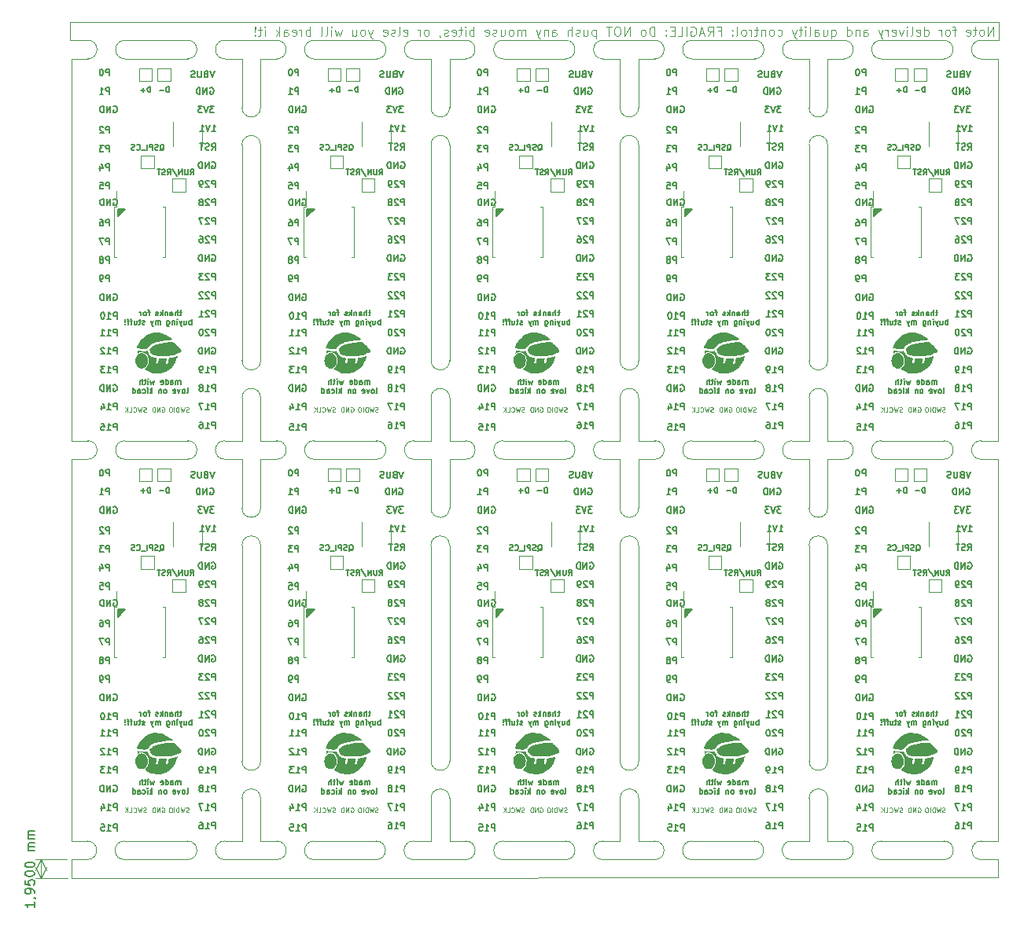
<source format=gbo>
G04 #@! TF.GenerationSoftware,KiCad,Pcbnew,7.0.6*
G04 #@! TF.CreationDate,2023-08-06T12:05:33+07:00*
G04 #@! TF.ProjectId,RP2040-Test-MassProduction,52503230-3430-42d5-9465-73742d4d6173,rev?*
G04 #@! TF.SameCoordinates,Original*
G04 #@! TF.FileFunction,Legend,Bot*
G04 #@! TF.FilePolarity,Positive*
%FSLAX46Y46*%
G04 Gerber Fmt 4.6, Leading zero omitted, Abs format (unit mm)*
G04 Created by KiCad (PCBNEW 7.0.6) date 2023-08-06 12:05:33*
%MOMM*%
%LPD*%
G01*
G04 APERTURE LIST*
%ADD10C,0.150000*%
%ADD11C,0.050000*%
%ADD12C,0.100000*%
%ADD13C,0.120000*%
G04 #@! TA.AperFunction,Profile*
%ADD14C,0.100000*%
G04 #@! TD*
G04 #@! TA.AperFunction,Profile*
%ADD15C,0.050000*%
G04 #@! TD*
G04 APERTURE END LIST*
D10*
X166790488Y-77426279D02*
X166790488Y-76626279D01*
X167590488Y-76626279D01*
X166790488Y-77426279D01*
G36*
X166790488Y-77426279D02*
G01*
X166790488Y-76626279D01*
X167590488Y-76626279D01*
X166790488Y-77426279D01*
G37*
X105740488Y-77426279D02*
X105740488Y-76626279D01*
X106540488Y-76626279D01*
X105740488Y-77426279D01*
G36*
X105740488Y-77426279D02*
G01*
X105740488Y-76626279D01*
X106540488Y-76626279D01*
X105740488Y-77426279D01*
G37*
X146440488Y-77426279D02*
X146440488Y-76626279D01*
X147240488Y-76626279D01*
X146440488Y-77426279D01*
G36*
X146440488Y-77426279D02*
G01*
X146440488Y-76626279D01*
X147240488Y-76626279D01*
X146440488Y-77426279D01*
G37*
X126090488Y-77426279D02*
X126090488Y-76626279D01*
X126890488Y-76626279D01*
X126090488Y-77426279D01*
G36*
X126090488Y-77426279D02*
G01*
X126090488Y-76626279D01*
X126890488Y-76626279D01*
X126090488Y-77426279D01*
G37*
X85390488Y-77426279D02*
X85390488Y-76626279D01*
X86190488Y-76626279D01*
X85390488Y-77426279D01*
G36*
X85390488Y-77426279D02*
G01*
X85390488Y-76626279D01*
X86190488Y-76626279D01*
X85390488Y-77426279D01*
G37*
X85390488Y-120556279D02*
X85390488Y-119756279D01*
X86190488Y-119756279D01*
X85390488Y-120556279D01*
G36*
X85390488Y-120556279D02*
G01*
X85390488Y-119756279D01*
X86190488Y-119756279D01*
X85390488Y-120556279D01*
G37*
X126090488Y-120556279D02*
X126090488Y-119756279D01*
X126890488Y-119756279D01*
X126090488Y-120556279D01*
G36*
X126090488Y-120556279D02*
G01*
X126090488Y-119756279D01*
X126890488Y-119756279D01*
X126090488Y-120556279D01*
G37*
X146440488Y-120556279D02*
X146440488Y-119756279D01*
X147240488Y-119756279D01*
X146440488Y-120556279D01*
G36*
X146440488Y-120556279D02*
G01*
X146440488Y-119756279D01*
X147240488Y-119756279D01*
X146440488Y-120556279D01*
G37*
X166790488Y-120556279D02*
X166790488Y-119756279D01*
X167590488Y-119756279D01*
X166790488Y-120556279D01*
G36*
X166790488Y-120556279D02*
G01*
X166790488Y-119756279D01*
X167590488Y-119756279D01*
X166790488Y-120556279D01*
G37*
X105740488Y-120556279D02*
X105740488Y-119756279D01*
X106540488Y-119756279D01*
X105740488Y-120556279D01*
G36*
X105740488Y-120556279D02*
G01*
X105740488Y-119756279D01*
X106540488Y-119756279D01*
X105740488Y-120556279D01*
G37*
X116235137Y-117382812D02*
X116235137Y-116682812D01*
X116235137Y-116682812D02*
X115968470Y-116682812D01*
X115968470Y-116682812D02*
X115901804Y-116716145D01*
X115901804Y-116716145D02*
X115868470Y-116749479D01*
X115868470Y-116749479D02*
X115835137Y-116816145D01*
X115835137Y-116816145D02*
X115835137Y-116916145D01*
X115835137Y-116916145D02*
X115868470Y-116982812D01*
X115868470Y-116982812D02*
X115901804Y-117016145D01*
X115901804Y-117016145D02*
X115968470Y-117049479D01*
X115968470Y-117049479D02*
X116235137Y-117049479D01*
X115568470Y-116749479D02*
X115535137Y-116716145D01*
X115535137Y-116716145D02*
X115468470Y-116682812D01*
X115468470Y-116682812D02*
X115301804Y-116682812D01*
X115301804Y-116682812D02*
X115235137Y-116716145D01*
X115235137Y-116716145D02*
X115201804Y-116749479D01*
X115201804Y-116749479D02*
X115168470Y-116816145D01*
X115168470Y-116816145D02*
X115168470Y-116882812D01*
X115168470Y-116882812D02*
X115201804Y-116982812D01*
X115201804Y-116982812D02*
X115601804Y-117382812D01*
X115601804Y-117382812D02*
X115168470Y-117382812D01*
X114835137Y-117382812D02*
X114701803Y-117382812D01*
X114701803Y-117382812D02*
X114635137Y-117349479D01*
X114635137Y-117349479D02*
X114601803Y-117316145D01*
X114601803Y-117316145D02*
X114535137Y-117216145D01*
X114535137Y-117216145D02*
X114501803Y-117082812D01*
X114501803Y-117082812D02*
X114501803Y-116816145D01*
X114501803Y-116816145D02*
X114535137Y-116749479D01*
X114535137Y-116749479D02*
X114568470Y-116716145D01*
X114568470Y-116716145D02*
X114635137Y-116682812D01*
X114635137Y-116682812D02*
X114768470Y-116682812D01*
X114768470Y-116682812D02*
X114835137Y-116716145D01*
X114835137Y-116716145D02*
X114868470Y-116749479D01*
X114868470Y-116749479D02*
X114901803Y-116816145D01*
X114901803Y-116816145D02*
X114901803Y-116982812D01*
X114901803Y-116982812D02*
X114868470Y-117049479D01*
X114868470Y-117049479D02*
X114835137Y-117082812D01*
X114835137Y-117082812D02*
X114768470Y-117116145D01*
X114768470Y-117116145D02*
X114635137Y-117116145D01*
X114635137Y-117116145D02*
X114568470Y-117082812D01*
X114568470Y-117082812D02*
X114535137Y-117049479D01*
X114535137Y-117049479D02*
X114501803Y-116982812D01*
X112600487Y-130829050D02*
X112371915Y-130829050D01*
X112514772Y-130629050D02*
X112514772Y-131143336D01*
X112514772Y-131143336D02*
X112486201Y-131200479D01*
X112486201Y-131200479D02*
X112429058Y-131229050D01*
X112429058Y-131229050D02*
X112371915Y-131229050D01*
X112171915Y-131229050D02*
X112171915Y-130629050D01*
X111914773Y-131229050D02*
X111914773Y-130914764D01*
X111914773Y-130914764D02*
X111943344Y-130857621D01*
X111943344Y-130857621D02*
X112000487Y-130829050D01*
X112000487Y-130829050D02*
X112086201Y-130829050D01*
X112086201Y-130829050D02*
X112143344Y-130857621D01*
X112143344Y-130857621D02*
X112171915Y-130886193D01*
X111371916Y-131229050D02*
X111371916Y-130914764D01*
X111371916Y-130914764D02*
X111400487Y-130857621D01*
X111400487Y-130857621D02*
X111457630Y-130829050D01*
X111457630Y-130829050D02*
X111571916Y-130829050D01*
X111571916Y-130829050D02*
X111629058Y-130857621D01*
X111371916Y-131200479D02*
X111429058Y-131229050D01*
X111429058Y-131229050D02*
X111571916Y-131229050D01*
X111571916Y-131229050D02*
X111629058Y-131200479D01*
X111629058Y-131200479D02*
X111657630Y-131143336D01*
X111657630Y-131143336D02*
X111657630Y-131086193D01*
X111657630Y-131086193D02*
X111629058Y-131029050D01*
X111629058Y-131029050D02*
X111571916Y-131000479D01*
X111571916Y-131000479D02*
X111429058Y-131000479D01*
X111429058Y-131000479D02*
X111371916Y-130971907D01*
X111086201Y-130829050D02*
X111086201Y-131229050D01*
X111086201Y-130886193D02*
X111057630Y-130857621D01*
X111057630Y-130857621D02*
X111000487Y-130829050D01*
X111000487Y-130829050D02*
X110914773Y-130829050D01*
X110914773Y-130829050D02*
X110857630Y-130857621D01*
X110857630Y-130857621D02*
X110829059Y-130914764D01*
X110829059Y-130914764D02*
X110829059Y-131229050D01*
X110543344Y-131229050D02*
X110543344Y-130629050D01*
X110486202Y-131000479D02*
X110314773Y-131229050D01*
X110314773Y-130829050D02*
X110543344Y-131057621D01*
X110086202Y-131200479D02*
X110029059Y-131229050D01*
X110029059Y-131229050D02*
X109914773Y-131229050D01*
X109914773Y-131229050D02*
X109857630Y-131200479D01*
X109857630Y-131200479D02*
X109829059Y-131143336D01*
X109829059Y-131143336D02*
X109829059Y-131114764D01*
X109829059Y-131114764D02*
X109857630Y-131057621D01*
X109857630Y-131057621D02*
X109914773Y-131029050D01*
X109914773Y-131029050D02*
X110000488Y-131029050D01*
X110000488Y-131029050D02*
X110057630Y-131000479D01*
X110057630Y-131000479D02*
X110086202Y-130943336D01*
X110086202Y-130943336D02*
X110086202Y-130914764D01*
X110086202Y-130914764D02*
X110057630Y-130857621D01*
X110057630Y-130857621D02*
X110000488Y-130829050D01*
X110000488Y-130829050D02*
X109914773Y-130829050D01*
X109914773Y-130829050D02*
X109857630Y-130857621D01*
X109200488Y-130829050D02*
X108971916Y-130829050D01*
X109114773Y-131229050D02*
X109114773Y-130714764D01*
X109114773Y-130714764D02*
X109086202Y-130657621D01*
X109086202Y-130657621D02*
X109029059Y-130629050D01*
X109029059Y-130629050D02*
X108971916Y-130629050D01*
X108686202Y-131229050D02*
X108743345Y-131200479D01*
X108743345Y-131200479D02*
X108771916Y-131171907D01*
X108771916Y-131171907D02*
X108800488Y-131114764D01*
X108800488Y-131114764D02*
X108800488Y-130943336D01*
X108800488Y-130943336D02*
X108771916Y-130886193D01*
X108771916Y-130886193D02*
X108743345Y-130857621D01*
X108743345Y-130857621D02*
X108686202Y-130829050D01*
X108686202Y-130829050D02*
X108600488Y-130829050D01*
X108600488Y-130829050D02*
X108543345Y-130857621D01*
X108543345Y-130857621D02*
X108514774Y-130886193D01*
X108514774Y-130886193D02*
X108486202Y-130943336D01*
X108486202Y-130943336D02*
X108486202Y-131114764D01*
X108486202Y-131114764D02*
X108514774Y-131171907D01*
X108514774Y-131171907D02*
X108543345Y-131200479D01*
X108543345Y-131200479D02*
X108600488Y-131229050D01*
X108600488Y-131229050D02*
X108686202Y-131229050D01*
X108229059Y-131229050D02*
X108229059Y-130829050D01*
X108229059Y-130943336D02*
X108200488Y-130886193D01*
X108200488Y-130886193D02*
X108171917Y-130857621D01*
X108171917Y-130857621D02*
X108114774Y-130829050D01*
X108114774Y-130829050D02*
X108057631Y-130829050D01*
X113671915Y-132195050D02*
X113671915Y-131595050D01*
X113671915Y-131823621D02*
X113614773Y-131795050D01*
X113614773Y-131795050D02*
X113500487Y-131795050D01*
X113500487Y-131795050D02*
X113443344Y-131823621D01*
X113443344Y-131823621D02*
X113414773Y-131852193D01*
X113414773Y-131852193D02*
X113386201Y-131909336D01*
X113386201Y-131909336D02*
X113386201Y-132080764D01*
X113386201Y-132080764D02*
X113414773Y-132137907D01*
X113414773Y-132137907D02*
X113443344Y-132166479D01*
X113443344Y-132166479D02*
X113500487Y-132195050D01*
X113500487Y-132195050D02*
X113614773Y-132195050D01*
X113614773Y-132195050D02*
X113671915Y-132166479D01*
X112871916Y-131795050D02*
X112871916Y-132195050D01*
X113129058Y-131795050D02*
X113129058Y-132109336D01*
X113129058Y-132109336D02*
X113100487Y-132166479D01*
X113100487Y-132166479D02*
X113043344Y-132195050D01*
X113043344Y-132195050D02*
X112957630Y-132195050D01*
X112957630Y-132195050D02*
X112900487Y-132166479D01*
X112900487Y-132166479D02*
X112871916Y-132137907D01*
X112643344Y-131795050D02*
X112500487Y-132195050D01*
X112357630Y-131795050D02*
X112500487Y-132195050D01*
X112500487Y-132195050D02*
X112557630Y-132337907D01*
X112557630Y-132337907D02*
X112586201Y-132366479D01*
X112586201Y-132366479D02*
X112643344Y-132395050D01*
X112129058Y-132195050D02*
X112129058Y-131795050D01*
X112129058Y-131595050D02*
X112157630Y-131623621D01*
X112157630Y-131623621D02*
X112129058Y-131652193D01*
X112129058Y-131652193D02*
X112100487Y-131623621D01*
X112100487Y-131623621D02*
X112129058Y-131595050D01*
X112129058Y-131595050D02*
X112129058Y-131652193D01*
X111843344Y-131795050D02*
X111843344Y-132195050D01*
X111843344Y-131852193D02*
X111814773Y-131823621D01*
X111814773Y-131823621D02*
X111757630Y-131795050D01*
X111757630Y-131795050D02*
X111671916Y-131795050D01*
X111671916Y-131795050D02*
X111614773Y-131823621D01*
X111614773Y-131823621D02*
X111586202Y-131880764D01*
X111586202Y-131880764D02*
X111586202Y-132195050D01*
X111043345Y-131795050D02*
X111043345Y-132280764D01*
X111043345Y-132280764D02*
X111071916Y-132337907D01*
X111071916Y-132337907D02*
X111100487Y-132366479D01*
X111100487Y-132366479D02*
X111157630Y-132395050D01*
X111157630Y-132395050D02*
X111243345Y-132395050D01*
X111243345Y-132395050D02*
X111300487Y-132366479D01*
X111043345Y-132166479D02*
X111100487Y-132195050D01*
X111100487Y-132195050D02*
X111214773Y-132195050D01*
X111214773Y-132195050D02*
X111271916Y-132166479D01*
X111271916Y-132166479D02*
X111300487Y-132137907D01*
X111300487Y-132137907D02*
X111329059Y-132080764D01*
X111329059Y-132080764D02*
X111329059Y-131909336D01*
X111329059Y-131909336D02*
X111300487Y-131852193D01*
X111300487Y-131852193D02*
X111271916Y-131823621D01*
X111271916Y-131823621D02*
X111214773Y-131795050D01*
X111214773Y-131795050D02*
X111100487Y-131795050D01*
X111100487Y-131795050D02*
X111043345Y-131823621D01*
X110300487Y-132195050D02*
X110300487Y-131795050D01*
X110300487Y-131852193D02*
X110271916Y-131823621D01*
X110271916Y-131823621D02*
X110214773Y-131795050D01*
X110214773Y-131795050D02*
X110129059Y-131795050D01*
X110129059Y-131795050D02*
X110071916Y-131823621D01*
X110071916Y-131823621D02*
X110043345Y-131880764D01*
X110043345Y-131880764D02*
X110043345Y-132195050D01*
X110043345Y-131880764D02*
X110014773Y-131823621D01*
X110014773Y-131823621D02*
X109957630Y-131795050D01*
X109957630Y-131795050D02*
X109871916Y-131795050D01*
X109871916Y-131795050D02*
X109814773Y-131823621D01*
X109814773Y-131823621D02*
X109786202Y-131880764D01*
X109786202Y-131880764D02*
X109786202Y-132195050D01*
X109557630Y-131795050D02*
X109414773Y-132195050D01*
X109271916Y-131795050D02*
X109414773Y-132195050D01*
X109414773Y-132195050D02*
X109471916Y-132337907D01*
X109471916Y-132337907D02*
X109500487Y-132366479D01*
X109500487Y-132366479D02*
X109557630Y-132395050D01*
X108614773Y-132166479D02*
X108557630Y-132195050D01*
X108557630Y-132195050D02*
X108443344Y-132195050D01*
X108443344Y-132195050D02*
X108386201Y-132166479D01*
X108386201Y-132166479D02*
X108357630Y-132109336D01*
X108357630Y-132109336D02*
X108357630Y-132080764D01*
X108357630Y-132080764D02*
X108386201Y-132023621D01*
X108386201Y-132023621D02*
X108443344Y-131995050D01*
X108443344Y-131995050D02*
X108529059Y-131995050D01*
X108529059Y-131995050D02*
X108586201Y-131966479D01*
X108586201Y-131966479D02*
X108614773Y-131909336D01*
X108614773Y-131909336D02*
X108614773Y-131880764D01*
X108614773Y-131880764D02*
X108586201Y-131823621D01*
X108586201Y-131823621D02*
X108529059Y-131795050D01*
X108529059Y-131795050D02*
X108443344Y-131795050D01*
X108443344Y-131795050D02*
X108386201Y-131823621D01*
X108186202Y-131795050D02*
X107957630Y-131795050D01*
X108100487Y-131595050D02*
X108100487Y-132109336D01*
X108100487Y-132109336D02*
X108071916Y-132166479D01*
X108071916Y-132166479D02*
X108014773Y-132195050D01*
X108014773Y-132195050D02*
X107957630Y-132195050D01*
X107500488Y-131795050D02*
X107500488Y-132195050D01*
X107757630Y-131795050D02*
X107757630Y-132109336D01*
X107757630Y-132109336D02*
X107729059Y-132166479D01*
X107729059Y-132166479D02*
X107671916Y-132195050D01*
X107671916Y-132195050D02*
X107586202Y-132195050D01*
X107586202Y-132195050D02*
X107529059Y-132166479D01*
X107529059Y-132166479D02*
X107500488Y-132137907D01*
X107300488Y-131795050D02*
X107071916Y-131795050D01*
X107214773Y-132195050D02*
X107214773Y-131680764D01*
X107214773Y-131680764D02*
X107186202Y-131623621D01*
X107186202Y-131623621D02*
X107129059Y-131595050D01*
X107129059Y-131595050D02*
X107071916Y-131595050D01*
X106957631Y-131795050D02*
X106729059Y-131795050D01*
X106871916Y-132195050D02*
X106871916Y-131680764D01*
X106871916Y-131680764D02*
X106843345Y-131623621D01*
X106843345Y-131623621D02*
X106786202Y-131595050D01*
X106786202Y-131595050D02*
X106729059Y-131595050D01*
X106529059Y-132137907D02*
X106500488Y-132166479D01*
X106500488Y-132166479D02*
X106529059Y-132195050D01*
X106529059Y-132195050D02*
X106557631Y-132166479D01*
X106557631Y-132166479D02*
X106529059Y-132137907D01*
X106529059Y-132137907D02*
X106529059Y-132195050D01*
X106529059Y-131966479D02*
X106557631Y-131623621D01*
X106557631Y-131623621D02*
X106529059Y-131595050D01*
X106529059Y-131595050D02*
X106500488Y-131623621D01*
X106500488Y-131623621D02*
X106529059Y-131966479D01*
X106529059Y-131966479D02*
X106529059Y-131595050D01*
X170308946Y-64065050D02*
X170308946Y-63465050D01*
X170308946Y-63465050D02*
X170166089Y-63465050D01*
X170166089Y-63465050D02*
X170080375Y-63493621D01*
X170080375Y-63493621D02*
X170023232Y-63550764D01*
X170023232Y-63550764D02*
X169994661Y-63607907D01*
X169994661Y-63607907D02*
X169966089Y-63722193D01*
X169966089Y-63722193D02*
X169966089Y-63807907D01*
X169966089Y-63807907D02*
X169994661Y-63922193D01*
X169994661Y-63922193D02*
X170023232Y-63979336D01*
X170023232Y-63979336D02*
X170080375Y-64036479D01*
X170080375Y-64036479D02*
X170166089Y-64065050D01*
X170166089Y-64065050D02*
X170308946Y-64065050D01*
X169708946Y-63836479D02*
X169251804Y-63836479D01*
X169480375Y-64065050D02*
X169480375Y-63607907D01*
X165885137Y-125582812D02*
X165885137Y-124882812D01*
X165885137Y-124882812D02*
X165618470Y-124882812D01*
X165618470Y-124882812D02*
X165551804Y-124916145D01*
X165551804Y-124916145D02*
X165518470Y-124949479D01*
X165518470Y-124949479D02*
X165485137Y-125016145D01*
X165485137Y-125016145D02*
X165485137Y-125116145D01*
X165485137Y-125116145D02*
X165518470Y-125182812D01*
X165518470Y-125182812D02*
X165551804Y-125216145D01*
X165551804Y-125216145D02*
X165618470Y-125249479D01*
X165618470Y-125249479D02*
X165885137Y-125249479D01*
X165085137Y-125182812D02*
X165151804Y-125149479D01*
X165151804Y-125149479D02*
X165185137Y-125116145D01*
X165185137Y-125116145D02*
X165218470Y-125049479D01*
X165218470Y-125049479D02*
X165218470Y-125016145D01*
X165218470Y-125016145D02*
X165185137Y-124949479D01*
X165185137Y-124949479D02*
X165151804Y-124916145D01*
X165151804Y-124916145D02*
X165085137Y-124882812D01*
X165085137Y-124882812D02*
X164951804Y-124882812D01*
X164951804Y-124882812D02*
X164885137Y-124916145D01*
X164885137Y-124916145D02*
X164851804Y-124949479D01*
X164851804Y-124949479D02*
X164818470Y-125016145D01*
X164818470Y-125016145D02*
X164818470Y-125049479D01*
X164818470Y-125049479D02*
X164851804Y-125116145D01*
X164851804Y-125116145D02*
X164885137Y-125149479D01*
X164885137Y-125149479D02*
X164951804Y-125182812D01*
X164951804Y-125182812D02*
X165085137Y-125182812D01*
X165085137Y-125182812D02*
X165151804Y-125216145D01*
X165151804Y-125216145D02*
X165185137Y-125249479D01*
X165185137Y-125249479D02*
X165218470Y-125316145D01*
X165218470Y-125316145D02*
X165218470Y-125449479D01*
X165218470Y-125449479D02*
X165185137Y-125516145D01*
X165185137Y-125516145D02*
X165151804Y-125549479D01*
X165151804Y-125549479D02*
X165085137Y-125582812D01*
X165085137Y-125582812D02*
X164951804Y-125582812D01*
X164951804Y-125582812D02*
X164885137Y-125549479D01*
X164885137Y-125549479D02*
X164851804Y-125516145D01*
X164851804Y-125516145D02*
X164818470Y-125449479D01*
X164818470Y-125449479D02*
X164818470Y-125316145D01*
X164818470Y-125316145D02*
X164851804Y-125249479D01*
X164851804Y-125249479D02*
X164885137Y-125216145D01*
X164885137Y-125216145D02*
X164951804Y-125182812D01*
X84918470Y-95586145D02*
X84985137Y-95552812D01*
X84985137Y-95552812D02*
X85085137Y-95552812D01*
X85085137Y-95552812D02*
X85185137Y-95586145D01*
X85185137Y-95586145D02*
X85251804Y-95652812D01*
X85251804Y-95652812D02*
X85285137Y-95719479D01*
X85285137Y-95719479D02*
X85318470Y-95852812D01*
X85318470Y-95852812D02*
X85318470Y-95952812D01*
X85318470Y-95952812D02*
X85285137Y-96086145D01*
X85285137Y-96086145D02*
X85251804Y-96152812D01*
X85251804Y-96152812D02*
X85185137Y-96219479D01*
X85185137Y-96219479D02*
X85085137Y-96252812D01*
X85085137Y-96252812D02*
X85018470Y-96252812D01*
X85018470Y-96252812D02*
X84918470Y-96219479D01*
X84918470Y-96219479D02*
X84885137Y-96186145D01*
X84885137Y-96186145D02*
X84885137Y-95952812D01*
X84885137Y-95952812D02*
X85018470Y-95952812D01*
X84585137Y-96252812D02*
X84585137Y-95552812D01*
X84585137Y-95552812D02*
X84185137Y-96252812D01*
X84185137Y-96252812D02*
X84185137Y-95552812D01*
X83851804Y-96252812D02*
X83851804Y-95552812D01*
X83851804Y-95552812D02*
X83685137Y-95552812D01*
X83685137Y-95552812D02*
X83585137Y-95586145D01*
X83585137Y-95586145D02*
X83518471Y-95652812D01*
X83518471Y-95652812D02*
X83485137Y-95719479D01*
X83485137Y-95719479D02*
X83451804Y-95852812D01*
X83451804Y-95852812D02*
X83451804Y-95952812D01*
X83451804Y-95952812D02*
X83485137Y-96086145D01*
X83485137Y-96086145D02*
X83518471Y-96152812D01*
X83518471Y-96152812D02*
X83585137Y-96219479D01*
X83585137Y-96219479D02*
X83685137Y-96252812D01*
X83685137Y-96252812D02*
X83851804Y-96252812D01*
X125185137Y-82452812D02*
X125185137Y-81752812D01*
X125185137Y-81752812D02*
X124918470Y-81752812D01*
X124918470Y-81752812D02*
X124851804Y-81786145D01*
X124851804Y-81786145D02*
X124818470Y-81819479D01*
X124818470Y-81819479D02*
X124785137Y-81886145D01*
X124785137Y-81886145D02*
X124785137Y-81986145D01*
X124785137Y-81986145D02*
X124818470Y-82052812D01*
X124818470Y-82052812D02*
X124851804Y-82086145D01*
X124851804Y-82086145D02*
X124918470Y-82119479D01*
X124918470Y-82119479D02*
X125185137Y-82119479D01*
X124385137Y-82052812D02*
X124451804Y-82019479D01*
X124451804Y-82019479D02*
X124485137Y-81986145D01*
X124485137Y-81986145D02*
X124518470Y-81919479D01*
X124518470Y-81919479D02*
X124518470Y-81886145D01*
X124518470Y-81886145D02*
X124485137Y-81819479D01*
X124485137Y-81819479D02*
X124451804Y-81786145D01*
X124451804Y-81786145D02*
X124385137Y-81752812D01*
X124385137Y-81752812D02*
X124251804Y-81752812D01*
X124251804Y-81752812D02*
X124185137Y-81786145D01*
X124185137Y-81786145D02*
X124151804Y-81819479D01*
X124151804Y-81819479D02*
X124118470Y-81886145D01*
X124118470Y-81886145D02*
X124118470Y-81919479D01*
X124118470Y-81919479D02*
X124151804Y-81986145D01*
X124151804Y-81986145D02*
X124185137Y-82019479D01*
X124185137Y-82019479D02*
X124251804Y-82052812D01*
X124251804Y-82052812D02*
X124385137Y-82052812D01*
X124385137Y-82052812D02*
X124451804Y-82086145D01*
X124451804Y-82086145D02*
X124485137Y-82119479D01*
X124485137Y-82119479D02*
X124518470Y-82186145D01*
X124518470Y-82186145D02*
X124518470Y-82319479D01*
X124518470Y-82319479D02*
X124485137Y-82386145D01*
X124485137Y-82386145D02*
X124451804Y-82419479D01*
X124451804Y-82419479D02*
X124385137Y-82452812D01*
X124385137Y-82452812D02*
X124251804Y-82452812D01*
X124251804Y-82452812D02*
X124185137Y-82419479D01*
X124185137Y-82419479D02*
X124151804Y-82386145D01*
X124151804Y-82386145D02*
X124118470Y-82319479D01*
X124118470Y-82319479D02*
X124118470Y-82186145D01*
X124118470Y-82186145D02*
X124151804Y-82119479D01*
X124151804Y-82119479D02*
X124185137Y-82086145D01*
X124185137Y-82086145D02*
X124251804Y-82052812D01*
X105635137Y-100452812D02*
X105635137Y-99752812D01*
X105635137Y-99752812D02*
X105368470Y-99752812D01*
X105368470Y-99752812D02*
X105301804Y-99786145D01*
X105301804Y-99786145D02*
X105268470Y-99819479D01*
X105268470Y-99819479D02*
X105235137Y-99886145D01*
X105235137Y-99886145D02*
X105235137Y-99986145D01*
X105235137Y-99986145D02*
X105268470Y-100052812D01*
X105268470Y-100052812D02*
X105301804Y-100086145D01*
X105301804Y-100086145D02*
X105368470Y-100119479D01*
X105368470Y-100119479D02*
X105635137Y-100119479D01*
X104568470Y-100452812D02*
X104968470Y-100452812D01*
X104768470Y-100452812D02*
X104768470Y-99752812D01*
X104768470Y-99752812D02*
X104835137Y-99852812D01*
X104835137Y-99852812D02*
X104901804Y-99919479D01*
X104901804Y-99919479D02*
X104968470Y-99952812D01*
X103935137Y-99752812D02*
X104268470Y-99752812D01*
X104268470Y-99752812D02*
X104301803Y-100086145D01*
X104301803Y-100086145D02*
X104268470Y-100052812D01*
X104268470Y-100052812D02*
X104201803Y-100019479D01*
X104201803Y-100019479D02*
X104035137Y-100019479D01*
X104035137Y-100019479D02*
X103968470Y-100052812D01*
X103968470Y-100052812D02*
X103935137Y-100086145D01*
X103935137Y-100086145D02*
X103901803Y-100152812D01*
X103901803Y-100152812D02*
X103901803Y-100319479D01*
X103901803Y-100319479D02*
X103935137Y-100386145D01*
X103935137Y-100386145D02*
X103968470Y-100419479D01*
X103968470Y-100419479D02*
X104035137Y-100452812D01*
X104035137Y-100452812D02*
X104201803Y-100452812D01*
X104201803Y-100452812D02*
X104268470Y-100419479D01*
X104268470Y-100419479D02*
X104301803Y-100386145D01*
D11*
X154072355Y-98458679D02*
X154000927Y-98482488D01*
X154000927Y-98482488D02*
X153881879Y-98482488D01*
X153881879Y-98482488D02*
X153834260Y-98458679D01*
X153834260Y-98458679D02*
X153810451Y-98434869D01*
X153810451Y-98434869D02*
X153786641Y-98387250D01*
X153786641Y-98387250D02*
X153786641Y-98339631D01*
X153786641Y-98339631D02*
X153810451Y-98292012D01*
X153810451Y-98292012D02*
X153834260Y-98268202D01*
X153834260Y-98268202D02*
X153881879Y-98244393D01*
X153881879Y-98244393D02*
X153977117Y-98220583D01*
X153977117Y-98220583D02*
X154024736Y-98196774D01*
X154024736Y-98196774D02*
X154048546Y-98172964D01*
X154048546Y-98172964D02*
X154072355Y-98125345D01*
X154072355Y-98125345D02*
X154072355Y-98077726D01*
X154072355Y-98077726D02*
X154048546Y-98030107D01*
X154048546Y-98030107D02*
X154024736Y-98006298D01*
X154024736Y-98006298D02*
X153977117Y-97982488D01*
X153977117Y-97982488D02*
X153858070Y-97982488D01*
X153858070Y-97982488D02*
X153786641Y-98006298D01*
X153619975Y-97982488D02*
X153500927Y-98482488D01*
X153500927Y-98482488D02*
X153405689Y-98125345D01*
X153405689Y-98125345D02*
X153310451Y-98482488D01*
X153310451Y-98482488D02*
X153191404Y-97982488D01*
X153000927Y-98482488D02*
X153000927Y-97982488D01*
X153000927Y-97982488D02*
X152881879Y-97982488D01*
X152881879Y-97982488D02*
X152810451Y-98006298D01*
X152810451Y-98006298D02*
X152762832Y-98053917D01*
X152762832Y-98053917D02*
X152739022Y-98101536D01*
X152739022Y-98101536D02*
X152715213Y-98196774D01*
X152715213Y-98196774D02*
X152715213Y-98268202D01*
X152715213Y-98268202D02*
X152739022Y-98363440D01*
X152739022Y-98363440D02*
X152762832Y-98411059D01*
X152762832Y-98411059D02*
X152810451Y-98458679D01*
X152810451Y-98458679D02*
X152881879Y-98482488D01*
X152881879Y-98482488D02*
X153000927Y-98482488D01*
X152500927Y-98482488D02*
X152500927Y-97982488D01*
X152167594Y-97982488D02*
X152072356Y-97982488D01*
X152072356Y-97982488D02*
X152024737Y-98006298D01*
X152024737Y-98006298D02*
X151977118Y-98053917D01*
X151977118Y-98053917D02*
X151953308Y-98149155D01*
X151953308Y-98149155D02*
X151953308Y-98315821D01*
X151953308Y-98315821D02*
X151977118Y-98411059D01*
X151977118Y-98411059D02*
X152024737Y-98458679D01*
X152024737Y-98458679D02*
X152072356Y-98482488D01*
X152072356Y-98482488D02*
X152167594Y-98482488D01*
X152167594Y-98482488D02*
X152215213Y-98458679D01*
X152215213Y-98458679D02*
X152262832Y-98411059D01*
X152262832Y-98411059D02*
X152286641Y-98315821D01*
X152286641Y-98315821D02*
X152286641Y-98149155D01*
X152286641Y-98149155D02*
X152262832Y-98053917D01*
X152262832Y-98053917D02*
X152215213Y-98006298D01*
X152215213Y-98006298D02*
X152167594Y-97982488D01*
D10*
X136185137Y-113382812D02*
X136418470Y-113049479D01*
X136585137Y-113382812D02*
X136585137Y-112682812D01*
X136585137Y-112682812D02*
X136318470Y-112682812D01*
X136318470Y-112682812D02*
X136251804Y-112716145D01*
X136251804Y-112716145D02*
X136218470Y-112749479D01*
X136218470Y-112749479D02*
X136185137Y-112816145D01*
X136185137Y-112816145D02*
X136185137Y-112916145D01*
X136185137Y-112916145D02*
X136218470Y-112982812D01*
X136218470Y-112982812D02*
X136251804Y-113016145D01*
X136251804Y-113016145D02*
X136318470Y-113049479D01*
X136318470Y-113049479D02*
X136585137Y-113049479D01*
X135918470Y-113349479D02*
X135818470Y-113382812D01*
X135818470Y-113382812D02*
X135651804Y-113382812D01*
X135651804Y-113382812D02*
X135585137Y-113349479D01*
X135585137Y-113349479D02*
X135551804Y-113316145D01*
X135551804Y-113316145D02*
X135518470Y-113249479D01*
X135518470Y-113249479D02*
X135518470Y-113182812D01*
X135518470Y-113182812D02*
X135551804Y-113116145D01*
X135551804Y-113116145D02*
X135585137Y-113082812D01*
X135585137Y-113082812D02*
X135651804Y-113049479D01*
X135651804Y-113049479D02*
X135785137Y-113016145D01*
X135785137Y-113016145D02*
X135851804Y-112982812D01*
X135851804Y-112982812D02*
X135885137Y-112949479D01*
X135885137Y-112949479D02*
X135918470Y-112882812D01*
X135918470Y-112882812D02*
X135918470Y-112816145D01*
X135918470Y-112816145D02*
X135885137Y-112749479D01*
X135885137Y-112749479D02*
X135851804Y-112716145D01*
X135851804Y-112716145D02*
X135785137Y-112682812D01*
X135785137Y-112682812D02*
X135618470Y-112682812D01*
X135618470Y-112682812D02*
X135518470Y-112716145D01*
X135318470Y-112682812D02*
X134918470Y-112682812D01*
X135118470Y-113382812D02*
X135118470Y-112682812D01*
X104835137Y-121582812D02*
X104835137Y-120882812D01*
X104835137Y-120882812D02*
X104568470Y-120882812D01*
X104568470Y-120882812D02*
X104501804Y-120916145D01*
X104501804Y-120916145D02*
X104468470Y-120949479D01*
X104468470Y-120949479D02*
X104435137Y-121016145D01*
X104435137Y-121016145D02*
X104435137Y-121116145D01*
X104435137Y-121116145D02*
X104468470Y-121182812D01*
X104468470Y-121182812D02*
X104501804Y-121216145D01*
X104501804Y-121216145D02*
X104568470Y-121249479D01*
X104568470Y-121249479D02*
X104835137Y-121249479D01*
X103835137Y-120882812D02*
X103968470Y-120882812D01*
X103968470Y-120882812D02*
X104035137Y-120916145D01*
X104035137Y-120916145D02*
X104068470Y-120949479D01*
X104068470Y-120949479D02*
X104135137Y-121049479D01*
X104135137Y-121049479D02*
X104168470Y-121182812D01*
X104168470Y-121182812D02*
X104168470Y-121449479D01*
X104168470Y-121449479D02*
X104135137Y-121516145D01*
X104135137Y-121516145D02*
X104101804Y-121549479D01*
X104101804Y-121549479D02*
X104035137Y-121582812D01*
X104035137Y-121582812D02*
X103901804Y-121582812D01*
X103901804Y-121582812D02*
X103835137Y-121549479D01*
X103835137Y-121549479D02*
X103801804Y-121516145D01*
X103801804Y-121516145D02*
X103768470Y-121449479D01*
X103768470Y-121449479D02*
X103768470Y-121282812D01*
X103768470Y-121282812D02*
X103801804Y-121216145D01*
X103801804Y-121216145D02*
X103835137Y-121182812D01*
X103835137Y-121182812D02*
X103901804Y-121149479D01*
X103901804Y-121149479D02*
X104035137Y-121149479D01*
X104035137Y-121149479D02*
X104101804Y-121182812D01*
X104101804Y-121182812D02*
X104135137Y-121216145D01*
X104135137Y-121216145D02*
X104168470Y-121282812D01*
X105635137Y-94252812D02*
X105635137Y-93552812D01*
X105635137Y-93552812D02*
X105368470Y-93552812D01*
X105368470Y-93552812D02*
X105301804Y-93586145D01*
X105301804Y-93586145D02*
X105268470Y-93619479D01*
X105268470Y-93619479D02*
X105235137Y-93686145D01*
X105235137Y-93686145D02*
X105235137Y-93786145D01*
X105235137Y-93786145D02*
X105268470Y-93852812D01*
X105268470Y-93852812D02*
X105301804Y-93886145D01*
X105301804Y-93886145D02*
X105368470Y-93919479D01*
X105368470Y-93919479D02*
X105635137Y-93919479D01*
X104568470Y-94252812D02*
X104968470Y-94252812D01*
X104768470Y-94252812D02*
X104768470Y-93552812D01*
X104768470Y-93552812D02*
X104835137Y-93652812D01*
X104835137Y-93652812D02*
X104901804Y-93719479D01*
X104901804Y-93719479D02*
X104968470Y-93752812D01*
X104335137Y-93552812D02*
X103901803Y-93552812D01*
X103901803Y-93552812D02*
X104135137Y-93819479D01*
X104135137Y-93819479D02*
X104035137Y-93819479D01*
X104035137Y-93819479D02*
X103968470Y-93852812D01*
X103968470Y-93852812D02*
X103935137Y-93886145D01*
X103935137Y-93886145D02*
X103901803Y-93952812D01*
X103901803Y-93952812D02*
X103901803Y-94119479D01*
X103901803Y-94119479D02*
X103935137Y-94186145D01*
X103935137Y-94186145D02*
X103968470Y-94219479D01*
X103968470Y-94219479D02*
X104035137Y-94252812D01*
X104035137Y-94252812D02*
X104235137Y-94252812D01*
X104235137Y-94252812D02*
X104301803Y-94219479D01*
X104301803Y-94219479D02*
X104335137Y-94186145D01*
X125985137Y-133382812D02*
X125985137Y-132682812D01*
X125985137Y-132682812D02*
X125718470Y-132682812D01*
X125718470Y-132682812D02*
X125651804Y-132716145D01*
X125651804Y-132716145D02*
X125618470Y-132749479D01*
X125618470Y-132749479D02*
X125585137Y-132816145D01*
X125585137Y-132816145D02*
X125585137Y-132916145D01*
X125585137Y-132916145D02*
X125618470Y-132982812D01*
X125618470Y-132982812D02*
X125651804Y-133016145D01*
X125651804Y-133016145D02*
X125718470Y-133049479D01*
X125718470Y-133049479D02*
X125985137Y-133049479D01*
X124918470Y-133382812D02*
X125318470Y-133382812D01*
X125118470Y-133382812D02*
X125118470Y-132682812D01*
X125118470Y-132682812D02*
X125185137Y-132782812D01*
X125185137Y-132782812D02*
X125251804Y-132849479D01*
X125251804Y-132849479D02*
X125318470Y-132882812D01*
X124251803Y-133382812D02*
X124651803Y-133382812D01*
X124451803Y-133382812D02*
X124451803Y-132682812D01*
X124451803Y-132682812D02*
X124518470Y-132782812D01*
X124518470Y-132782812D02*
X124585137Y-132849479D01*
X124585137Y-132849479D02*
X124651803Y-132882812D01*
X145968470Y-118716145D02*
X146035137Y-118682812D01*
X146035137Y-118682812D02*
X146135137Y-118682812D01*
X146135137Y-118682812D02*
X146235137Y-118716145D01*
X146235137Y-118716145D02*
X146301804Y-118782812D01*
X146301804Y-118782812D02*
X146335137Y-118849479D01*
X146335137Y-118849479D02*
X146368470Y-118982812D01*
X146368470Y-118982812D02*
X146368470Y-119082812D01*
X146368470Y-119082812D02*
X146335137Y-119216145D01*
X146335137Y-119216145D02*
X146301804Y-119282812D01*
X146301804Y-119282812D02*
X146235137Y-119349479D01*
X146235137Y-119349479D02*
X146135137Y-119382812D01*
X146135137Y-119382812D02*
X146068470Y-119382812D01*
X146068470Y-119382812D02*
X145968470Y-119349479D01*
X145968470Y-119349479D02*
X145935137Y-119316145D01*
X145935137Y-119316145D02*
X145935137Y-119082812D01*
X145935137Y-119082812D02*
X146068470Y-119082812D01*
X145635137Y-119382812D02*
X145635137Y-118682812D01*
X145635137Y-118682812D02*
X145235137Y-119382812D01*
X145235137Y-119382812D02*
X145235137Y-118682812D01*
X144901804Y-119382812D02*
X144901804Y-118682812D01*
X144901804Y-118682812D02*
X144735137Y-118682812D01*
X144735137Y-118682812D02*
X144635137Y-118716145D01*
X144635137Y-118716145D02*
X144568471Y-118782812D01*
X144568471Y-118782812D02*
X144535137Y-118849479D01*
X144535137Y-118849479D02*
X144501804Y-118982812D01*
X144501804Y-118982812D02*
X144501804Y-119082812D01*
X144501804Y-119082812D02*
X144535137Y-119216145D01*
X144535137Y-119216145D02*
X144568471Y-119282812D01*
X144568471Y-119282812D02*
X144635137Y-119349479D01*
X144635137Y-119349479D02*
X144735137Y-119382812D01*
X144735137Y-119382812D02*
X144901804Y-119382812D01*
X125985137Y-90252812D02*
X125985137Y-89552812D01*
X125985137Y-89552812D02*
X125718470Y-89552812D01*
X125718470Y-89552812D02*
X125651804Y-89586145D01*
X125651804Y-89586145D02*
X125618470Y-89619479D01*
X125618470Y-89619479D02*
X125585137Y-89686145D01*
X125585137Y-89686145D02*
X125585137Y-89786145D01*
X125585137Y-89786145D02*
X125618470Y-89852812D01*
X125618470Y-89852812D02*
X125651804Y-89886145D01*
X125651804Y-89886145D02*
X125718470Y-89919479D01*
X125718470Y-89919479D02*
X125985137Y-89919479D01*
X124918470Y-90252812D02*
X125318470Y-90252812D01*
X125118470Y-90252812D02*
X125118470Y-89552812D01*
X125118470Y-89552812D02*
X125185137Y-89652812D01*
X125185137Y-89652812D02*
X125251804Y-89719479D01*
X125251804Y-89719479D02*
X125318470Y-89752812D01*
X124251803Y-90252812D02*
X124651803Y-90252812D01*
X124451803Y-90252812D02*
X124451803Y-89552812D01*
X124451803Y-89552812D02*
X124518470Y-89652812D01*
X124518470Y-89652812D02*
X124585137Y-89719479D01*
X124585137Y-89719479D02*
X124651803Y-89752812D01*
X88908946Y-64065050D02*
X88908946Y-63465050D01*
X88908946Y-63465050D02*
X88766089Y-63465050D01*
X88766089Y-63465050D02*
X88680375Y-63493621D01*
X88680375Y-63493621D02*
X88623232Y-63550764D01*
X88623232Y-63550764D02*
X88594661Y-63607907D01*
X88594661Y-63607907D02*
X88566089Y-63722193D01*
X88566089Y-63722193D02*
X88566089Y-63807907D01*
X88566089Y-63807907D02*
X88594661Y-63922193D01*
X88594661Y-63922193D02*
X88623232Y-63979336D01*
X88623232Y-63979336D02*
X88680375Y-64036479D01*
X88680375Y-64036479D02*
X88766089Y-64065050D01*
X88766089Y-64065050D02*
X88908946Y-64065050D01*
X88308946Y-63836479D02*
X87851804Y-63836479D01*
X88080375Y-64065050D02*
X88080375Y-63607907D01*
X84485137Y-78452812D02*
X84485137Y-77752812D01*
X84485137Y-77752812D02*
X84218470Y-77752812D01*
X84218470Y-77752812D02*
X84151804Y-77786145D01*
X84151804Y-77786145D02*
X84118470Y-77819479D01*
X84118470Y-77819479D02*
X84085137Y-77886145D01*
X84085137Y-77886145D02*
X84085137Y-77986145D01*
X84085137Y-77986145D02*
X84118470Y-78052812D01*
X84118470Y-78052812D02*
X84151804Y-78086145D01*
X84151804Y-78086145D02*
X84218470Y-78119479D01*
X84218470Y-78119479D02*
X84485137Y-78119479D01*
X83485137Y-77752812D02*
X83618470Y-77752812D01*
X83618470Y-77752812D02*
X83685137Y-77786145D01*
X83685137Y-77786145D02*
X83718470Y-77819479D01*
X83718470Y-77819479D02*
X83785137Y-77919479D01*
X83785137Y-77919479D02*
X83818470Y-78052812D01*
X83818470Y-78052812D02*
X83818470Y-78319479D01*
X83818470Y-78319479D02*
X83785137Y-78386145D01*
X83785137Y-78386145D02*
X83751804Y-78419479D01*
X83751804Y-78419479D02*
X83685137Y-78452812D01*
X83685137Y-78452812D02*
X83551804Y-78452812D01*
X83551804Y-78452812D02*
X83485137Y-78419479D01*
X83485137Y-78419479D02*
X83451804Y-78386145D01*
X83451804Y-78386145D02*
X83418470Y-78319479D01*
X83418470Y-78319479D02*
X83418470Y-78152812D01*
X83418470Y-78152812D02*
X83451804Y-78086145D01*
X83451804Y-78086145D02*
X83485137Y-78052812D01*
X83485137Y-78052812D02*
X83551804Y-78019479D01*
X83551804Y-78019479D02*
X83685137Y-78019479D01*
X83685137Y-78019479D02*
X83751804Y-78052812D01*
X83751804Y-78052812D02*
X83785137Y-78086145D01*
X83785137Y-78086145D02*
X83818470Y-78152812D01*
X165885137Y-80452812D02*
X165885137Y-79752812D01*
X165885137Y-79752812D02*
X165618470Y-79752812D01*
X165618470Y-79752812D02*
X165551804Y-79786145D01*
X165551804Y-79786145D02*
X165518470Y-79819479D01*
X165518470Y-79819479D02*
X165485137Y-79886145D01*
X165485137Y-79886145D02*
X165485137Y-79986145D01*
X165485137Y-79986145D02*
X165518470Y-80052812D01*
X165518470Y-80052812D02*
X165551804Y-80086145D01*
X165551804Y-80086145D02*
X165618470Y-80119479D01*
X165618470Y-80119479D02*
X165885137Y-80119479D01*
X165251804Y-79752812D02*
X164785137Y-79752812D01*
X164785137Y-79752812D02*
X165085137Y-80452812D01*
X104835137Y-64252812D02*
X104835137Y-63552812D01*
X104835137Y-63552812D02*
X104568470Y-63552812D01*
X104568470Y-63552812D02*
X104501804Y-63586145D01*
X104501804Y-63586145D02*
X104468470Y-63619479D01*
X104468470Y-63619479D02*
X104435137Y-63686145D01*
X104435137Y-63686145D02*
X104435137Y-63786145D01*
X104435137Y-63786145D02*
X104468470Y-63852812D01*
X104468470Y-63852812D02*
X104501804Y-63886145D01*
X104501804Y-63886145D02*
X104568470Y-63919479D01*
X104568470Y-63919479D02*
X104835137Y-63919479D01*
X103768470Y-64252812D02*
X104168470Y-64252812D01*
X103968470Y-64252812D02*
X103968470Y-63552812D01*
X103968470Y-63552812D02*
X104035137Y-63652812D01*
X104035137Y-63652812D02*
X104101804Y-63719479D01*
X104101804Y-63719479D02*
X104168470Y-63752812D01*
X173650487Y-130829050D02*
X173421915Y-130829050D01*
X173564772Y-130629050D02*
X173564772Y-131143336D01*
X173564772Y-131143336D02*
X173536201Y-131200479D01*
X173536201Y-131200479D02*
X173479058Y-131229050D01*
X173479058Y-131229050D02*
X173421915Y-131229050D01*
X173221915Y-131229050D02*
X173221915Y-130629050D01*
X172964773Y-131229050D02*
X172964773Y-130914764D01*
X172964773Y-130914764D02*
X172993344Y-130857621D01*
X172993344Y-130857621D02*
X173050487Y-130829050D01*
X173050487Y-130829050D02*
X173136201Y-130829050D01*
X173136201Y-130829050D02*
X173193344Y-130857621D01*
X173193344Y-130857621D02*
X173221915Y-130886193D01*
X172421916Y-131229050D02*
X172421916Y-130914764D01*
X172421916Y-130914764D02*
X172450487Y-130857621D01*
X172450487Y-130857621D02*
X172507630Y-130829050D01*
X172507630Y-130829050D02*
X172621916Y-130829050D01*
X172621916Y-130829050D02*
X172679058Y-130857621D01*
X172421916Y-131200479D02*
X172479058Y-131229050D01*
X172479058Y-131229050D02*
X172621916Y-131229050D01*
X172621916Y-131229050D02*
X172679058Y-131200479D01*
X172679058Y-131200479D02*
X172707630Y-131143336D01*
X172707630Y-131143336D02*
X172707630Y-131086193D01*
X172707630Y-131086193D02*
X172679058Y-131029050D01*
X172679058Y-131029050D02*
X172621916Y-131000479D01*
X172621916Y-131000479D02*
X172479058Y-131000479D01*
X172479058Y-131000479D02*
X172421916Y-130971907D01*
X172136201Y-130829050D02*
X172136201Y-131229050D01*
X172136201Y-130886193D02*
X172107630Y-130857621D01*
X172107630Y-130857621D02*
X172050487Y-130829050D01*
X172050487Y-130829050D02*
X171964773Y-130829050D01*
X171964773Y-130829050D02*
X171907630Y-130857621D01*
X171907630Y-130857621D02*
X171879059Y-130914764D01*
X171879059Y-130914764D02*
X171879059Y-131229050D01*
X171593344Y-131229050D02*
X171593344Y-130629050D01*
X171536202Y-131000479D02*
X171364773Y-131229050D01*
X171364773Y-130829050D02*
X171593344Y-131057621D01*
X171136202Y-131200479D02*
X171079059Y-131229050D01*
X171079059Y-131229050D02*
X170964773Y-131229050D01*
X170964773Y-131229050D02*
X170907630Y-131200479D01*
X170907630Y-131200479D02*
X170879059Y-131143336D01*
X170879059Y-131143336D02*
X170879059Y-131114764D01*
X170879059Y-131114764D02*
X170907630Y-131057621D01*
X170907630Y-131057621D02*
X170964773Y-131029050D01*
X170964773Y-131029050D02*
X171050488Y-131029050D01*
X171050488Y-131029050D02*
X171107630Y-131000479D01*
X171107630Y-131000479D02*
X171136202Y-130943336D01*
X171136202Y-130943336D02*
X171136202Y-130914764D01*
X171136202Y-130914764D02*
X171107630Y-130857621D01*
X171107630Y-130857621D02*
X171050488Y-130829050D01*
X171050488Y-130829050D02*
X170964773Y-130829050D01*
X170964773Y-130829050D02*
X170907630Y-130857621D01*
X170250488Y-130829050D02*
X170021916Y-130829050D01*
X170164773Y-131229050D02*
X170164773Y-130714764D01*
X170164773Y-130714764D02*
X170136202Y-130657621D01*
X170136202Y-130657621D02*
X170079059Y-130629050D01*
X170079059Y-130629050D02*
X170021916Y-130629050D01*
X169736202Y-131229050D02*
X169793345Y-131200479D01*
X169793345Y-131200479D02*
X169821916Y-131171907D01*
X169821916Y-131171907D02*
X169850488Y-131114764D01*
X169850488Y-131114764D02*
X169850488Y-130943336D01*
X169850488Y-130943336D02*
X169821916Y-130886193D01*
X169821916Y-130886193D02*
X169793345Y-130857621D01*
X169793345Y-130857621D02*
X169736202Y-130829050D01*
X169736202Y-130829050D02*
X169650488Y-130829050D01*
X169650488Y-130829050D02*
X169593345Y-130857621D01*
X169593345Y-130857621D02*
X169564774Y-130886193D01*
X169564774Y-130886193D02*
X169536202Y-130943336D01*
X169536202Y-130943336D02*
X169536202Y-131114764D01*
X169536202Y-131114764D02*
X169564774Y-131171907D01*
X169564774Y-131171907D02*
X169593345Y-131200479D01*
X169593345Y-131200479D02*
X169650488Y-131229050D01*
X169650488Y-131229050D02*
X169736202Y-131229050D01*
X169279059Y-131229050D02*
X169279059Y-130829050D01*
X169279059Y-130943336D02*
X169250488Y-130886193D01*
X169250488Y-130886193D02*
X169221917Y-130857621D01*
X169221917Y-130857621D02*
X169164774Y-130829050D01*
X169164774Y-130829050D02*
X169107631Y-130829050D01*
X174721915Y-132195050D02*
X174721915Y-131595050D01*
X174721915Y-131823621D02*
X174664773Y-131795050D01*
X174664773Y-131795050D02*
X174550487Y-131795050D01*
X174550487Y-131795050D02*
X174493344Y-131823621D01*
X174493344Y-131823621D02*
X174464773Y-131852193D01*
X174464773Y-131852193D02*
X174436201Y-131909336D01*
X174436201Y-131909336D02*
X174436201Y-132080764D01*
X174436201Y-132080764D02*
X174464773Y-132137907D01*
X174464773Y-132137907D02*
X174493344Y-132166479D01*
X174493344Y-132166479D02*
X174550487Y-132195050D01*
X174550487Y-132195050D02*
X174664773Y-132195050D01*
X174664773Y-132195050D02*
X174721915Y-132166479D01*
X173921916Y-131795050D02*
X173921916Y-132195050D01*
X174179058Y-131795050D02*
X174179058Y-132109336D01*
X174179058Y-132109336D02*
X174150487Y-132166479D01*
X174150487Y-132166479D02*
X174093344Y-132195050D01*
X174093344Y-132195050D02*
X174007630Y-132195050D01*
X174007630Y-132195050D02*
X173950487Y-132166479D01*
X173950487Y-132166479D02*
X173921916Y-132137907D01*
X173693344Y-131795050D02*
X173550487Y-132195050D01*
X173407630Y-131795050D02*
X173550487Y-132195050D01*
X173550487Y-132195050D02*
X173607630Y-132337907D01*
X173607630Y-132337907D02*
X173636201Y-132366479D01*
X173636201Y-132366479D02*
X173693344Y-132395050D01*
X173179058Y-132195050D02*
X173179058Y-131795050D01*
X173179058Y-131595050D02*
X173207630Y-131623621D01*
X173207630Y-131623621D02*
X173179058Y-131652193D01*
X173179058Y-131652193D02*
X173150487Y-131623621D01*
X173150487Y-131623621D02*
X173179058Y-131595050D01*
X173179058Y-131595050D02*
X173179058Y-131652193D01*
X172893344Y-131795050D02*
X172893344Y-132195050D01*
X172893344Y-131852193D02*
X172864773Y-131823621D01*
X172864773Y-131823621D02*
X172807630Y-131795050D01*
X172807630Y-131795050D02*
X172721916Y-131795050D01*
X172721916Y-131795050D02*
X172664773Y-131823621D01*
X172664773Y-131823621D02*
X172636202Y-131880764D01*
X172636202Y-131880764D02*
X172636202Y-132195050D01*
X172093345Y-131795050D02*
X172093345Y-132280764D01*
X172093345Y-132280764D02*
X172121916Y-132337907D01*
X172121916Y-132337907D02*
X172150487Y-132366479D01*
X172150487Y-132366479D02*
X172207630Y-132395050D01*
X172207630Y-132395050D02*
X172293345Y-132395050D01*
X172293345Y-132395050D02*
X172350487Y-132366479D01*
X172093345Y-132166479D02*
X172150487Y-132195050D01*
X172150487Y-132195050D02*
X172264773Y-132195050D01*
X172264773Y-132195050D02*
X172321916Y-132166479D01*
X172321916Y-132166479D02*
X172350487Y-132137907D01*
X172350487Y-132137907D02*
X172379059Y-132080764D01*
X172379059Y-132080764D02*
X172379059Y-131909336D01*
X172379059Y-131909336D02*
X172350487Y-131852193D01*
X172350487Y-131852193D02*
X172321916Y-131823621D01*
X172321916Y-131823621D02*
X172264773Y-131795050D01*
X172264773Y-131795050D02*
X172150487Y-131795050D01*
X172150487Y-131795050D02*
X172093345Y-131823621D01*
X171350487Y-132195050D02*
X171350487Y-131795050D01*
X171350487Y-131852193D02*
X171321916Y-131823621D01*
X171321916Y-131823621D02*
X171264773Y-131795050D01*
X171264773Y-131795050D02*
X171179059Y-131795050D01*
X171179059Y-131795050D02*
X171121916Y-131823621D01*
X171121916Y-131823621D02*
X171093345Y-131880764D01*
X171093345Y-131880764D02*
X171093345Y-132195050D01*
X171093345Y-131880764D02*
X171064773Y-131823621D01*
X171064773Y-131823621D02*
X171007630Y-131795050D01*
X171007630Y-131795050D02*
X170921916Y-131795050D01*
X170921916Y-131795050D02*
X170864773Y-131823621D01*
X170864773Y-131823621D02*
X170836202Y-131880764D01*
X170836202Y-131880764D02*
X170836202Y-132195050D01*
X170607630Y-131795050D02*
X170464773Y-132195050D01*
X170321916Y-131795050D02*
X170464773Y-132195050D01*
X170464773Y-132195050D02*
X170521916Y-132337907D01*
X170521916Y-132337907D02*
X170550487Y-132366479D01*
X170550487Y-132366479D02*
X170607630Y-132395050D01*
X169664773Y-132166479D02*
X169607630Y-132195050D01*
X169607630Y-132195050D02*
X169493344Y-132195050D01*
X169493344Y-132195050D02*
X169436201Y-132166479D01*
X169436201Y-132166479D02*
X169407630Y-132109336D01*
X169407630Y-132109336D02*
X169407630Y-132080764D01*
X169407630Y-132080764D02*
X169436201Y-132023621D01*
X169436201Y-132023621D02*
X169493344Y-131995050D01*
X169493344Y-131995050D02*
X169579059Y-131995050D01*
X169579059Y-131995050D02*
X169636201Y-131966479D01*
X169636201Y-131966479D02*
X169664773Y-131909336D01*
X169664773Y-131909336D02*
X169664773Y-131880764D01*
X169664773Y-131880764D02*
X169636201Y-131823621D01*
X169636201Y-131823621D02*
X169579059Y-131795050D01*
X169579059Y-131795050D02*
X169493344Y-131795050D01*
X169493344Y-131795050D02*
X169436201Y-131823621D01*
X169236202Y-131795050D02*
X169007630Y-131795050D01*
X169150487Y-131595050D02*
X169150487Y-132109336D01*
X169150487Y-132109336D02*
X169121916Y-132166479D01*
X169121916Y-132166479D02*
X169064773Y-132195050D01*
X169064773Y-132195050D02*
X169007630Y-132195050D01*
X168550488Y-131795050D02*
X168550488Y-132195050D01*
X168807630Y-131795050D02*
X168807630Y-132109336D01*
X168807630Y-132109336D02*
X168779059Y-132166479D01*
X168779059Y-132166479D02*
X168721916Y-132195050D01*
X168721916Y-132195050D02*
X168636202Y-132195050D01*
X168636202Y-132195050D02*
X168579059Y-132166479D01*
X168579059Y-132166479D02*
X168550488Y-132137907D01*
X168350488Y-131795050D02*
X168121916Y-131795050D01*
X168264773Y-132195050D02*
X168264773Y-131680764D01*
X168264773Y-131680764D02*
X168236202Y-131623621D01*
X168236202Y-131623621D02*
X168179059Y-131595050D01*
X168179059Y-131595050D02*
X168121916Y-131595050D01*
X168007631Y-131795050D02*
X167779059Y-131795050D01*
X167921916Y-132195050D02*
X167921916Y-131680764D01*
X167921916Y-131680764D02*
X167893345Y-131623621D01*
X167893345Y-131623621D02*
X167836202Y-131595050D01*
X167836202Y-131595050D02*
X167779059Y-131595050D01*
X167579059Y-132137907D02*
X167550488Y-132166479D01*
X167550488Y-132166479D02*
X167579059Y-132195050D01*
X167579059Y-132195050D02*
X167607631Y-132166479D01*
X167607631Y-132166479D02*
X167579059Y-132137907D01*
X167579059Y-132137907D02*
X167579059Y-132195050D01*
X167579059Y-131966479D02*
X167607631Y-131623621D01*
X167607631Y-131623621D02*
X167579059Y-131595050D01*
X167579059Y-131595050D02*
X167550488Y-131623621D01*
X167550488Y-131623621D02*
X167579059Y-131966479D01*
X167579059Y-131966479D02*
X167579059Y-131595050D01*
X136585137Y-127382812D02*
X136585137Y-126682812D01*
X136585137Y-126682812D02*
X136318470Y-126682812D01*
X136318470Y-126682812D02*
X136251804Y-126716145D01*
X136251804Y-126716145D02*
X136218470Y-126749479D01*
X136218470Y-126749479D02*
X136185137Y-126816145D01*
X136185137Y-126816145D02*
X136185137Y-126916145D01*
X136185137Y-126916145D02*
X136218470Y-126982812D01*
X136218470Y-126982812D02*
X136251804Y-127016145D01*
X136251804Y-127016145D02*
X136318470Y-127049479D01*
X136318470Y-127049479D02*
X136585137Y-127049479D01*
X135918470Y-126749479D02*
X135885137Y-126716145D01*
X135885137Y-126716145D02*
X135818470Y-126682812D01*
X135818470Y-126682812D02*
X135651804Y-126682812D01*
X135651804Y-126682812D02*
X135585137Y-126716145D01*
X135585137Y-126716145D02*
X135551804Y-126749479D01*
X135551804Y-126749479D02*
X135518470Y-126816145D01*
X135518470Y-126816145D02*
X135518470Y-126882812D01*
X135518470Y-126882812D02*
X135551804Y-126982812D01*
X135551804Y-126982812D02*
X135951804Y-127382812D01*
X135951804Y-127382812D02*
X135518470Y-127382812D01*
X135285137Y-126682812D02*
X134851803Y-126682812D01*
X134851803Y-126682812D02*
X135085137Y-126949479D01*
X135085137Y-126949479D02*
X134985137Y-126949479D01*
X134985137Y-126949479D02*
X134918470Y-126982812D01*
X134918470Y-126982812D02*
X134885137Y-127016145D01*
X134885137Y-127016145D02*
X134851803Y-127082812D01*
X134851803Y-127082812D02*
X134851803Y-127249479D01*
X134851803Y-127249479D02*
X134885137Y-127316145D01*
X134885137Y-127316145D02*
X134918470Y-127349479D01*
X134918470Y-127349479D02*
X134985137Y-127382812D01*
X134985137Y-127382812D02*
X135185137Y-127382812D01*
X135185137Y-127382812D02*
X135251803Y-127349479D01*
X135251803Y-127349479D02*
X135285137Y-127316145D01*
X85285137Y-100452812D02*
X85285137Y-99752812D01*
X85285137Y-99752812D02*
X85018470Y-99752812D01*
X85018470Y-99752812D02*
X84951804Y-99786145D01*
X84951804Y-99786145D02*
X84918470Y-99819479D01*
X84918470Y-99819479D02*
X84885137Y-99886145D01*
X84885137Y-99886145D02*
X84885137Y-99986145D01*
X84885137Y-99986145D02*
X84918470Y-100052812D01*
X84918470Y-100052812D02*
X84951804Y-100086145D01*
X84951804Y-100086145D02*
X85018470Y-100119479D01*
X85018470Y-100119479D02*
X85285137Y-100119479D01*
X84218470Y-100452812D02*
X84618470Y-100452812D01*
X84418470Y-100452812D02*
X84418470Y-99752812D01*
X84418470Y-99752812D02*
X84485137Y-99852812D01*
X84485137Y-99852812D02*
X84551804Y-99919479D01*
X84551804Y-99919479D02*
X84618470Y-99952812D01*
X83585137Y-99752812D02*
X83918470Y-99752812D01*
X83918470Y-99752812D02*
X83951803Y-100086145D01*
X83951803Y-100086145D02*
X83918470Y-100052812D01*
X83918470Y-100052812D02*
X83851803Y-100019479D01*
X83851803Y-100019479D02*
X83685137Y-100019479D01*
X83685137Y-100019479D02*
X83618470Y-100052812D01*
X83618470Y-100052812D02*
X83585137Y-100086145D01*
X83585137Y-100086145D02*
X83551803Y-100152812D01*
X83551803Y-100152812D02*
X83551803Y-100319479D01*
X83551803Y-100319479D02*
X83585137Y-100386145D01*
X83585137Y-100386145D02*
X83618470Y-100419479D01*
X83618470Y-100419479D02*
X83685137Y-100452812D01*
X83685137Y-100452812D02*
X83851803Y-100452812D01*
X83851803Y-100452812D02*
X83918470Y-100419479D01*
X83918470Y-100419479D02*
X83951803Y-100386145D01*
D11*
X174422355Y-141588679D02*
X174350927Y-141612488D01*
X174350927Y-141612488D02*
X174231879Y-141612488D01*
X174231879Y-141612488D02*
X174184260Y-141588679D01*
X174184260Y-141588679D02*
X174160451Y-141564869D01*
X174160451Y-141564869D02*
X174136641Y-141517250D01*
X174136641Y-141517250D02*
X174136641Y-141469631D01*
X174136641Y-141469631D02*
X174160451Y-141422012D01*
X174160451Y-141422012D02*
X174184260Y-141398202D01*
X174184260Y-141398202D02*
X174231879Y-141374393D01*
X174231879Y-141374393D02*
X174327117Y-141350583D01*
X174327117Y-141350583D02*
X174374736Y-141326774D01*
X174374736Y-141326774D02*
X174398546Y-141302964D01*
X174398546Y-141302964D02*
X174422355Y-141255345D01*
X174422355Y-141255345D02*
X174422355Y-141207726D01*
X174422355Y-141207726D02*
X174398546Y-141160107D01*
X174398546Y-141160107D02*
X174374736Y-141136298D01*
X174374736Y-141136298D02*
X174327117Y-141112488D01*
X174327117Y-141112488D02*
X174208070Y-141112488D01*
X174208070Y-141112488D02*
X174136641Y-141136298D01*
X173969975Y-141112488D02*
X173850927Y-141612488D01*
X173850927Y-141612488D02*
X173755689Y-141255345D01*
X173755689Y-141255345D02*
X173660451Y-141612488D01*
X173660451Y-141612488D02*
X173541404Y-141112488D01*
X173350927Y-141612488D02*
X173350927Y-141112488D01*
X173350927Y-141112488D02*
X173231879Y-141112488D01*
X173231879Y-141112488D02*
X173160451Y-141136298D01*
X173160451Y-141136298D02*
X173112832Y-141183917D01*
X173112832Y-141183917D02*
X173089022Y-141231536D01*
X173089022Y-141231536D02*
X173065213Y-141326774D01*
X173065213Y-141326774D02*
X173065213Y-141398202D01*
X173065213Y-141398202D02*
X173089022Y-141493440D01*
X173089022Y-141493440D02*
X173112832Y-141541059D01*
X173112832Y-141541059D02*
X173160451Y-141588679D01*
X173160451Y-141588679D02*
X173231879Y-141612488D01*
X173231879Y-141612488D02*
X173350927Y-141612488D01*
X172850927Y-141612488D02*
X172850927Y-141112488D01*
X172517594Y-141112488D02*
X172422356Y-141112488D01*
X172422356Y-141112488D02*
X172374737Y-141136298D01*
X172374737Y-141136298D02*
X172327118Y-141183917D01*
X172327118Y-141183917D02*
X172303308Y-141279155D01*
X172303308Y-141279155D02*
X172303308Y-141445821D01*
X172303308Y-141445821D02*
X172327118Y-141541059D01*
X172327118Y-141541059D02*
X172374737Y-141588679D01*
X172374737Y-141588679D02*
X172422356Y-141612488D01*
X172422356Y-141612488D02*
X172517594Y-141612488D01*
X172517594Y-141612488D02*
X172565213Y-141588679D01*
X172565213Y-141588679D02*
X172612832Y-141541059D01*
X172612832Y-141541059D02*
X172636641Y-141445821D01*
X172636641Y-141445821D02*
X172636641Y-141279155D01*
X172636641Y-141279155D02*
X172612832Y-141183917D01*
X172612832Y-141183917D02*
X172565213Y-141136298D01*
X172565213Y-141136298D02*
X172517594Y-141112488D01*
D10*
X156568470Y-71586145D02*
X156635137Y-71552812D01*
X156635137Y-71552812D02*
X156735137Y-71552812D01*
X156735137Y-71552812D02*
X156835137Y-71586145D01*
X156835137Y-71586145D02*
X156901804Y-71652812D01*
X156901804Y-71652812D02*
X156935137Y-71719479D01*
X156935137Y-71719479D02*
X156968470Y-71852812D01*
X156968470Y-71852812D02*
X156968470Y-71952812D01*
X156968470Y-71952812D02*
X156935137Y-72086145D01*
X156935137Y-72086145D02*
X156901804Y-72152812D01*
X156901804Y-72152812D02*
X156835137Y-72219479D01*
X156835137Y-72219479D02*
X156735137Y-72252812D01*
X156735137Y-72252812D02*
X156668470Y-72252812D01*
X156668470Y-72252812D02*
X156568470Y-72219479D01*
X156568470Y-72219479D02*
X156535137Y-72186145D01*
X156535137Y-72186145D02*
X156535137Y-71952812D01*
X156535137Y-71952812D02*
X156668470Y-71952812D01*
X156235137Y-72252812D02*
X156235137Y-71552812D01*
X156235137Y-71552812D02*
X155835137Y-72252812D01*
X155835137Y-72252812D02*
X155835137Y-71552812D01*
X155501804Y-72252812D02*
X155501804Y-71552812D01*
X155501804Y-71552812D02*
X155335137Y-71552812D01*
X155335137Y-71552812D02*
X155235137Y-71586145D01*
X155235137Y-71586145D02*
X155168471Y-71652812D01*
X155168471Y-71652812D02*
X155135137Y-71719479D01*
X155135137Y-71719479D02*
X155101804Y-71852812D01*
X155101804Y-71852812D02*
X155101804Y-71952812D01*
X155101804Y-71952812D02*
X155135137Y-72086145D01*
X155135137Y-72086145D02*
X155168471Y-72152812D01*
X155168471Y-72152812D02*
X155235137Y-72219479D01*
X155235137Y-72219479D02*
X155335137Y-72252812D01*
X155335137Y-72252812D02*
X155501804Y-72252812D01*
X125185137Y-72452812D02*
X125185137Y-71752812D01*
X125185137Y-71752812D02*
X124918470Y-71752812D01*
X124918470Y-71752812D02*
X124851804Y-71786145D01*
X124851804Y-71786145D02*
X124818470Y-71819479D01*
X124818470Y-71819479D02*
X124785137Y-71886145D01*
X124785137Y-71886145D02*
X124785137Y-71986145D01*
X124785137Y-71986145D02*
X124818470Y-72052812D01*
X124818470Y-72052812D02*
X124851804Y-72086145D01*
X124851804Y-72086145D02*
X124918470Y-72119479D01*
X124918470Y-72119479D02*
X125185137Y-72119479D01*
X124185137Y-71986145D02*
X124185137Y-72452812D01*
X124351804Y-71719479D02*
X124518470Y-72219479D01*
X124518470Y-72219479D02*
X124085137Y-72219479D01*
X176918470Y-91586145D02*
X176985137Y-91552812D01*
X176985137Y-91552812D02*
X177085137Y-91552812D01*
X177085137Y-91552812D02*
X177185137Y-91586145D01*
X177185137Y-91586145D02*
X177251804Y-91652812D01*
X177251804Y-91652812D02*
X177285137Y-91719479D01*
X177285137Y-91719479D02*
X177318470Y-91852812D01*
X177318470Y-91852812D02*
X177318470Y-91952812D01*
X177318470Y-91952812D02*
X177285137Y-92086145D01*
X177285137Y-92086145D02*
X177251804Y-92152812D01*
X177251804Y-92152812D02*
X177185137Y-92219479D01*
X177185137Y-92219479D02*
X177085137Y-92252812D01*
X177085137Y-92252812D02*
X177018470Y-92252812D01*
X177018470Y-92252812D02*
X176918470Y-92219479D01*
X176918470Y-92219479D02*
X176885137Y-92186145D01*
X176885137Y-92186145D02*
X176885137Y-91952812D01*
X176885137Y-91952812D02*
X177018470Y-91952812D01*
X176585137Y-92252812D02*
X176585137Y-91552812D01*
X176585137Y-91552812D02*
X176185137Y-92252812D01*
X176185137Y-92252812D02*
X176185137Y-91552812D01*
X175851804Y-92252812D02*
X175851804Y-91552812D01*
X175851804Y-91552812D02*
X175685137Y-91552812D01*
X175685137Y-91552812D02*
X175585137Y-91586145D01*
X175585137Y-91586145D02*
X175518471Y-91652812D01*
X175518471Y-91652812D02*
X175485137Y-91719479D01*
X175485137Y-91719479D02*
X175451804Y-91852812D01*
X175451804Y-91852812D02*
X175451804Y-91952812D01*
X175451804Y-91952812D02*
X175485137Y-92086145D01*
X175485137Y-92086145D02*
X175518471Y-92152812D01*
X175518471Y-92152812D02*
X175585137Y-92219479D01*
X175585137Y-92219479D02*
X175685137Y-92252812D01*
X175685137Y-92252812D02*
X175851804Y-92252812D01*
D11*
X151186641Y-98006298D02*
X151234260Y-97982488D01*
X151234260Y-97982488D02*
X151305689Y-97982488D01*
X151305689Y-97982488D02*
X151377117Y-98006298D01*
X151377117Y-98006298D02*
X151424736Y-98053917D01*
X151424736Y-98053917D02*
X151448546Y-98101536D01*
X151448546Y-98101536D02*
X151472355Y-98196774D01*
X151472355Y-98196774D02*
X151472355Y-98268202D01*
X151472355Y-98268202D02*
X151448546Y-98363440D01*
X151448546Y-98363440D02*
X151424736Y-98411059D01*
X151424736Y-98411059D02*
X151377117Y-98458679D01*
X151377117Y-98458679D02*
X151305689Y-98482488D01*
X151305689Y-98482488D02*
X151258070Y-98482488D01*
X151258070Y-98482488D02*
X151186641Y-98458679D01*
X151186641Y-98458679D02*
X151162832Y-98434869D01*
X151162832Y-98434869D02*
X151162832Y-98268202D01*
X151162832Y-98268202D02*
X151258070Y-98268202D01*
X150948546Y-98482488D02*
X150948546Y-97982488D01*
X150948546Y-97982488D02*
X150662832Y-98482488D01*
X150662832Y-98482488D02*
X150662832Y-97982488D01*
X150424736Y-98482488D02*
X150424736Y-97982488D01*
X150424736Y-97982488D02*
X150305688Y-97982488D01*
X150305688Y-97982488D02*
X150234260Y-98006298D01*
X150234260Y-98006298D02*
X150186641Y-98053917D01*
X150186641Y-98053917D02*
X150162831Y-98101536D01*
X150162831Y-98101536D02*
X150139022Y-98196774D01*
X150139022Y-98196774D02*
X150139022Y-98268202D01*
X150139022Y-98268202D02*
X150162831Y-98363440D01*
X150162831Y-98363440D02*
X150186641Y-98411059D01*
X150186641Y-98411059D02*
X150234260Y-98458679D01*
X150234260Y-98458679D02*
X150305688Y-98482488D01*
X150305688Y-98482488D02*
X150424736Y-98482488D01*
D10*
X95885137Y-100252812D02*
X95885137Y-99552812D01*
X95885137Y-99552812D02*
X95618470Y-99552812D01*
X95618470Y-99552812D02*
X95551804Y-99586145D01*
X95551804Y-99586145D02*
X95518470Y-99619479D01*
X95518470Y-99619479D02*
X95485137Y-99686145D01*
X95485137Y-99686145D02*
X95485137Y-99786145D01*
X95485137Y-99786145D02*
X95518470Y-99852812D01*
X95518470Y-99852812D02*
X95551804Y-99886145D01*
X95551804Y-99886145D02*
X95618470Y-99919479D01*
X95618470Y-99919479D02*
X95885137Y-99919479D01*
X94818470Y-100252812D02*
X95218470Y-100252812D01*
X95018470Y-100252812D02*
X95018470Y-99552812D01*
X95018470Y-99552812D02*
X95085137Y-99652812D01*
X95085137Y-99652812D02*
X95151804Y-99719479D01*
X95151804Y-99719479D02*
X95218470Y-99752812D01*
X94218470Y-99552812D02*
X94351803Y-99552812D01*
X94351803Y-99552812D02*
X94418470Y-99586145D01*
X94418470Y-99586145D02*
X94451803Y-99619479D01*
X94451803Y-99619479D02*
X94518470Y-99719479D01*
X94518470Y-99719479D02*
X94551803Y-99852812D01*
X94551803Y-99852812D02*
X94551803Y-100119479D01*
X94551803Y-100119479D02*
X94518470Y-100186145D01*
X94518470Y-100186145D02*
X94485137Y-100219479D01*
X94485137Y-100219479D02*
X94418470Y-100252812D01*
X94418470Y-100252812D02*
X94285137Y-100252812D01*
X94285137Y-100252812D02*
X94218470Y-100219479D01*
X94218470Y-100219479D02*
X94185137Y-100186145D01*
X94185137Y-100186145D02*
X94151803Y-100119479D01*
X94151803Y-100119479D02*
X94151803Y-99952812D01*
X94151803Y-99952812D02*
X94185137Y-99886145D01*
X94185137Y-99886145D02*
X94218470Y-99852812D01*
X94218470Y-99852812D02*
X94285137Y-99819479D01*
X94285137Y-99819479D02*
X94418470Y-99819479D01*
X94418470Y-99819479D02*
X94485137Y-99852812D01*
X94485137Y-99852812D02*
X94518470Y-99886145D01*
X94518470Y-99886145D02*
X94551803Y-99952812D01*
X130608946Y-113452193D02*
X130666089Y-113423621D01*
X130666089Y-113423621D02*
X130723232Y-113366479D01*
X130723232Y-113366479D02*
X130808946Y-113280764D01*
X130808946Y-113280764D02*
X130866089Y-113252193D01*
X130866089Y-113252193D02*
X130923232Y-113252193D01*
X130894661Y-113395050D02*
X130951804Y-113366479D01*
X130951804Y-113366479D02*
X131008946Y-113309336D01*
X131008946Y-113309336D02*
X131037518Y-113195050D01*
X131037518Y-113195050D02*
X131037518Y-112995050D01*
X131037518Y-112995050D02*
X131008946Y-112880764D01*
X131008946Y-112880764D02*
X130951804Y-112823621D01*
X130951804Y-112823621D02*
X130894661Y-112795050D01*
X130894661Y-112795050D02*
X130780375Y-112795050D01*
X130780375Y-112795050D02*
X130723232Y-112823621D01*
X130723232Y-112823621D02*
X130666089Y-112880764D01*
X130666089Y-112880764D02*
X130637518Y-112995050D01*
X130637518Y-112995050D02*
X130637518Y-113195050D01*
X130637518Y-113195050D02*
X130666089Y-113309336D01*
X130666089Y-113309336D02*
X130723232Y-113366479D01*
X130723232Y-113366479D02*
X130780375Y-113395050D01*
X130780375Y-113395050D02*
X130894661Y-113395050D01*
X130408947Y-113366479D02*
X130323233Y-113395050D01*
X130323233Y-113395050D02*
X130180375Y-113395050D01*
X130180375Y-113395050D02*
X130123233Y-113366479D01*
X130123233Y-113366479D02*
X130094661Y-113337907D01*
X130094661Y-113337907D02*
X130066090Y-113280764D01*
X130066090Y-113280764D02*
X130066090Y-113223621D01*
X130066090Y-113223621D02*
X130094661Y-113166479D01*
X130094661Y-113166479D02*
X130123233Y-113137907D01*
X130123233Y-113137907D02*
X130180375Y-113109336D01*
X130180375Y-113109336D02*
X130294661Y-113080764D01*
X130294661Y-113080764D02*
X130351804Y-113052193D01*
X130351804Y-113052193D02*
X130380375Y-113023621D01*
X130380375Y-113023621D02*
X130408947Y-112966479D01*
X130408947Y-112966479D02*
X130408947Y-112909336D01*
X130408947Y-112909336D02*
X130380375Y-112852193D01*
X130380375Y-112852193D02*
X130351804Y-112823621D01*
X130351804Y-112823621D02*
X130294661Y-112795050D01*
X130294661Y-112795050D02*
X130151804Y-112795050D01*
X130151804Y-112795050D02*
X130066090Y-112823621D01*
X129808946Y-113395050D02*
X129808946Y-112795050D01*
X129808946Y-112795050D02*
X129580375Y-112795050D01*
X129580375Y-112795050D02*
X129523232Y-112823621D01*
X129523232Y-112823621D02*
X129494661Y-112852193D01*
X129494661Y-112852193D02*
X129466089Y-112909336D01*
X129466089Y-112909336D02*
X129466089Y-112995050D01*
X129466089Y-112995050D02*
X129494661Y-113052193D01*
X129494661Y-113052193D02*
X129523232Y-113080764D01*
X129523232Y-113080764D02*
X129580375Y-113109336D01*
X129580375Y-113109336D02*
X129808946Y-113109336D01*
X129208946Y-113395050D02*
X129208946Y-112795050D01*
X129066090Y-113452193D02*
X128608947Y-113452193D01*
X128123232Y-113337907D02*
X128151804Y-113366479D01*
X128151804Y-113366479D02*
X128237518Y-113395050D01*
X128237518Y-113395050D02*
X128294661Y-113395050D01*
X128294661Y-113395050D02*
X128380375Y-113366479D01*
X128380375Y-113366479D02*
X128437518Y-113309336D01*
X128437518Y-113309336D02*
X128466089Y-113252193D01*
X128466089Y-113252193D02*
X128494661Y-113137907D01*
X128494661Y-113137907D02*
X128494661Y-113052193D01*
X128494661Y-113052193D02*
X128466089Y-112937907D01*
X128466089Y-112937907D02*
X128437518Y-112880764D01*
X128437518Y-112880764D02*
X128380375Y-112823621D01*
X128380375Y-112823621D02*
X128294661Y-112795050D01*
X128294661Y-112795050D02*
X128237518Y-112795050D01*
X128237518Y-112795050D02*
X128151804Y-112823621D01*
X128151804Y-112823621D02*
X128123232Y-112852193D01*
X127894661Y-113366479D02*
X127808947Y-113395050D01*
X127808947Y-113395050D02*
X127666089Y-113395050D01*
X127666089Y-113395050D02*
X127608947Y-113366479D01*
X127608947Y-113366479D02*
X127580375Y-113337907D01*
X127580375Y-113337907D02*
X127551804Y-113280764D01*
X127551804Y-113280764D02*
X127551804Y-113223621D01*
X127551804Y-113223621D02*
X127580375Y-113166479D01*
X127580375Y-113166479D02*
X127608947Y-113137907D01*
X127608947Y-113137907D02*
X127666089Y-113109336D01*
X127666089Y-113109336D02*
X127780375Y-113080764D01*
X127780375Y-113080764D02*
X127837518Y-113052193D01*
X127837518Y-113052193D02*
X127866089Y-113023621D01*
X127866089Y-113023621D02*
X127894661Y-112966479D01*
X127894661Y-112966479D02*
X127894661Y-112909336D01*
X127894661Y-112909336D02*
X127866089Y-112852193D01*
X127866089Y-112852193D02*
X127837518Y-112823621D01*
X127837518Y-112823621D02*
X127780375Y-112795050D01*
X127780375Y-112795050D02*
X127637518Y-112795050D01*
X127637518Y-112795050D02*
X127551804Y-112823621D01*
X125185137Y-74452812D02*
X125185137Y-73752812D01*
X125185137Y-73752812D02*
X124918470Y-73752812D01*
X124918470Y-73752812D02*
X124851804Y-73786145D01*
X124851804Y-73786145D02*
X124818470Y-73819479D01*
X124818470Y-73819479D02*
X124785137Y-73886145D01*
X124785137Y-73886145D02*
X124785137Y-73986145D01*
X124785137Y-73986145D02*
X124818470Y-74052812D01*
X124818470Y-74052812D02*
X124851804Y-74086145D01*
X124851804Y-74086145D02*
X124918470Y-74119479D01*
X124918470Y-74119479D02*
X125185137Y-74119479D01*
X124151804Y-73752812D02*
X124485137Y-73752812D01*
X124485137Y-73752812D02*
X124518470Y-74086145D01*
X124518470Y-74086145D02*
X124485137Y-74052812D01*
X124485137Y-74052812D02*
X124418470Y-74019479D01*
X124418470Y-74019479D02*
X124251804Y-74019479D01*
X124251804Y-74019479D02*
X124185137Y-74052812D01*
X124185137Y-74052812D02*
X124151804Y-74086145D01*
X124151804Y-74086145D02*
X124118470Y-74152812D01*
X124118470Y-74152812D02*
X124118470Y-74319479D01*
X124118470Y-74319479D02*
X124151804Y-74386145D01*
X124151804Y-74386145D02*
X124185137Y-74419479D01*
X124185137Y-74419479D02*
X124251804Y-74452812D01*
X124251804Y-74452812D02*
X124418470Y-74452812D01*
X124418470Y-74452812D02*
X124485137Y-74419479D01*
X124485137Y-74419479D02*
X124518470Y-74386145D01*
X145968470Y-65586145D02*
X146035137Y-65552812D01*
X146035137Y-65552812D02*
X146135137Y-65552812D01*
X146135137Y-65552812D02*
X146235137Y-65586145D01*
X146235137Y-65586145D02*
X146301804Y-65652812D01*
X146301804Y-65652812D02*
X146335137Y-65719479D01*
X146335137Y-65719479D02*
X146368470Y-65852812D01*
X146368470Y-65852812D02*
X146368470Y-65952812D01*
X146368470Y-65952812D02*
X146335137Y-66086145D01*
X146335137Y-66086145D02*
X146301804Y-66152812D01*
X146301804Y-66152812D02*
X146235137Y-66219479D01*
X146235137Y-66219479D02*
X146135137Y-66252812D01*
X146135137Y-66252812D02*
X146068470Y-66252812D01*
X146068470Y-66252812D02*
X145968470Y-66219479D01*
X145968470Y-66219479D02*
X145935137Y-66186145D01*
X145935137Y-66186145D02*
X145935137Y-65952812D01*
X145935137Y-65952812D02*
X146068470Y-65952812D01*
X145635137Y-66252812D02*
X145635137Y-65552812D01*
X145635137Y-65552812D02*
X145235137Y-66252812D01*
X145235137Y-66252812D02*
X145235137Y-65552812D01*
X144901804Y-66252812D02*
X144901804Y-65552812D01*
X144901804Y-65552812D02*
X144735137Y-65552812D01*
X144735137Y-65552812D02*
X144635137Y-65586145D01*
X144635137Y-65586145D02*
X144568471Y-65652812D01*
X144568471Y-65652812D02*
X144535137Y-65719479D01*
X144535137Y-65719479D02*
X144501804Y-65852812D01*
X144501804Y-65852812D02*
X144501804Y-65952812D01*
X144501804Y-65952812D02*
X144535137Y-66086145D01*
X144535137Y-66086145D02*
X144568471Y-66152812D01*
X144568471Y-66152812D02*
X144635137Y-66219479D01*
X144635137Y-66219479D02*
X144735137Y-66252812D01*
X144735137Y-66252812D02*
X144901804Y-66252812D01*
X111258946Y-64065050D02*
X111258946Y-63465050D01*
X111258946Y-63465050D02*
X111116089Y-63465050D01*
X111116089Y-63465050D02*
X111030375Y-63493621D01*
X111030375Y-63493621D02*
X110973232Y-63550764D01*
X110973232Y-63550764D02*
X110944661Y-63607907D01*
X110944661Y-63607907D02*
X110916089Y-63722193D01*
X110916089Y-63722193D02*
X110916089Y-63807907D01*
X110916089Y-63807907D02*
X110944661Y-63922193D01*
X110944661Y-63922193D02*
X110973232Y-63979336D01*
X110973232Y-63979336D02*
X111030375Y-64036479D01*
X111030375Y-64036479D02*
X111116089Y-64065050D01*
X111116089Y-64065050D02*
X111258946Y-64065050D01*
X110658946Y-63836479D02*
X110201804Y-63836479D01*
X84485137Y-107382812D02*
X84485137Y-106682812D01*
X84485137Y-106682812D02*
X84218470Y-106682812D01*
X84218470Y-106682812D02*
X84151804Y-106716145D01*
X84151804Y-106716145D02*
X84118470Y-106749479D01*
X84118470Y-106749479D02*
X84085137Y-106816145D01*
X84085137Y-106816145D02*
X84085137Y-106916145D01*
X84085137Y-106916145D02*
X84118470Y-106982812D01*
X84118470Y-106982812D02*
X84151804Y-107016145D01*
X84151804Y-107016145D02*
X84218470Y-107049479D01*
X84218470Y-107049479D02*
X84485137Y-107049479D01*
X83418470Y-107382812D02*
X83818470Y-107382812D01*
X83618470Y-107382812D02*
X83618470Y-106682812D01*
X83618470Y-106682812D02*
X83685137Y-106782812D01*
X83685137Y-106782812D02*
X83751804Y-106849479D01*
X83751804Y-106849479D02*
X83818470Y-106882812D01*
X95518470Y-114716145D02*
X95585137Y-114682812D01*
X95585137Y-114682812D02*
X95685137Y-114682812D01*
X95685137Y-114682812D02*
X95785137Y-114716145D01*
X95785137Y-114716145D02*
X95851804Y-114782812D01*
X95851804Y-114782812D02*
X95885137Y-114849479D01*
X95885137Y-114849479D02*
X95918470Y-114982812D01*
X95918470Y-114982812D02*
X95918470Y-115082812D01*
X95918470Y-115082812D02*
X95885137Y-115216145D01*
X95885137Y-115216145D02*
X95851804Y-115282812D01*
X95851804Y-115282812D02*
X95785137Y-115349479D01*
X95785137Y-115349479D02*
X95685137Y-115382812D01*
X95685137Y-115382812D02*
X95618470Y-115382812D01*
X95618470Y-115382812D02*
X95518470Y-115349479D01*
X95518470Y-115349479D02*
X95485137Y-115316145D01*
X95485137Y-115316145D02*
X95485137Y-115082812D01*
X95485137Y-115082812D02*
X95618470Y-115082812D01*
X95185137Y-115382812D02*
X95185137Y-114682812D01*
X95185137Y-114682812D02*
X94785137Y-115382812D01*
X94785137Y-115382812D02*
X94785137Y-114682812D01*
X94451804Y-115382812D02*
X94451804Y-114682812D01*
X94451804Y-114682812D02*
X94285137Y-114682812D01*
X94285137Y-114682812D02*
X94185137Y-114716145D01*
X94185137Y-114716145D02*
X94118471Y-114782812D01*
X94118471Y-114782812D02*
X94085137Y-114849479D01*
X94085137Y-114849479D02*
X94051804Y-114982812D01*
X94051804Y-114982812D02*
X94051804Y-115082812D01*
X94051804Y-115082812D02*
X94085137Y-115216145D01*
X94085137Y-115216145D02*
X94118471Y-115282812D01*
X94118471Y-115282812D02*
X94185137Y-115349479D01*
X94185137Y-115349479D02*
X94285137Y-115382812D01*
X94285137Y-115382812D02*
X94451804Y-115382812D01*
X125985137Y-98252812D02*
X125985137Y-97552812D01*
X125985137Y-97552812D02*
X125718470Y-97552812D01*
X125718470Y-97552812D02*
X125651804Y-97586145D01*
X125651804Y-97586145D02*
X125618470Y-97619479D01*
X125618470Y-97619479D02*
X125585137Y-97686145D01*
X125585137Y-97686145D02*
X125585137Y-97786145D01*
X125585137Y-97786145D02*
X125618470Y-97852812D01*
X125618470Y-97852812D02*
X125651804Y-97886145D01*
X125651804Y-97886145D02*
X125718470Y-97919479D01*
X125718470Y-97919479D02*
X125985137Y-97919479D01*
X124918470Y-98252812D02*
X125318470Y-98252812D01*
X125118470Y-98252812D02*
X125118470Y-97552812D01*
X125118470Y-97552812D02*
X125185137Y-97652812D01*
X125185137Y-97652812D02*
X125251804Y-97719479D01*
X125251804Y-97719479D02*
X125318470Y-97752812D01*
X124318470Y-97786145D02*
X124318470Y-98252812D01*
X124485137Y-97519479D02*
X124651803Y-98019479D01*
X124651803Y-98019479D02*
X124218470Y-98019479D01*
X84918470Y-128916145D02*
X84985137Y-128882812D01*
X84985137Y-128882812D02*
X85085137Y-128882812D01*
X85085137Y-128882812D02*
X85185137Y-128916145D01*
X85185137Y-128916145D02*
X85251804Y-128982812D01*
X85251804Y-128982812D02*
X85285137Y-129049479D01*
X85285137Y-129049479D02*
X85318470Y-129182812D01*
X85318470Y-129182812D02*
X85318470Y-129282812D01*
X85318470Y-129282812D02*
X85285137Y-129416145D01*
X85285137Y-129416145D02*
X85251804Y-129482812D01*
X85251804Y-129482812D02*
X85185137Y-129549479D01*
X85185137Y-129549479D02*
X85085137Y-129582812D01*
X85085137Y-129582812D02*
X85018470Y-129582812D01*
X85018470Y-129582812D02*
X84918470Y-129549479D01*
X84918470Y-129549479D02*
X84885137Y-129516145D01*
X84885137Y-129516145D02*
X84885137Y-129282812D01*
X84885137Y-129282812D02*
X85018470Y-129282812D01*
X84585137Y-129582812D02*
X84585137Y-128882812D01*
X84585137Y-128882812D02*
X84185137Y-129582812D01*
X84185137Y-129582812D02*
X84185137Y-128882812D01*
X83851804Y-129582812D02*
X83851804Y-128882812D01*
X83851804Y-128882812D02*
X83685137Y-128882812D01*
X83685137Y-128882812D02*
X83585137Y-128916145D01*
X83585137Y-128916145D02*
X83518471Y-128982812D01*
X83518471Y-128982812D02*
X83485137Y-129049479D01*
X83485137Y-129049479D02*
X83451804Y-129182812D01*
X83451804Y-129182812D02*
X83451804Y-129282812D01*
X83451804Y-129282812D02*
X83485137Y-129416145D01*
X83485137Y-129416145D02*
X83518471Y-129482812D01*
X83518471Y-129482812D02*
X83585137Y-129549479D01*
X83585137Y-129549479D02*
X83685137Y-129582812D01*
X83685137Y-129582812D02*
X83851804Y-129582812D01*
X130608946Y-70322193D02*
X130666089Y-70293621D01*
X130666089Y-70293621D02*
X130723232Y-70236479D01*
X130723232Y-70236479D02*
X130808946Y-70150764D01*
X130808946Y-70150764D02*
X130866089Y-70122193D01*
X130866089Y-70122193D02*
X130923232Y-70122193D01*
X130894661Y-70265050D02*
X130951804Y-70236479D01*
X130951804Y-70236479D02*
X131008946Y-70179336D01*
X131008946Y-70179336D02*
X131037518Y-70065050D01*
X131037518Y-70065050D02*
X131037518Y-69865050D01*
X131037518Y-69865050D02*
X131008946Y-69750764D01*
X131008946Y-69750764D02*
X130951804Y-69693621D01*
X130951804Y-69693621D02*
X130894661Y-69665050D01*
X130894661Y-69665050D02*
X130780375Y-69665050D01*
X130780375Y-69665050D02*
X130723232Y-69693621D01*
X130723232Y-69693621D02*
X130666089Y-69750764D01*
X130666089Y-69750764D02*
X130637518Y-69865050D01*
X130637518Y-69865050D02*
X130637518Y-70065050D01*
X130637518Y-70065050D02*
X130666089Y-70179336D01*
X130666089Y-70179336D02*
X130723232Y-70236479D01*
X130723232Y-70236479D02*
X130780375Y-70265050D01*
X130780375Y-70265050D02*
X130894661Y-70265050D01*
X130408947Y-70236479D02*
X130323233Y-70265050D01*
X130323233Y-70265050D02*
X130180375Y-70265050D01*
X130180375Y-70265050D02*
X130123233Y-70236479D01*
X130123233Y-70236479D02*
X130094661Y-70207907D01*
X130094661Y-70207907D02*
X130066090Y-70150764D01*
X130066090Y-70150764D02*
X130066090Y-70093621D01*
X130066090Y-70093621D02*
X130094661Y-70036479D01*
X130094661Y-70036479D02*
X130123233Y-70007907D01*
X130123233Y-70007907D02*
X130180375Y-69979336D01*
X130180375Y-69979336D02*
X130294661Y-69950764D01*
X130294661Y-69950764D02*
X130351804Y-69922193D01*
X130351804Y-69922193D02*
X130380375Y-69893621D01*
X130380375Y-69893621D02*
X130408947Y-69836479D01*
X130408947Y-69836479D02*
X130408947Y-69779336D01*
X130408947Y-69779336D02*
X130380375Y-69722193D01*
X130380375Y-69722193D02*
X130351804Y-69693621D01*
X130351804Y-69693621D02*
X130294661Y-69665050D01*
X130294661Y-69665050D02*
X130151804Y-69665050D01*
X130151804Y-69665050D02*
X130066090Y-69693621D01*
X129808946Y-70265050D02*
X129808946Y-69665050D01*
X129808946Y-69665050D02*
X129580375Y-69665050D01*
X129580375Y-69665050D02*
X129523232Y-69693621D01*
X129523232Y-69693621D02*
X129494661Y-69722193D01*
X129494661Y-69722193D02*
X129466089Y-69779336D01*
X129466089Y-69779336D02*
X129466089Y-69865050D01*
X129466089Y-69865050D02*
X129494661Y-69922193D01*
X129494661Y-69922193D02*
X129523232Y-69950764D01*
X129523232Y-69950764D02*
X129580375Y-69979336D01*
X129580375Y-69979336D02*
X129808946Y-69979336D01*
X129208946Y-70265050D02*
X129208946Y-69665050D01*
X129066090Y-70322193D02*
X128608947Y-70322193D01*
X128123232Y-70207907D02*
X128151804Y-70236479D01*
X128151804Y-70236479D02*
X128237518Y-70265050D01*
X128237518Y-70265050D02*
X128294661Y-70265050D01*
X128294661Y-70265050D02*
X128380375Y-70236479D01*
X128380375Y-70236479D02*
X128437518Y-70179336D01*
X128437518Y-70179336D02*
X128466089Y-70122193D01*
X128466089Y-70122193D02*
X128494661Y-70007907D01*
X128494661Y-70007907D02*
X128494661Y-69922193D01*
X128494661Y-69922193D02*
X128466089Y-69807907D01*
X128466089Y-69807907D02*
X128437518Y-69750764D01*
X128437518Y-69750764D02*
X128380375Y-69693621D01*
X128380375Y-69693621D02*
X128294661Y-69665050D01*
X128294661Y-69665050D02*
X128237518Y-69665050D01*
X128237518Y-69665050D02*
X128151804Y-69693621D01*
X128151804Y-69693621D02*
X128123232Y-69722193D01*
X127894661Y-70236479D02*
X127808947Y-70265050D01*
X127808947Y-70265050D02*
X127666089Y-70265050D01*
X127666089Y-70265050D02*
X127608947Y-70236479D01*
X127608947Y-70236479D02*
X127580375Y-70207907D01*
X127580375Y-70207907D02*
X127551804Y-70150764D01*
X127551804Y-70150764D02*
X127551804Y-70093621D01*
X127551804Y-70093621D02*
X127580375Y-70036479D01*
X127580375Y-70036479D02*
X127608947Y-70007907D01*
X127608947Y-70007907D02*
X127666089Y-69979336D01*
X127666089Y-69979336D02*
X127780375Y-69950764D01*
X127780375Y-69950764D02*
X127837518Y-69922193D01*
X127837518Y-69922193D02*
X127866089Y-69893621D01*
X127866089Y-69893621D02*
X127894661Y-69836479D01*
X127894661Y-69836479D02*
X127894661Y-69779336D01*
X127894661Y-69779336D02*
X127866089Y-69722193D01*
X127866089Y-69722193D02*
X127837518Y-69693621D01*
X127837518Y-69693621D02*
X127780375Y-69665050D01*
X127780375Y-69665050D02*
X127637518Y-69665050D01*
X127637518Y-69665050D02*
X127551804Y-69693621D01*
X105635137Y-98252812D02*
X105635137Y-97552812D01*
X105635137Y-97552812D02*
X105368470Y-97552812D01*
X105368470Y-97552812D02*
X105301804Y-97586145D01*
X105301804Y-97586145D02*
X105268470Y-97619479D01*
X105268470Y-97619479D02*
X105235137Y-97686145D01*
X105235137Y-97686145D02*
X105235137Y-97786145D01*
X105235137Y-97786145D02*
X105268470Y-97852812D01*
X105268470Y-97852812D02*
X105301804Y-97886145D01*
X105301804Y-97886145D02*
X105368470Y-97919479D01*
X105368470Y-97919479D02*
X105635137Y-97919479D01*
X104568470Y-98252812D02*
X104968470Y-98252812D01*
X104768470Y-98252812D02*
X104768470Y-97552812D01*
X104768470Y-97552812D02*
X104835137Y-97652812D01*
X104835137Y-97652812D02*
X104901804Y-97719479D01*
X104901804Y-97719479D02*
X104968470Y-97752812D01*
X103968470Y-97786145D02*
X103968470Y-98252812D01*
X104135137Y-97519479D02*
X104301803Y-98019479D01*
X104301803Y-98019479D02*
X103868470Y-98019479D01*
X95885137Y-90252812D02*
X95885137Y-89552812D01*
X95885137Y-89552812D02*
X95618470Y-89552812D01*
X95618470Y-89552812D02*
X95551804Y-89586145D01*
X95551804Y-89586145D02*
X95518470Y-89619479D01*
X95518470Y-89619479D02*
X95485137Y-89686145D01*
X95485137Y-89686145D02*
X95485137Y-89786145D01*
X95485137Y-89786145D02*
X95518470Y-89852812D01*
X95518470Y-89852812D02*
X95551804Y-89886145D01*
X95551804Y-89886145D02*
X95618470Y-89919479D01*
X95618470Y-89919479D02*
X95885137Y-89919479D01*
X95218470Y-89619479D02*
X95185137Y-89586145D01*
X95185137Y-89586145D02*
X95118470Y-89552812D01*
X95118470Y-89552812D02*
X94951804Y-89552812D01*
X94951804Y-89552812D02*
X94885137Y-89586145D01*
X94885137Y-89586145D02*
X94851804Y-89619479D01*
X94851804Y-89619479D02*
X94818470Y-89686145D01*
X94818470Y-89686145D02*
X94818470Y-89752812D01*
X94818470Y-89752812D02*
X94851804Y-89852812D01*
X94851804Y-89852812D02*
X95251804Y-90252812D01*
X95251804Y-90252812D02*
X94818470Y-90252812D01*
X94385137Y-89552812D02*
X94318470Y-89552812D01*
X94318470Y-89552812D02*
X94251803Y-89586145D01*
X94251803Y-89586145D02*
X94218470Y-89619479D01*
X94218470Y-89619479D02*
X94185137Y-89686145D01*
X94185137Y-89686145D02*
X94151803Y-89819479D01*
X94151803Y-89819479D02*
X94151803Y-89986145D01*
X94151803Y-89986145D02*
X94185137Y-90119479D01*
X94185137Y-90119479D02*
X94218470Y-90186145D01*
X94218470Y-90186145D02*
X94251803Y-90219479D01*
X94251803Y-90219479D02*
X94318470Y-90252812D01*
X94318470Y-90252812D02*
X94385137Y-90252812D01*
X94385137Y-90252812D02*
X94451803Y-90219479D01*
X94451803Y-90219479D02*
X94485137Y-90186145D01*
X94485137Y-90186145D02*
X94518470Y-90119479D01*
X94518470Y-90119479D02*
X94551803Y-89986145D01*
X94551803Y-89986145D02*
X94551803Y-89819479D01*
X94551803Y-89819479D02*
X94518470Y-89686145D01*
X94518470Y-89686145D02*
X94485137Y-89619479D01*
X94485137Y-89619479D02*
X94451803Y-89586145D01*
X94451803Y-89586145D02*
X94385137Y-89552812D01*
X104835137Y-127582812D02*
X104835137Y-126882812D01*
X104835137Y-126882812D02*
X104568470Y-126882812D01*
X104568470Y-126882812D02*
X104501804Y-126916145D01*
X104501804Y-126916145D02*
X104468470Y-126949479D01*
X104468470Y-126949479D02*
X104435137Y-127016145D01*
X104435137Y-127016145D02*
X104435137Y-127116145D01*
X104435137Y-127116145D02*
X104468470Y-127182812D01*
X104468470Y-127182812D02*
X104501804Y-127216145D01*
X104501804Y-127216145D02*
X104568470Y-127249479D01*
X104568470Y-127249479D02*
X104835137Y-127249479D01*
X104101804Y-127582812D02*
X103968470Y-127582812D01*
X103968470Y-127582812D02*
X103901804Y-127549479D01*
X103901804Y-127549479D02*
X103868470Y-127516145D01*
X103868470Y-127516145D02*
X103801804Y-127416145D01*
X103801804Y-127416145D02*
X103768470Y-127282812D01*
X103768470Y-127282812D02*
X103768470Y-127016145D01*
X103768470Y-127016145D02*
X103801804Y-126949479D01*
X103801804Y-126949479D02*
X103835137Y-126916145D01*
X103835137Y-126916145D02*
X103901804Y-126882812D01*
X103901804Y-126882812D02*
X104035137Y-126882812D01*
X104035137Y-126882812D02*
X104101804Y-126916145D01*
X104101804Y-126916145D02*
X104135137Y-126949479D01*
X104135137Y-126949479D02*
X104168470Y-127016145D01*
X104168470Y-127016145D02*
X104168470Y-127182812D01*
X104168470Y-127182812D02*
X104135137Y-127249479D01*
X104135137Y-127249479D02*
X104101804Y-127282812D01*
X104101804Y-127282812D02*
X104035137Y-127316145D01*
X104035137Y-127316145D02*
X103901804Y-127316145D01*
X103901804Y-127316145D02*
X103835137Y-127282812D01*
X103835137Y-127282812D02*
X103801804Y-127249479D01*
X103801804Y-127249479D02*
X103768470Y-127182812D01*
X156935137Y-76252812D02*
X156935137Y-75552812D01*
X156935137Y-75552812D02*
X156668470Y-75552812D01*
X156668470Y-75552812D02*
X156601804Y-75586145D01*
X156601804Y-75586145D02*
X156568470Y-75619479D01*
X156568470Y-75619479D02*
X156535137Y-75686145D01*
X156535137Y-75686145D02*
X156535137Y-75786145D01*
X156535137Y-75786145D02*
X156568470Y-75852812D01*
X156568470Y-75852812D02*
X156601804Y-75886145D01*
X156601804Y-75886145D02*
X156668470Y-75919479D01*
X156668470Y-75919479D02*
X156935137Y-75919479D01*
X156268470Y-75619479D02*
X156235137Y-75586145D01*
X156235137Y-75586145D02*
X156168470Y-75552812D01*
X156168470Y-75552812D02*
X156001804Y-75552812D01*
X156001804Y-75552812D02*
X155935137Y-75586145D01*
X155935137Y-75586145D02*
X155901804Y-75619479D01*
X155901804Y-75619479D02*
X155868470Y-75686145D01*
X155868470Y-75686145D02*
X155868470Y-75752812D01*
X155868470Y-75752812D02*
X155901804Y-75852812D01*
X155901804Y-75852812D02*
X156301804Y-76252812D01*
X156301804Y-76252812D02*
X155868470Y-76252812D01*
X155468470Y-75852812D02*
X155535137Y-75819479D01*
X155535137Y-75819479D02*
X155568470Y-75786145D01*
X155568470Y-75786145D02*
X155601803Y-75719479D01*
X155601803Y-75719479D02*
X155601803Y-75686145D01*
X155601803Y-75686145D02*
X155568470Y-75619479D01*
X155568470Y-75619479D02*
X155535137Y-75586145D01*
X155535137Y-75586145D02*
X155468470Y-75552812D01*
X155468470Y-75552812D02*
X155335137Y-75552812D01*
X155335137Y-75552812D02*
X155268470Y-75586145D01*
X155268470Y-75586145D02*
X155235137Y-75619479D01*
X155235137Y-75619479D02*
X155201803Y-75686145D01*
X155201803Y-75686145D02*
X155201803Y-75719479D01*
X155201803Y-75719479D02*
X155235137Y-75786145D01*
X155235137Y-75786145D02*
X155268470Y-75819479D01*
X155268470Y-75819479D02*
X155335137Y-75852812D01*
X155335137Y-75852812D02*
X155468470Y-75852812D01*
X155468470Y-75852812D02*
X155535137Y-75886145D01*
X155535137Y-75886145D02*
X155568470Y-75919479D01*
X155568470Y-75919479D02*
X155601803Y-75986145D01*
X155601803Y-75986145D02*
X155601803Y-76119479D01*
X155601803Y-76119479D02*
X155568470Y-76186145D01*
X155568470Y-76186145D02*
X155535137Y-76219479D01*
X155535137Y-76219479D02*
X155468470Y-76252812D01*
X155468470Y-76252812D02*
X155335137Y-76252812D01*
X155335137Y-76252812D02*
X155268470Y-76219479D01*
X155268470Y-76219479D02*
X155235137Y-76186145D01*
X155235137Y-76186145D02*
X155201803Y-76119479D01*
X155201803Y-76119479D02*
X155201803Y-75986145D01*
X155201803Y-75986145D02*
X155235137Y-75919479D01*
X155235137Y-75919479D02*
X155268470Y-75886145D01*
X155268470Y-75886145D02*
X155335137Y-75852812D01*
X95885137Y-129382812D02*
X95885137Y-128682812D01*
X95885137Y-128682812D02*
X95618470Y-128682812D01*
X95618470Y-128682812D02*
X95551804Y-128716145D01*
X95551804Y-128716145D02*
X95518470Y-128749479D01*
X95518470Y-128749479D02*
X95485137Y-128816145D01*
X95485137Y-128816145D02*
X95485137Y-128916145D01*
X95485137Y-128916145D02*
X95518470Y-128982812D01*
X95518470Y-128982812D02*
X95551804Y-129016145D01*
X95551804Y-129016145D02*
X95618470Y-129049479D01*
X95618470Y-129049479D02*
X95885137Y-129049479D01*
X95218470Y-128749479D02*
X95185137Y-128716145D01*
X95185137Y-128716145D02*
X95118470Y-128682812D01*
X95118470Y-128682812D02*
X94951804Y-128682812D01*
X94951804Y-128682812D02*
X94885137Y-128716145D01*
X94885137Y-128716145D02*
X94851804Y-128749479D01*
X94851804Y-128749479D02*
X94818470Y-128816145D01*
X94818470Y-128816145D02*
X94818470Y-128882812D01*
X94818470Y-128882812D02*
X94851804Y-128982812D01*
X94851804Y-128982812D02*
X95251804Y-129382812D01*
X95251804Y-129382812D02*
X94818470Y-129382812D01*
X94551803Y-128749479D02*
X94518470Y-128716145D01*
X94518470Y-128716145D02*
X94451803Y-128682812D01*
X94451803Y-128682812D02*
X94285137Y-128682812D01*
X94285137Y-128682812D02*
X94218470Y-128716145D01*
X94218470Y-128716145D02*
X94185137Y-128749479D01*
X94185137Y-128749479D02*
X94151803Y-128816145D01*
X94151803Y-128816145D02*
X94151803Y-128882812D01*
X94151803Y-128882812D02*
X94185137Y-128982812D01*
X94185137Y-128982812D02*
X94585137Y-129382812D01*
X94585137Y-129382812D02*
X94151803Y-129382812D01*
X95885137Y-131382812D02*
X95885137Y-130682812D01*
X95885137Y-130682812D02*
X95618470Y-130682812D01*
X95618470Y-130682812D02*
X95551804Y-130716145D01*
X95551804Y-130716145D02*
X95518470Y-130749479D01*
X95518470Y-130749479D02*
X95485137Y-130816145D01*
X95485137Y-130816145D02*
X95485137Y-130916145D01*
X95485137Y-130916145D02*
X95518470Y-130982812D01*
X95518470Y-130982812D02*
X95551804Y-131016145D01*
X95551804Y-131016145D02*
X95618470Y-131049479D01*
X95618470Y-131049479D02*
X95885137Y-131049479D01*
X95218470Y-130749479D02*
X95185137Y-130716145D01*
X95185137Y-130716145D02*
X95118470Y-130682812D01*
X95118470Y-130682812D02*
X94951804Y-130682812D01*
X94951804Y-130682812D02*
X94885137Y-130716145D01*
X94885137Y-130716145D02*
X94851804Y-130749479D01*
X94851804Y-130749479D02*
X94818470Y-130816145D01*
X94818470Y-130816145D02*
X94818470Y-130882812D01*
X94818470Y-130882812D02*
X94851804Y-130982812D01*
X94851804Y-130982812D02*
X95251804Y-131382812D01*
X95251804Y-131382812D02*
X94818470Y-131382812D01*
X94151803Y-131382812D02*
X94551803Y-131382812D01*
X94351803Y-131382812D02*
X94351803Y-130682812D01*
X94351803Y-130682812D02*
X94418470Y-130782812D01*
X94418470Y-130782812D02*
X94485137Y-130849479D01*
X94485137Y-130849479D02*
X94551803Y-130882812D01*
X156935137Y-121382812D02*
X156935137Y-120682812D01*
X156935137Y-120682812D02*
X156668470Y-120682812D01*
X156668470Y-120682812D02*
X156601804Y-120716145D01*
X156601804Y-120716145D02*
X156568470Y-120749479D01*
X156568470Y-120749479D02*
X156535137Y-120816145D01*
X156535137Y-120816145D02*
X156535137Y-120916145D01*
X156535137Y-120916145D02*
X156568470Y-120982812D01*
X156568470Y-120982812D02*
X156601804Y-121016145D01*
X156601804Y-121016145D02*
X156668470Y-121049479D01*
X156668470Y-121049479D02*
X156935137Y-121049479D01*
X156268470Y-120749479D02*
X156235137Y-120716145D01*
X156235137Y-120716145D02*
X156168470Y-120682812D01*
X156168470Y-120682812D02*
X156001804Y-120682812D01*
X156001804Y-120682812D02*
X155935137Y-120716145D01*
X155935137Y-120716145D02*
X155901804Y-120749479D01*
X155901804Y-120749479D02*
X155868470Y-120816145D01*
X155868470Y-120816145D02*
X155868470Y-120882812D01*
X155868470Y-120882812D02*
X155901804Y-120982812D01*
X155901804Y-120982812D02*
X156301804Y-121382812D01*
X156301804Y-121382812D02*
X155868470Y-121382812D01*
X155635137Y-120682812D02*
X155168470Y-120682812D01*
X155168470Y-120682812D02*
X155468470Y-121382812D01*
X145535137Y-80452812D02*
X145535137Y-79752812D01*
X145535137Y-79752812D02*
X145268470Y-79752812D01*
X145268470Y-79752812D02*
X145201804Y-79786145D01*
X145201804Y-79786145D02*
X145168470Y-79819479D01*
X145168470Y-79819479D02*
X145135137Y-79886145D01*
X145135137Y-79886145D02*
X145135137Y-79986145D01*
X145135137Y-79986145D02*
X145168470Y-80052812D01*
X145168470Y-80052812D02*
X145201804Y-80086145D01*
X145201804Y-80086145D02*
X145268470Y-80119479D01*
X145268470Y-80119479D02*
X145535137Y-80119479D01*
X144901804Y-79752812D02*
X144435137Y-79752812D01*
X144435137Y-79752812D02*
X144735137Y-80452812D01*
X156935137Y-141382812D02*
X156935137Y-140682812D01*
X156935137Y-140682812D02*
X156668470Y-140682812D01*
X156668470Y-140682812D02*
X156601804Y-140716145D01*
X156601804Y-140716145D02*
X156568470Y-140749479D01*
X156568470Y-140749479D02*
X156535137Y-140816145D01*
X156535137Y-140816145D02*
X156535137Y-140916145D01*
X156535137Y-140916145D02*
X156568470Y-140982812D01*
X156568470Y-140982812D02*
X156601804Y-141016145D01*
X156601804Y-141016145D02*
X156668470Y-141049479D01*
X156668470Y-141049479D02*
X156935137Y-141049479D01*
X155868470Y-141382812D02*
X156268470Y-141382812D01*
X156068470Y-141382812D02*
X156068470Y-140682812D01*
X156068470Y-140682812D02*
X156135137Y-140782812D01*
X156135137Y-140782812D02*
X156201804Y-140849479D01*
X156201804Y-140849479D02*
X156268470Y-140882812D01*
X155635137Y-140682812D02*
X155168470Y-140682812D01*
X155168470Y-140682812D02*
X155468470Y-141382812D01*
X176918470Y-134716145D02*
X176985137Y-134682812D01*
X176985137Y-134682812D02*
X177085137Y-134682812D01*
X177085137Y-134682812D02*
X177185137Y-134716145D01*
X177185137Y-134716145D02*
X177251804Y-134782812D01*
X177251804Y-134782812D02*
X177285137Y-134849479D01*
X177285137Y-134849479D02*
X177318470Y-134982812D01*
X177318470Y-134982812D02*
X177318470Y-135082812D01*
X177318470Y-135082812D02*
X177285137Y-135216145D01*
X177285137Y-135216145D02*
X177251804Y-135282812D01*
X177251804Y-135282812D02*
X177185137Y-135349479D01*
X177185137Y-135349479D02*
X177085137Y-135382812D01*
X177085137Y-135382812D02*
X177018470Y-135382812D01*
X177018470Y-135382812D02*
X176918470Y-135349479D01*
X176918470Y-135349479D02*
X176885137Y-135316145D01*
X176885137Y-135316145D02*
X176885137Y-135082812D01*
X176885137Y-135082812D02*
X177018470Y-135082812D01*
X176585137Y-135382812D02*
X176585137Y-134682812D01*
X176585137Y-134682812D02*
X176185137Y-135382812D01*
X176185137Y-135382812D02*
X176185137Y-134682812D01*
X175851804Y-135382812D02*
X175851804Y-134682812D01*
X175851804Y-134682812D02*
X175685137Y-134682812D01*
X175685137Y-134682812D02*
X175585137Y-134716145D01*
X175585137Y-134716145D02*
X175518471Y-134782812D01*
X175518471Y-134782812D02*
X175485137Y-134849479D01*
X175485137Y-134849479D02*
X175451804Y-134982812D01*
X175451804Y-134982812D02*
X175451804Y-135082812D01*
X175451804Y-135082812D02*
X175485137Y-135216145D01*
X175485137Y-135216145D02*
X175518471Y-135282812D01*
X175518471Y-135282812D02*
X175585137Y-135349479D01*
X175585137Y-135349479D02*
X175685137Y-135382812D01*
X175685137Y-135382812D02*
X175851804Y-135382812D01*
X115868470Y-68252812D02*
X116268470Y-68252812D01*
X116068470Y-68252812D02*
X116068470Y-67552812D01*
X116068470Y-67552812D02*
X116135137Y-67652812D01*
X116135137Y-67652812D02*
X116201804Y-67719479D01*
X116201804Y-67719479D02*
X116268470Y-67752812D01*
X115668470Y-67552812D02*
X115435137Y-68252812D01*
X115435137Y-68252812D02*
X115201803Y-67552812D01*
X114601803Y-68252812D02*
X115001803Y-68252812D01*
X114801803Y-68252812D02*
X114801803Y-67552812D01*
X114801803Y-67552812D02*
X114868470Y-67652812D01*
X114868470Y-67652812D02*
X114935137Y-67719479D01*
X114935137Y-67719479D02*
X115001803Y-67752812D01*
X95751804Y-65552812D02*
X95318470Y-65552812D01*
X95318470Y-65552812D02*
X95551804Y-65819479D01*
X95551804Y-65819479D02*
X95451804Y-65819479D01*
X95451804Y-65819479D02*
X95385137Y-65852812D01*
X95385137Y-65852812D02*
X95351804Y-65886145D01*
X95351804Y-65886145D02*
X95318470Y-65952812D01*
X95318470Y-65952812D02*
X95318470Y-66119479D01*
X95318470Y-66119479D02*
X95351804Y-66186145D01*
X95351804Y-66186145D02*
X95385137Y-66219479D01*
X95385137Y-66219479D02*
X95451804Y-66252812D01*
X95451804Y-66252812D02*
X95651804Y-66252812D01*
X95651804Y-66252812D02*
X95718470Y-66219479D01*
X95718470Y-66219479D02*
X95751804Y-66186145D01*
X95118470Y-65552812D02*
X94885137Y-66252812D01*
X94885137Y-66252812D02*
X94651803Y-65552812D01*
X94485137Y-65552812D02*
X94051803Y-65552812D01*
X94051803Y-65552812D02*
X94285137Y-65819479D01*
X94285137Y-65819479D02*
X94185137Y-65819479D01*
X94185137Y-65819479D02*
X94118470Y-65852812D01*
X94118470Y-65852812D02*
X94085137Y-65886145D01*
X94085137Y-65886145D02*
X94051803Y-65952812D01*
X94051803Y-65952812D02*
X94051803Y-66119479D01*
X94051803Y-66119479D02*
X94085137Y-66186145D01*
X94085137Y-66186145D02*
X94118470Y-66219479D01*
X94118470Y-66219479D02*
X94185137Y-66252812D01*
X94185137Y-66252812D02*
X94385137Y-66252812D01*
X94385137Y-66252812D02*
X94451803Y-66219479D01*
X94451803Y-66219479D02*
X94485137Y-66186145D01*
X84485137Y-68452812D02*
X84485137Y-67752812D01*
X84485137Y-67752812D02*
X84218470Y-67752812D01*
X84218470Y-67752812D02*
X84151804Y-67786145D01*
X84151804Y-67786145D02*
X84118470Y-67819479D01*
X84118470Y-67819479D02*
X84085137Y-67886145D01*
X84085137Y-67886145D02*
X84085137Y-67986145D01*
X84085137Y-67986145D02*
X84118470Y-68052812D01*
X84118470Y-68052812D02*
X84151804Y-68086145D01*
X84151804Y-68086145D02*
X84218470Y-68119479D01*
X84218470Y-68119479D02*
X84485137Y-68119479D01*
X83818470Y-67819479D02*
X83785137Y-67786145D01*
X83785137Y-67786145D02*
X83718470Y-67752812D01*
X83718470Y-67752812D02*
X83551804Y-67752812D01*
X83551804Y-67752812D02*
X83485137Y-67786145D01*
X83485137Y-67786145D02*
X83451804Y-67819479D01*
X83451804Y-67819479D02*
X83418470Y-67886145D01*
X83418470Y-67886145D02*
X83418470Y-67952812D01*
X83418470Y-67952812D02*
X83451804Y-68052812D01*
X83451804Y-68052812D02*
X83851804Y-68452812D01*
X83851804Y-68452812D02*
X83418470Y-68452812D01*
X171308946Y-113452193D02*
X171366089Y-113423621D01*
X171366089Y-113423621D02*
X171423232Y-113366479D01*
X171423232Y-113366479D02*
X171508946Y-113280764D01*
X171508946Y-113280764D02*
X171566089Y-113252193D01*
X171566089Y-113252193D02*
X171623232Y-113252193D01*
X171594661Y-113395050D02*
X171651804Y-113366479D01*
X171651804Y-113366479D02*
X171708946Y-113309336D01*
X171708946Y-113309336D02*
X171737518Y-113195050D01*
X171737518Y-113195050D02*
X171737518Y-112995050D01*
X171737518Y-112995050D02*
X171708946Y-112880764D01*
X171708946Y-112880764D02*
X171651804Y-112823621D01*
X171651804Y-112823621D02*
X171594661Y-112795050D01*
X171594661Y-112795050D02*
X171480375Y-112795050D01*
X171480375Y-112795050D02*
X171423232Y-112823621D01*
X171423232Y-112823621D02*
X171366089Y-112880764D01*
X171366089Y-112880764D02*
X171337518Y-112995050D01*
X171337518Y-112995050D02*
X171337518Y-113195050D01*
X171337518Y-113195050D02*
X171366089Y-113309336D01*
X171366089Y-113309336D02*
X171423232Y-113366479D01*
X171423232Y-113366479D02*
X171480375Y-113395050D01*
X171480375Y-113395050D02*
X171594661Y-113395050D01*
X171108947Y-113366479D02*
X171023233Y-113395050D01*
X171023233Y-113395050D02*
X170880375Y-113395050D01*
X170880375Y-113395050D02*
X170823233Y-113366479D01*
X170823233Y-113366479D02*
X170794661Y-113337907D01*
X170794661Y-113337907D02*
X170766090Y-113280764D01*
X170766090Y-113280764D02*
X170766090Y-113223621D01*
X170766090Y-113223621D02*
X170794661Y-113166479D01*
X170794661Y-113166479D02*
X170823233Y-113137907D01*
X170823233Y-113137907D02*
X170880375Y-113109336D01*
X170880375Y-113109336D02*
X170994661Y-113080764D01*
X170994661Y-113080764D02*
X171051804Y-113052193D01*
X171051804Y-113052193D02*
X171080375Y-113023621D01*
X171080375Y-113023621D02*
X171108947Y-112966479D01*
X171108947Y-112966479D02*
X171108947Y-112909336D01*
X171108947Y-112909336D02*
X171080375Y-112852193D01*
X171080375Y-112852193D02*
X171051804Y-112823621D01*
X171051804Y-112823621D02*
X170994661Y-112795050D01*
X170994661Y-112795050D02*
X170851804Y-112795050D01*
X170851804Y-112795050D02*
X170766090Y-112823621D01*
X170508946Y-113395050D02*
X170508946Y-112795050D01*
X170508946Y-112795050D02*
X170280375Y-112795050D01*
X170280375Y-112795050D02*
X170223232Y-112823621D01*
X170223232Y-112823621D02*
X170194661Y-112852193D01*
X170194661Y-112852193D02*
X170166089Y-112909336D01*
X170166089Y-112909336D02*
X170166089Y-112995050D01*
X170166089Y-112995050D02*
X170194661Y-113052193D01*
X170194661Y-113052193D02*
X170223232Y-113080764D01*
X170223232Y-113080764D02*
X170280375Y-113109336D01*
X170280375Y-113109336D02*
X170508946Y-113109336D01*
X169908946Y-113395050D02*
X169908946Y-112795050D01*
X169766090Y-113452193D02*
X169308947Y-113452193D01*
X168823232Y-113337907D02*
X168851804Y-113366479D01*
X168851804Y-113366479D02*
X168937518Y-113395050D01*
X168937518Y-113395050D02*
X168994661Y-113395050D01*
X168994661Y-113395050D02*
X169080375Y-113366479D01*
X169080375Y-113366479D02*
X169137518Y-113309336D01*
X169137518Y-113309336D02*
X169166089Y-113252193D01*
X169166089Y-113252193D02*
X169194661Y-113137907D01*
X169194661Y-113137907D02*
X169194661Y-113052193D01*
X169194661Y-113052193D02*
X169166089Y-112937907D01*
X169166089Y-112937907D02*
X169137518Y-112880764D01*
X169137518Y-112880764D02*
X169080375Y-112823621D01*
X169080375Y-112823621D02*
X168994661Y-112795050D01*
X168994661Y-112795050D02*
X168937518Y-112795050D01*
X168937518Y-112795050D02*
X168851804Y-112823621D01*
X168851804Y-112823621D02*
X168823232Y-112852193D01*
X168594661Y-113366479D02*
X168508947Y-113395050D01*
X168508947Y-113395050D02*
X168366089Y-113395050D01*
X168366089Y-113395050D02*
X168308947Y-113366479D01*
X168308947Y-113366479D02*
X168280375Y-113337907D01*
X168280375Y-113337907D02*
X168251804Y-113280764D01*
X168251804Y-113280764D02*
X168251804Y-113223621D01*
X168251804Y-113223621D02*
X168280375Y-113166479D01*
X168280375Y-113166479D02*
X168308947Y-113137907D01*
X168308947Y-113137907D02*
X168366089Y-113109336D01*
X168366089Y-113109336D02*
X168480375Y-113080764D01*
X168480375Y-113080764D02*
X168537518Y-113052193D01*
X168537518Y-113052193D02*
X168566089Y-113023621D01*
X168566089Y-113023621D02*
X168594661Y-112966479D01*
X168594661Y-112966479D02*
X168594661Y-112909336D01*
X168594661Y-112909336D02*
X168566089Y-112852193D01*
X168566089Y-112852193D02*
X168537518Y-112823621D01*
X168537518Y-112823621D02*
X168480375Y-112795050D01*
X168480375Y-112795050D02*
X168337518Y-112795050D01*
X168337518Y-112795050D02*
X168251804Y-112823621D01*
X156935137Y-98252812D02*
X156935137Y-97552812D01*
X156935137Y-97552812D02*
X156668470Y-97552812D01*
X156668470Y-97552812D02*
X156601804Y-97586145D01*
X156601804Y-97586145D02*
X156568470Y-97619479D01*
X156568470Y-97619479D02*
X156535137Y-97686145D01*
X156535137Y-97686145D02*
X156535137Y-97786145D01*
X156535137Y-97786145D02*
X156568470Y-97852812D01*
X156568470Y-97852812D02*
X156601804Y-97886145D01*
X156601804Y-97886145D02*
X156668470Y-97919479D01*
X156668470Y-97919479D02*
X156935137Y-97919479D01*
X155868470Y-98252812D02*
X156268470Y-98252812D01*
X156068470Y-98252812D02*
X156068470Y-97552812D01*
X156068470Y-97552812D02*
X156135137Y-97652812D01*
X156135137Y-97652812D02*
X156201804Y-97719479D01*
X156201804Y-97719479D02*
X156268470Y-97752812D01*
X155635137Y-97552812D02*
X155168470Y-97552812D01*
X155168470Y-97552812D02*
X155468470Y-98252812D01*
X105635137Y-141382812D02*
X105635137Y-140682812D01*
X105635137Y-140682812D02*
X105368470Y-140682812D01*
X105368470Y-140682812D02*
X105301804Y-140716145D01*
X105301804Y-140716145D02*
X105268470Y-140749479D01*
X105268470Y-140749479D02*
X105235137Y-140816145D01*
X105235137Y-140816145D02*
X105235137Y-140916145D01*
X105235137Y-140916145D02*
X105268470Y-140982812D01*
X105268470Y-140982812D02*
X105301804Y-141016145D01*
X105301804Y-141016145D02*
X105368470Y-141049479D01*
X105368470Y-141049479D02*
X105635137Y-141049479D01*
X104568470Y-141382812D02*
X104968470Y-141382812D01*
X104768470Y-141382812D02*
X104768470Y-140682812D01*
X104768470Y-140682812D02*
X104835137Y-140782812D01*
X104835137Y-140782812D02*
X104901804Y-140849479D01*
X104901804Y-140849479D02*
X104968470Y-140882812D01*
X103968470Y-140916145D02*
X103968470Y-141382812D01*
X104135137Y-140649479D02*
X104301803Y-141149479D01*
X104301803Y-141149479D02*
X103868470Y-141149479D01*
X84918470Y-138716145D02*
X84985137Y-138682812D01*
X84985137Y-138682812D02*
X85085137Y-138682812D01*
X85085137Y-138682812D02*
X85185137Y-138716145D01*
X85185137Y-138716145D02*
X85251804Y-138782812D01*
X85251804Y-138782812D02*
X85285137Y-138849479D01*
X85285137Y-138849479D02*
X85318470Y-138982812D01*
X85318470Y-138982812D02*
X85318470Y-139082812D01*
X85318470Y-139082812D02*
X85285137Y-139216145D01*
X85285137Y-139216145D02*
X85251804Y-139282812D01*
X85251804Y-139282812D02*
X85185137Y-139349479D01*
X85185137Y-139349479D02*
X85085137Y-139382812D01*
X85085137Y-139382812D02*
X85018470Y-139382812D01*
X85018470Y-139382812D02*
X84918470Y-139349479D01*
X84918470Y-139349479D02*
X84885137Y-139316145D01*
X84885137Y-139316145D02*
X84885137Y-139082812D01*
X84885137Y-139082812D02*
X85018470Y-139082812D01*
X84585137Y-139382812D02*
X84585137Y-138682812D01*
X84585137Y-138682812D02*
X84185137Y-139382812D01*
X84185137Y-139382812D02*
X84185137Y-138682812D01*
X83851804Y-139382812D02*
X83851804Y-138682812D01*
X83851804Y-138682812D02*
X83685137Y-138682812D01*
X83685137Y-138682812D02*
X83585137Y-138716145D01*
X83585137Y-138716145D02*
X83518471Y-138782812D01*
X83518471Y-138782812D02*
X83485137Y-138849479D01*
X83485137Y-138849479D02*
X83451804Y-138982812D01*
X83451804Y-138982812D02*
X83451804Y-139082812D01*
X83451804Y-139082812D02*
X83485137Y-139216145D01*
X83485137Y-139216145D02*
X83518471Y-139282812D01*
X83518471Y-139282812D02*
X83585137Y-139349479D01*
X83585137Y-139349479D02*
X83685137Y-139382812D01*
X83685137Y-139382812D02*
X83851804Y-139382812D01*
X115868470Y-91586145D02*
X115935137Y-91552812D01*
X115935137Y-91552812D02*
X116035137Y-91552812D01*
X116035137Y-91552812D02*
X116135137Y-91586145D01*
X116135137Y-91586145D02*
X116201804Y-91652812D01*
X116201804Y-91652812D02*
X116235137Y-91719479D01*
X116235137Y-91719479D02*
X116268470Y-91852812D01*
X116268470Y-91852812D02*
X116268470Y-91952812D01*
X116268470Y-91952812D02*
X116235137Y-92086145D01*
X116235137Y-92086145D02*
X116201804Y-92152812D01*
X116201804Y-92152812D02*
X116135137Y-92219479D01*
X116135137Y-92219479D02*
X116035137Y-92252812D01*
X116035137Y-92252812D02*
X115968470Y-92252812D01*
X115968470Y-92252812D02*
X115868470Y-92219479D01*
X115868470Y-92219479D02*
X115835137Y-92186145D01*
X115835137Y-92186145D02*
X115835137Y-91952812D01*
X115835137Y-91952812D02*
X115968470Y-91952812D01*
X115535137Y-92252812D02*
X115535137Y-91552812D01*
X115535137Y-91552812D02*
X115135137Y-92252812D01*
X115135137Y-92252812D02*
X115135137Y-91552812D01*
X114801804Y-92252812D02*
X114801804Y-91552812D01*
X114801804Y-91552812D02*
X114635137Y-91552812D01*
X114635137Y-91552812D02*
X114535137Y-91586145D01*
X114535137Y-91586145D02*
X114468471Y-91652812D01*
X114468471Y-91652812D02*
X114435137Y-91719479D01*
X114435137Y-91719479D02*
X114401804Y-91852812D01*
X114401804Y-91852812D02*
X114401804Y-91952812D01*
X114401804Y-91952812D02*
X114435137Y-92086145D01*
X114435137Y-92086145D02*
X114468471Y-92152812D01*
X114468471Y-92152812D02*
X114535137Y-92219479D01*
X114535137Y-92219479D02*
X114635137Y-92252812D01*
X114635137Y-92252812D02*
X114801804Y-92252812D01*
X136218470Y-68252812D02*
X136618470Y-68252812D01*
X136418470Y-68252812D02*
X136418470Y-67552812D01*
X136418470Y-67552812D02*
X136485137Y-67652812D01*
X136485137Y-67652812D02*
X136551804Y-67719479D01*
X136551804Y-67719479D02*
X136618470Y-67752812D01*
X136018470Y-67552812D02*
X135785137Y-68252812D01*
X135785137Y-68252812D02*
X135551803Y-67552812D01*
X134951803Y-68252812D02*
X135351803Y-68252812D01*
X135151803Y-68252812D02*
X135151803Y-67552812D01*
X135151803Y-67552812D02*
X135218470Y-67652812D01*
X135218470Y-67652812D02*
X135285137Y-67719479D01*
X135285137Y-67719479D02*
X135351803Y-67752812D01*
X85285137Y-133382812D02*
X85285137Y-132682812D01*
X85285137Y-132682812D02*
X85018470Y-132682812D01*
X85018470Y-132682812D02*
X84951804Y-132716145D01*
X84951804Y-132716145D02*
X84918470Y-132749479D01*
X84918470Y-132749479D02*
X84885137Y-132816145D01*
X84885137Y-132816145D02*
X84885137Y-132916145D01*
X84885137Y-132916145D02*
X84918470Y-132982812D01*
X84918470Y-132982812D02*
X84951804Y-133016145D01*
X84951804Y-133016145D02*
X85018470Y-133049479D01*
X85018470Y-133049479D02*
X85285137Y-133049479D01*
X84218470Y-133382812D02*
X84618470Y-133382812D01*
X84418470Y-133382812D02*
X84418470Y-132682812D01*
X84418470Y-132682812D02*
X84485137Y-132782812D01*
X84485137Y-132782812D02*
X84551804Y-132849479D01*
X84551804Y-132849479D02*
X84618470Y-132882812D01*
X83551803Y-133382812D02*
X83951803Y-133382812D01*
X83751803Y-133382812D02*
X83751803Y-132682812D01*
X83751803Y-132682812D02*
X83818470Y-132782812D01*
X83818470Y-132782812D02*
X83885137Y-132849479D01*
X83885137Y-132849479D02*
X83951803Y-132882812D01*
X95518470Y-81586145D02*
X95585137Y-81552812D01*
X95585137Y-81552812D02*
X95685137Y-81552812D01*
X95685137Y-81552812D02*
X95785137Y-81586145D01*
X95785137Y-81586145D02*
X95851804Y-81652812D01*
X95851804Y-81652812D02*
X95885137Y-81719479D01*
X95885137Y-81719479D02*
X95918470Y-81852812D01*
X95918470Y-81852812D02*
X95918470Y-81952812D01*
X95918470Y-81952812D02*
X95885137Y-82086145D01*
X95885137Y-82086145D02*
X95851804Y-82152812D01*
X95851804Y-82152812D02*
X95785137Y-82219479D01*
X95785137Y-82219479D02*
X95685137Y-82252812D01*
X95685137Y-82252812D02*
X95618470Y-82252812D01*
X95618470Y-82252812D02*
X95518470Y-82219479D01*
X95518470Y-82219479D02*
X95485137Y-82186145D01*
X95485137Y-82186145D02*
X95485137Y-81952812D01*
X95485137Y-81952812D02*
X95618470Y-81952812D01*
X95185137Y-82252812D02*
X95185137Y-81552812D01*
X95185137Y-81552812D02*
X94785137Y-82252812D01*
X94785137Y-82252812D02*
X94785137Y-81552812D01*
X94451804Y-82252812D02*
X94451804Y-81552812D01*
X94451804Y-81552812D02*
X94285137Y-81552812D01*
X94285137Y-81552812D02*
X94185137Y-81586145D01*
X94185137Y-81586145D02*
X94118471Y-81652812D01*
X94118471Y-81652812D02*
X94085137Y-81719479D01*
X94085137Y-81719479D02*
X94051804Y-81852812D01*
X94051804Y-81852812D02*
X94051804Y-81952812D01*
X94051804Y-81952812D02*
X94085137Y-82086145D01*
X94085137Y-82086145D02*
X94118471Y-82152812D01*
X94118471Y-82152812D02*
X94185137Y-82219479D01*
X94185137Y-82219479D02*
X94285137Y-82252812D01*
X94285137Y-82252812D02*
X94451804Y-82252812D01*
X95885137Y-74252812D02*
X95885137Y-73552812D01*
X95885137Y-73552812D02*
X95618470Y-73552812D01*
X95618470Y-73552812D02*
X95551804Y-73586145D01*
X95551804Y-73586145D02*
X95518470Y-73619479D01*
X95518470Y-73619479D02*
X95485137Y-73686145D01*
X95485137Y-73686145D02*
X95485137Y-73786145D01*
X95485137Y-73786145D02*
X95518470Y-73852812D01*
X95518470Y-73852812D02*
X95551804Y-73886145D01*
X95551804Y-73886145D02*
X95618470Y-73919479D01*
X95618470Y-73919479D02*
X95885137Y-73919479D01*
X95218470Y-73619479D02*
X95185137Y-73586145D01*
X95185137Y-73586145D02*
X95118470Y-73552812D01*
X95118470Y-73552812D02*
X94951804Y-73552812D01*
X94951804Y-73552812D02*
X94885137Y-73586145D01*
X94885137Y-73586145D02*
X94851804Y-73619479D01*
X94851804Y-73619479D02*
X94818470Y-73686145D01*
X94818470Y-73686145D02*
X94818470Y-73752812D01*
X94818470Y-73752812D02*
X94851804Y-73852812D01*
X94851804Y-73852812D02*
X95251804Y-74252812D01*
X95251804Y-74252812D02*
X94818470Y-74252812D01*
X94485137Y-74252812D02*
X94351803Y-74252812D01*
X94351803Y-74252812D02*
X94285137Y-74219479D01*
X94285137Y-74219479D02*
X94251803Y-74186145D01*
X94251803Y-74186145D02*
X94185137Y-74086145D01*
X94185137Y-74086145D02*
X94151803Y-73952812D01*
X94151803Y-73952812D02*
X94151803Y-73686145D01*
X94151803Y-73686145D02*
X94185137Y-73619479D01*
X94185137Y-73619479D02*
X94218470Y-73586145D01*
X94218470Y-73586145D02*
X94285137Y-73552812D01*
X94285137Y-73552812D02*
X94418470Y-73552812D01*
X94418470Y-73552812D02*
X94485137Y-73586145D01*
X94485137Y-73586145D02*
X94518470Y-73619479D01*
X94518470Y-73619479D02*
X94551803Y-73686145D01*
X94551803Y-73686145D02*
X94551803Y-73852812D01*
X94551803Y-73852812D02*
X94518470Y-73919479D01*
X94518470Y-73919479D02*
X94485137Y-73952812D01*
X94485137Y-73952812D02*
X94418470Y-73986145D01*
X94418470Y-73986145D02*
X94285137Y-73986145D01*
X94285137Y-73986145D02*
X94218470Y-73952812D01*
X94218470Y-73952812D02*
X94185137Y-73919479D01*
X94185137Y-73919479D02*
X94151803Y-73852812D01*
D11*
X133722355Y-141588679D02*
X133650927Y-141612488D01*
X133650927Y-141612488D02*
X133531879Y-141612488D01*
X133531879Y-141612488D02*
X133484260Y-141588679D01*
X133484260Y-141588679D02*
X133460451Y-141564869D01*
X133460451Y-141564869D02*
X133436641Y-141517250D01*
X133436641Y-141517250D02*
X133436641Y-141469631D01*
X133436641Y-141469631D02*
X133460451Y-141422012D01*
X133460451Y-141422012D02*
X133484260Y-141398202D01*
X133484260Y-141398202D02*
X133531879Y-141374393D01*
X133531879Y-141374393D02*
X133627117Y-141350583D01*
X133627117Y-141350583D02*
X133674736Y-141326774D01*
X133674736Y-141326774D02*
X133698546Y-141302964D01*
X133698546Y-141302964D02*
X133722355Y-141255345D01*
X133722355Y-141255345D02*
X133722355Y-141207726D01*
X133722355Y-141207726D02*
X133698546Y-141160107D01*
X133698546Y-141160107D02*
X133674736Y-141136298D01*
X133674736Y-141136298D02*
X133627117Y-141112488D01*
X133627117Y-141112488D02*
X133508070Y-141112488D01*
X133508070Y-141112488D02*
X133436641Y-141136298D01*
X133269975Y-141112488D02*
X133150927Y-141612488D01*
X133150927Y-141612488D02*
X133055689Y-141255345D01*
X133055689Y-141255345D02*
X132960451Y-141612488D01*
X132960451Y-141612488D02*
X132841404Y-141112488D01*
X132650927Y-141612488D02*
X132650927Y-141112488D01*
X132650927Y-141112488D02*
X132531879Y-141112488D01*
X132531879Y-141112488D02*
X132460451Y-141136298D01*
X132460451Y-141136298D02*
X132412832Y-141183917D01*
X132412832Y-141183917D02*
X132389022Y-141231536D01*
X132389022Y-141231536D02*
X132365213Y-141326774D01*
X132365213Y-141326774D02*
X132365213Y-141398202D01*
X132365213Y-141398202D02*
X132389022Y-141493440D01*
X132389022Y-141493440D02*
X132412832Y-141541059D01*
X132412832Y-141541059D02*
X132460451Y-141588679D01*
X132460451Y-141588679D02*
X132531879Y-141612488D01*
X132531879Y-141612488D02*
X132650927Y-141612488D01*
X132150927Y-141612488D02*
X132150927Y-141112488D01*
X131817594Y-141112488D02*
X131722356Y-141112488D01*
X131722356Y-141112488D02*
X131674737Y-141136298D01*
X131674737Y-141136298D02*
X131627118Y-141183917D01*
X131627118Y-141183917D02*
X131603308Y-141279155D01*
X131603308Y-141279155D02*
X131603308Y-141445821D01*
X131603308Y-141445821D02*
X131627118Y-141541059D01*
X131627118Y-141541059D02*
X131674737Y-141588679D01*
X131674737Y-141588679D02*
X131722356Y-141612488D01*
X131722356Y-141612488D02*
X131817594Y-141612488D01*
X131817594Y-141612488D02*
X131865213Y-141588679D01*
X131865213Y-141588679D02*
X131912832Y-141541059D01*
X131912832Y-141541059D02*
X131936641Y-141445821D01*
X131936641Y-141445821D02*
X131936641Y-141279155D01*
X131936641Y-141279155D02*
X131912832Y-141183917D01*
X131912832Y-141183917D02*
X131865213Y-141136298D01*
X131865213Y-141136298D02*
X131817594Y-141112488D01*
D10*
X116235137Y-78252812D02*
X116235137Y-77552812D01*
X116235137Y-77552812D02*
X115968470Y-77552812D01*
X115968470Y-77552812D02*
X115901804Y-77586145D01*
X115901804Y-77586145D02*
X115868470Y-77619479D01*
X115868470Y-77619479D02*
X115835137Y-77686145D01*
X115835137Y-77686145D02*
X115835137Y-77786145D01*
X115835137Y-77786145D02*
X115868470Y-77852812D01*
X115868470Y-77852812D02*
X115901804Y-77886145D01*
X115901804Y-77886145D02*
X115968470Y-77919479D01*
X115968470Y-77919479D02*
X116235137Y-77919479D01*
X115568470Y-77619479D02*
X115535137Y-77586145D01*
X115535137Y-77586145D02*
X115468470Y-77552812D01*
X115468470Y-77552812D02*
X115301804Y-77552812D01*
X115301804Y-77552812D02*
X115235137Y-77586145D01*
X115235137Y-77586145D02*
X115201804Y-77619479D01*
X115201804Y-77619479D02*
X115168470Y-77686145D01*
X115168470Y-77686145D02*
X115168470Y-77752812D01*
X115168470Y-77752812D02*
X115201804Y-77852812D01*
X115201804Y-77852812D02*
X115601804Y-78252812D01*
X115601804Y-78252812D02*
X115168470Y-78252812D01*
X114935137Y-77552812D02*
X114468470Y-77552812D01*
X114468470Y-77552812D02*
X114768470Y-78252812D01*
X136585137Y-90252812D02*
X136585137Y-89552812D01*
X136585137Y-89552812D02*
X136318470Y-89552812D01*
X136318470Y-89552812D02*
X136251804Y-89586145D01*
X136251804Y-89586145D02*
X136218470Y-89619479D01*
X136218470Y-89619479D02*
X136185137Y-89686145D01*
X136185137Y-89686145D02*
X136185137Y-89786145D01*
X136185137Y-89786145D02*
X136218470Y-89852812D01*
X136218470Y-89852812D02*
X136251804Y-89886145D01*
X136251804Y-89886145D02*
X136318470Y-89919479D01*
X136318470Y-89919479D02*
X136585137Y-89919479D01*
X135918470Y-89619479D02*
X135885137Y-89586145D01*
X135885137Y-89586145D02*
X135818470Y-89552812D01*
X135818470Y-89552812D02*
X135651804Y-89552812D01*
X135651804Y-89552812D02*
X135585137Y-89586145D01*
X135585137Y-89586145D02*
X135551804Y-89619479D01*
X135551804Y-89619479D02*
X135518470Y-89686145D01*
X135518470Y-89686145D02*
X135518470Y-89752812D01*
X135518470Y-89752812D02*
X135551804Y-89852812D01*
X135551804Y-89852812D02*
X135951804Y-90252812D01*
X135951804Y-90252812D02*
X135518470Y-90252812D01*
X135085137Y-89552812D02*
X135018470Y-89552812D01*
X135018470Y-89552812D02*
X134951803Y-89586145D01*
X134951803Y-89586145D02*
X134918470Y-89619479D01*
X134918470Y-89619479D02*
X134885137Y-89686145D01*
X134885137Y-89686145D02*
X134851803Y-89819479D01*
X134851803Y-89819479D02*
X134851803Y-89986145D01*
X134851803Y-89986145D02*
X134885137Y-90119479D01*
X134885137Y-90119479D02*
X134918470Y-90186145D01*
X134918470Y-90186145D02*
X134951803Y-90219479D01*
X134951803Y-90219479D02*
X135018470Y-90252812D01*
X135018470Y-90252812D02*
X135085137Y-90252812D01*
X135085137Y-90252812D02*
X135151803Y-90219479D01*
X135151803Y-90219479D02*
X135185137Y-90186145D01*
X135185137Y-90186145D02*
X135218470Y-90119479D01*
X135218470Y-90119479D02*
X135251803Y-89986145D01*
X135251803Y-89986145D02*
X135251803Y-89819479D01*
X135251803Y-89819479D02*
X135218470Y-89686145D01*
X135218470Y-89686145D02*
X135185137Y-89619479D01*
X135185137Y-89619479D02*
X135151803Y-89586145D01*
X135151803Y-89586145D02*
X135085137Y-89552812D01*
X146335137Y-98252812D02*
X146335137Y-97552812D01*
X146335137Y-97552812D02*
X146068470Y-97552812D01*
X146068470Y-97552812D02*
X146001804Y-97586145D01*
X146001804Y-97586145D02*
X145968470Y-97619479D01*
X145968470Y-97619479D02*
X145935137Y-97686145D01*
X145935137Y-97686145D02*
X145935137Y-97786145D01*
X145935137Y-97786145D02*
X145968470Y-97852812D01*
X145968470Y-97852812D02*
X146001804Y-97886145D01*
X146001804Y-97886145D02*
X146068470Y-97919479D01*
X146068470Y-97919479D02*
X146335137Y-97919479D01*
X145268470Y-98252812D02*
X145668470Y-98252812D01*
X145468470Y-98252812D02*
X145468470Y-97552812D01*
X145468470Y-97552812D02*
X145535137Y-97652812D01*
X145535137Y-97652812D02*
X145601804Y-97719479D01*
X145601804Y-97719479D02*
X145668470Y-97752812D01*
X144668470Y-97786145D02*
X144668470Y-98252812D01*
X144835137Y-97519479D02*
X145001803Y-98019479D01*
X145001803Y-98019479D02*
X144568470Y-98019479D01*
X116235137Y-119382812D02*
X116235137Y-118682812D01*
X116235137Y-118682812D02*
X115968470Y-118682812D01*
X115968470Y-118682812D02*
X115901804Y-118716145D01*
X115901804Y-118716145D02*
X115868470Y-118749479D01*
X115868470Y-118749479D02*
X115835137Y-118816145D01*
X115835137Y-118816145D02*
X115835137Y-118916145D01*
X115835137Y-118916145D02*
X115868470Y-118982812D01*
X115868470Y-118982812D02*
X115901804Y-119016145D01*
X115901804Y-119016145D02*
X115968470Y-119049479D01*
X115968470Y-119049479D02*
X116235137Y-119049479D01*
X115568470Y-118749479D02*
X115535137Y-118716145D01*
X115535137Y-118716145D02*
X115468470Y-118682812D01*
X115468470Y-118682812D02*
X115301804Y-118682812D01*
X115301804Y-118682812D02*
X115235137Y-118716145D01*
X115235137Y-118716145D02*
X115201804Y-118749479D01*
X115201804Y-118749479D02*
X115168470Y-118816145D01*
X115168470Y-118816145D02*
X115168470Y-118882812D01*
X115168470Y-118882812D02*
X115201804Y-118982812D01*
X115201804Y-118982812D02*
X115601804Y-119382812D01*
X115601804Y-119382812D02*
X115168470Y-119382812D01*
X114768470Y-118982812D02*
X114835137Y-118949479D01*
X114835137Y-118949479D02*
X114868470Y-118916145D01*
X114868470Y-118916145D02*
X114901803Y-118849479D01*
X114901803Y-118849479D02*
X114901803Y-118816145D01*
X114901803Y-118816145D02*
X114868470Y-118749479D01*
X114868470Y-118749479D02*
X114835137Y-118716145D01*
X114835137Y-118716145D02*
X114768470Y-118682812D01*
X114768470Y-118682812D02*
X114635137Y-118682812D01*
X114635137Y-118682812D02*
X114568470Y-118716145D01*
X114568470Y-118716145D02*
X114535137Y-118749479D01*
X114535137Y-118749479D02*
X114501803Y-118816145D01*
X114501803Y-118816145D02*
X114501803Y-118849479D01*
X114501803Y-118849479D02*
X114535137Y-118916145D01*
X114535137Y-118916145D02*
X114568470Y-118949479D01*
X114568470Y-118949479D02*
X114635137Y-118982812D01*
X114635137Y-118982812D02*
X114768470Y-118982812D01*
X114768470Y-118982812D02*
X114835137Y-119016145D01*
X114835137Y-119016145D02*
X114868470Y-119049479D01*
X114868470Y-119049479D02*
X114901803Y-119116145D01*
X114901803Y-119116145D02*
X114901803Y-119249479D01*
X114901803Y-119249479D02*
X114868470Y-119316145D01*
X114868470Y-119316145D02*
X114835137Y-119349479D01*
X114835137Y-119349479D02*
X114768470Y-119382812D01*
X114768470Y-119382812D02*
X114635137Y-119382812D01*
X114635137Y-119382812D02*
X114568470Y-119349479D01*
X114568470Y-119349479D02*
X114535137Y-119316145D01*
X114535137Y-119316145D02*
X114501803Y-119249479D01*
X114501803Y-119249479D02*
X114501803Y-119116145D01*
X114501803Y-119116145D02*
X114535137Y-119049479D01*
X114535137Y-119049479D02*
X114568470Y-119016145D01*
X114568470Y-119016145D02*
X114635137Y-118982812D01*
X105635137Y-133382812D02*
X105635137Y-132682812D01*
X105635137Y-132682812D02*
X105368470Y-132682812D01*
X105368470Y-132682812D02*
X105301804Y-132716145D01*
X105301804Y-132716145D02*
X105268470Y-132749479D01*
X105268470Y-132749479D02*
X105235137Y-132816145D01*
X105235137Y-132816145D02*
X105235137Y-132916145D01*
X105235137Y-132916145D02*
X105268470Y-132982812D01*
X105268470Y-132982812D02*
X105301804Y-133016145D01*
X105301804Y-133016145D02*
X105368470Y-133049479D01*
X105368470Y-133049479D02*
X105635137Y-133049479D01*
X104568470Y-133382812D02*
X104968470Y-133382812D01*
X104768470Y-133382812D02*
X104768470Y-132682812D01*
X104768470Y-132682812D02*
X104835137Y-132782812D01*
X104835137Y-132782812D02*
X104901804Y-132849479D01*
X104901804Y-132849479D02*
X104968470Y-132882812D01*
X103901803Y-133382812D02*
X104301803Y-133382812D01*
X104101803Y-133382812D02*
X104101803Y-132682812D01*
X104101803Y-132682812D02*
X104168470Y-132782812D01*
X104168470Y-132782812D02*
X104235137Y-132849479D01*
X104235137Y-132849479D02*
X104301803Y-132882812D01*
X177285137Y-100252812D02*
X177285137Y-99552812D01*
X177285137Y-99552812D02*
X177018470Y-99552812D01*
X177018470Y-99552812D02*
X176951804Y-99586145D01*
X176951804Y-99586145D02*
X176918470Y-99619479D01*
X176918470Y-99619479D02*
X176885137Y-99686145D01*
X176885137Y-99686145D02*
X176885137Y-99786145D01*
X176885137Y-99786145D02*
X176918470Y-99852812D01*
X176918470Y-99852812D02*
X176951804Y-99886145D01*
X176951804Y-99886145D02*
X177018470Y-99919479D01*
X177018470Y-99919479D02*
X177285137Y-99919479D01*
X176218470Y-100252812D02*
X176618470Y-100252812D01*
X176418470Y-100252812D02*
X176418470Y-99552812D01*
X176418470Y-99552812D02*
X176485137Y-99652812D01*
X176485137Y-99652812D02*
X176551804Y-99719479D01*
X176551804Y-99719479D02*
X176618470Y-99752812D01*
X175618470Y-99552812D02*
X175751803Y-99552812D01*
X175751803Y-99552812D02*
X175818470Y-99586145D01*
X175818470Y-99586145D02*
X175851803Y-99619479D01*
X175851803Y-99619479D02*
X175918470Y-99719479D01*
X175918470Y-99719479D02*
X175951803Y-99852812D01*
X175951803Y-99852812D02*
X175951803Y-100119479D01*
X175951803Y-100119479D02*
X175918470Y-100186145D01*
X175918470Y-100186145D02*
X175885137Y-100219479D01*
X175885137Y-100219479D02*
X175818470Y-100252812D01*
X175818470Y-100252812D02*
X175685137Y-100252812D01*
X175685137Y-100252812D02*
X175618470Y-100219479D01*
X175618470Y-100219479D02*
X175585137Y-100186145D01*
X175585137Y-100186145D02*
X175551803Y-100119479D01*
X175551803Y-100119479D02*
X175551803Y-99952812D01*
X175551803Y-99952812D02*
X175585137Y-99886145D01*
X175585137Y-99886145D02*
X175618470Y-99852812D01*
X175618470Y-99852812D02*
X175685137Y-99819479D01*
X175685137Y-99819479D02*
X175818470Y-99819479D01*
X175818470Y-99819479D02*
X175885137Y-99852812D01*
X175885137Y-99852812D02*
X175918470Y-99886145D01*
X175918470Y-99886145D02*
X175951803Y-99952812D01*
X136585137Y-121382812D02*
X136585137Y-120682812D01*
X136585137Y-120682812D02*
X136318470Y-120682812D01*
X136318470Y-120682812D02*
X136251804Y-120716145D01*
X136251804Y-120716145D02*
X136218470Y-120749479D01*
X136218470Y-120749479D02*
X136185137Y-120816145D01*
X136185137Y-120816145D02*
X136185137Y-120916145D01*
X136185137Y-120916145D02*
X136218470Y-120982812D01*
X136218470Y-120982812D02*
X136251804Y-121016145D01*
X136251804Y-121016145D02*
X136318470Y-121049479D01*
X136318470Y-121049479D02*
X136585137Y-121049479D01*
X135918470Y-120749479D02*
X135885137Y-120716145D01*
X135885137Y-120716145D02*
X135818470Y-120682812D01*
X135818470Y-120682812D02*
X135651804Y-120682812D01*
X135651804Y-120682812D02*
X135585137Y-120716145D01*
X135585137Y-120716145D02*
X135551804Y-120749479D01*
X135551804Y-120749479D02*
X135518470Y-120816145D01*
X135518470Y-120816145D02*
X135518470Y-120882812D01*
X135518470Y-120882812D02*
X135551804Y-120982812D01*
X135551804Y-120982812D02*
X135951804Y-121382812D01*
X135951804Y-121382812D02*
X135518470Y-121382812D01*
X135285137Y-120682812D02*
X134818470Y-120682812D01*
X134818470Y-120682812D02*
X135118470Y-121382812D01*
X125985137Y-131582812D02*
X125985137Y-130882812D01*
X125985137Y-130882812D02*
X125718470Y-130882812D01*
X125718470Y-130882812D02*
X125651804Y-130916145D01*
X125651804Y-130916145D02*
X125618470Y-130949479D01*
X125618470Y-130949479D02*
X125585137Y-131016145D01*
X125585137Y-131016145D02*
X125585137Y-131116145D01*
X125585137Y-131116145D02*
X125618470Y-131182812D01*
X125618470Y-131182812D02*
X125651804Y-131216145D01*
X125651804Y-131216145D02*
X125718470Y-131249479D01*
X125718470Y-131249479D02*
X125985137Y-131249479D01*
X124918470Y-131582812D02*
X125318470Y-131582812D01*
X125118470Y-131582812D02*
X125118470Y-130882812D01*
X125118470Y-130882812D02*
X125185137Y-130982812D01*
X125185137Y-130982812D02*
X125251804Y-131049479D01*
X125251804Y-131049479D02*
X125318470Y-131082812D01*
X124485137Y-130882812D02*
X124418470Y-130882812D01*
X124418470Y-130882812D02*
X124351803Y-130916145D01*
X124351803Y-130916145D02*
X124318470Y-130949479D01*
X124318470Y-130949479D02*
X124285137Y-131016145D01*
X124285137Y-131016145D02*
X124251803Y-131149479D01*
X124251803Y-131149479D02*
X124251803Y-131316145D01*
X124251803Y-131316145D02*
X124285137Y-131449479D01*
X124285137Y-131449479D02*
X124318470Y-131516145D01*
X124318470Y-131516145D02*
X124351803Y-131549479D01*
X124351803Y-131549479D02*
X124418470Y-131582812D01*
X124418470Y-131582812D02*
X124485137Y-131582812D01*
X124485137Y-131582812D02*
X124551803Y-131549479D01*
X124551803Y-131549479D02*
X124585137Y-131516145D01*
X124585137Y-131516145D02*
X124618470Y-131449479D01*
X124618470Y-131449479D02*
X124651803Y-131316145D01*
X124651803Y-131316145D02*
X124651803Y-131149479D01*
X124651803Y-131149479D02*
X124618470Y-131016145D01*
X124618470Y-131016145D02*
X124585137Y-130949479D01*
X124585137Y-130949479D02*
X124551803Y-130916145D01*
X124551803Y-130916145D02*
X124485137Y-130882812D01*
D11*
X130836641Y-141136298D02*
X130884260Y-141112488D01*
X130884260Y-141112488D02*
X130955689Y-141112488D01*
X130955689Y-141112488D02*
X131027117Y-141136298D01*
X131027117Y-141136298D02*
X131074736Y-141183917D01*
X131074736Y-141183917D02*
X131098546Y-141231536D01*
X131098546Y-141231536D02*
X131122355Y-141326774D01*
X131122355Y-141326774D02*
X131122355Y-141398202D01*
X131122355Y-141398202D02*
X131098546Y-141493440D01*
X131098546Y-141493440D02*
X131074736Y-141541059D01*
X131074736Y-141541059D02*
X131027117Y-141588679D01*
X131027117Y-141588679D02*
X130955689Y-141612488D01*
X130955689Y-141612488D02*
X130908070Y-141612488D01*
X130908070Y-141612488D02*
X130836641Y-141588679D01*
X130836641Y-141588679D02*
X130812832Y-141564869D01*
X130812832Y-141564869D02*
X130812832Y-141398202D01*
X130812832Y-141398202D02*
X130908070Y-141398202D01*
X130598546Y-141612488D02*
X130598546Y-141112488D01*
X130598546Y-141112488D02*
X130312832Y-141612488D01*
X130312832Y-141612488D02*
X130312832Y-141112488D01*
X130074736Y-141612488D02*
X130074736Y-141112488D01*
X130074736Y-141112488D02*
X129955688Y-141112488D01*
X129955688Y-141112488D02*
X129884260Y-141136298D01*
X129884260Y-141136298D02*
X129836641Y-141183917D01*
X129836641Y-141183917D02*
X129812831Y-141231536D01*
X129812831Y-141231536D02*
X129789022Y-141326774D01*
X129789022Y-141326774D02*
X129789022Y-141398202D01*
X129789022Y-141398202D02*
X129812831Y-141493440D01*
X129812831Y-141493440D02*
X129836641Y-141541059D01*
X129836641Y-141541059D02*
X129884260Y-141588679D01*
X129884260Y-141588679D02*
X129955688Y-141612488D01*
X129955688Y-141612488D02*
X130074736Y-141612488D01*
D10*
X104835137Y-113582812D02*
X104835137Y-112882812D01*
X104835137Y-112882812D02*
X104568470Y-112882812D01*
X104568470Y-112882812D02*
X104501804Y-112916145D01*
X104501804Y-112916145D02*
X104468470Y-112949479D01*
X104468470Y-112949479D02*
X104435137Y-113016145D01*
X104435137Y-113016145D02*
X104435137Y-113116145D01*
X104435137Y-113116145D02*
X104468470Y-113182812D01*
X104468470Y-113182812D02*
X104501804Y-113216145D01*
X104501804Y-113216145D02*
X104568470Y-113249479D01*
X104568470Y-113249479D02*
X104835137Y-113249479D01*
X104201804Y-112882812D02*
X103768470Y-112882812D01*
X103768470Y-112882812D02*
X104001804Y-113149479D01*
X104001804Y-113149479D02*
X103901804Y-113149479D01*
X103901804Y-113149479D02*
X103835137Y-113182812D01*
X103835137Y-113182812D02*
X103801804Y-113216145D01*
X103801804Y-113216145D02*
X103768470Y-113282812D01*
X103768470Y-113282812D02*
X103768470Y-113449479D01*
X103768470Y-113449479D02*
X103801804Y-113516145D01*
X103801804Y-113516145D02*
X103835137Y-113549479D01*
X103835137Y-113549479D02*
X103901804Y-113582812D01*
X103901804Y-113582812D02*
X104101804Y-113582812D01*
X104101804Y-113582812D02*
X104168470Y-113549479D01*
X104168470Y-113549479D02*
X104201804Y-113516145D01*
X177285137Y-117382812D02*
X177285137Y-116682812D01*
X177285137Y-116682812D02*
X177018470Y-116682812D01*
X177018470Y-116682812D02*
X176951804Y-116716145D01*
X176951804Y-116716145D02*
X176918470Y-116749479D01*
X176918470Y-116749479D02*
X176885137Y-116816145D01*
X176885137Y-116816145D02*
X176885137Y-116916145D01*
X176885137Y-116916145D02*
X176918470Y-116982812D01*
X176918470Y-116982812D02*
X176951804Y-117016145D01*
X176951804Y-117016145D02*
X177018470Y-117049479D01*
X177018470Y-117049479D02*
X177285137Y-117049479D01*
X176618470Y-116749479D02*
X176585137Y-116716145D01*
X176585137Y-116716145D02*
X176518470Y-116682812D01*
X176518470Y-116682812D02*
X176351804Y-116682812D01*
X176351804Y-116682812D02*
X176285137Y-116716145D01*
X176285137Y-116716145D02*
X176251804Y-116749479D01*
X176251804Y-116749479D02*
X176218470Y-116816145D01*
X176218470Y-116816145D02*
X176218470Y-116882812D01*
X176218470Y-116882812D02*
X176251804Y-116982812D01*
X176251804Y-116982812D02*
X176651804Y-117382812D01*
X176651804Y-117382812D02*
X176218470Y-117382812D01*
X175885137Y-117382812D02*
X175751803Y-117382812D01*
X175751803Y-117382812D02*
X175685137Y-117349479D01*
X175685137Y-117349479D02*
X175651803Y-117316145D01*
X175651803Y-117316145D02*
X175585137Y-117216145D01*
X175585137Y-117216145D02*
X175551803Y-117082812D01*
X175551803Y-117082812D02*
X175551803Y-116816145D01*
X175551803Y-116816145D02*
X175585137Y-116749479D01*
X175585137Y-116749479D02*
X175618470Y-116716145D01*
X175618470Y-116716145D02*
X175685137Y-116682812D01*
X175685137Y-116682812D02*
X175818470Y-116682812D01*
X175818470Y-116682812D02*
X175885137Y-116716145D01*
X175885137Y-116716145D02*
X175918470Y-116749479D01*
X175918470Y-116749479D02*
X175951803Y-116816145D01*
X175951803Y-116816145D02*
X175951803Y-116982812D01*
X175951803Y-116982812D02*
X175918470Y-117049479D01*
X175918470Y-117049479D02*
X175885137Y-117082812D01*
X175885137Y-117082812D02*
X175818470Y-117116145D01*
X175818470Y-117116145D02*
X175685137Y-117116145D01*
X175685137Y-117116145D02*
X175618470Y-117082812D01*
X175618470Y-117082812D02*
X175585137Y-117049479D01*
X175585137Y-117049479D02*
X175551803Y-116982812D01*
X176918470Y-68252812D02*
X177318470Y-68252812D01*
X177118470Y-68252812D02*
X177118470Y-67552812D01*
X177118470Y-67552812D02*
X177185137Y-67652812D01*
X177185137Y-67652812D02*
X177251804Y-67719479D01*
X177251804Y-67719479D02*
X177318470Y-67752812D01*
X176718470Y-67552812D02*
X176485137Y-68252812D01*
X176485137Y-68252812D02*
X176251803Y-67552812D01*
X175651803Y-68252812D02*
X176051803Y-68252812D01*
X175851803Y-68252812D02*
X175851803Y-67552812D01*
X175851803Y-67552812D02*
X175918470Y-67652812D01*
X175918470Y-67652812D02*
X175985137Y-67719479D01*
X175985137Y-67719479D02*
X176051803Y-67752812D01*
X136585137Y-141382812D02*
X136585137Y-140682812D01*
X136585137Y-140682812D02*
X136318470Y-140682812D01*
X136318470Y-140682812D02*
X136251804Y-140716145D01*
X136251804Y-140716145D02*
X136218470Y-140749479D01*
X136218470Y-140749479D02*
X136185137Y-140816145D01*
X136185137Y-140816145D02*
X136185137Y-140916145D01*
X136185137Y-140916145D02*
X136218470Y-140982812D01*
X136218470Y-140982812D02*
X136251804Y-141016145D01*
X136251804Y-141016145D02*
X136318470Y-141049479D01*
X136318470Y-141049479D02*
X136585137Y-141049479D01*
X135518470Y-141382812D02*
X135918470Y-141382812D01*
X135718470Y-141382812D02*
X135718470Y-140682812D01*
X135718470Y-140682812D02*
X135785137Y-140782812D01*
X135785137Y-140782812D02*
X135851804Y-140849479D01*
X135851804Y-140849479D02*
X135918470Y-140882812D01*
X135285137Y-140682812D02*
X134818470Y-140682812D01*
X134818470Y-140682812D02*
X135118470Y-141382812D01*
X136585137Y-143382812D02*
X136585137Y-142682812D01*
X136585137Y-142682812D02*
X136318470Y-142682812D01*
X136318470Y-142682812D02*
X136251804Y-142716145D01*
X136251804Y-142716145D02*
X136218470Y-142749479D01*
X136218470Y-142749479D02*
X136185137Y-142816145D01*
X136185137Y-142816145D02*
X136185137Y-142916145D01*
X136185137Y-142916145D02*
X136218470Y-142982812D01*
X136218470Y-142982812D02*
X136251804Y-143016145D01*
X136251804Y-143016145D02*
X136318470Y-143049479D01*
X136318470Y-143049479D02*
X136585137Y-143049479D01*
X135518470Y-143382812D02*
X135918470Y-143382812D01*
X135718470Y-143382812D02*
X135718470Y-142682812D01*
X135718470Y-142682812D02*
X135785137Y-142782812D01*
X135785137Y-142782812D02*
X135851804Y-142849479D01*
X135851804Y-142849479D02*
X135918470Y-142882812D01*
X134918470Y-142682812D02*
X135051803Y-142682812D01*
X135051803Y-142682812D02*
X135118470Y-142716145D01*
X135118470Y-142716145D02*
X135151803Y-142749479D01*
X135151803Y-142749479D02*
X135218470Y-142849479D01*
X135218470Y-142849479D02*
X135251803Y-142982812D01*
X135251803Y-142982812D02*
X135251803Y-143249479D01*
X135251803Y-143249479D02*
X135218470Y-143316145D01*
X135218470Y-143316145D02*
X135185137Y-143349479D01*
X135185137Y-143349479D02*
X135118470Y-143382812D01*
X135118470Y-143382812D02*
X134985137Y-143382812D01*
X134985137Y-143382812D02*
X134918470Y-143349479D01*
X134918470Y-143349479D02*
X134885137Y-143316145D01*
X134885137Y-143316145D02*
X134851803Y-143249479D01*
X134851803Y-143249479D02*
X134851803Y-143082812D01*
X134851803Y-143082812D02*
X134885137Y-143016145D01*
X134885137Y-143016145D02*
X134918470Y-142982812D01*
X134918470Y-142982812D02*
X134985137Y-142949479D01*
X134985137Y-142949479D02*
X135118470Y-142949479D01*
X135118470Y-142949479D02*
X135185137Y-142982812D01*
X135185137Y-142982812D02*
X135218470Y-143016145D01*
X135218470Y-143016145D02*
X135251803Y-143082812D01*
X115868470Y-134716145D02*
X115935137Y-134682812D01*
X115935137Y-134682812D02*
X116035137Y-134682812D01*
X116035137Y-134682812D02*
X116135137Y-134716145D01*
X116135137Y-134716145D02*
X116201804Y-134782812D01*
X116201804Y-134782812D02*
X116235137Y-134849479D01*
X116235137Y-134849479D02*
X116268470Y-134982812D01*
X116268470Y-134982812D02*
X116268470Y-135082812D01*
X116268470Y-135082812D02*
X116235137Y-135216145D01*
X116235137Y-135216145D02*
X116201804Y-135282812D01*
X116201804Y-135282812D02*
X116135137Y-135349479D01*
X116135137Y-135349479D02*
X116035137Y-135382812D01*
X116035137Y-135382812D02*
X115968470Y-135382812D01*
X115968470Y-135382812D02*
X115868470Y-135349479D01*
X115868470Y-135349479D02*
X115835137Y-135316145D01*
X115835137Y-135316145D02*
X115835137Y-135082812D01*
X115835137Y-135082812D02*
X115968470Y-135082812D01*
X115535137Y-135382812D02*
X115535137Y-134682812D01*
X115535137Y-134682812D02*
X115135137Y-135382812D01*
X115135137Y-135382812D02*
X115135137Y-134682812D01*
X114801804Y-135382812D02*
X114801804Y-134682812D01*
X114801804Y-134682812D02*
X114635137Y-134682812D01*
X114635137Y-134682812D02*
X114535137Y-134716145D01*
X114535137Y-134716145D02*
X114468471Y-134782812D01*
X114468471Y-134782812D02*
X114435137Y-134849479D01*
X114435137Y-134849479D02*
X114401804Y-134982812D01*
X114401804Y-134982812D02*
X114401804Y-135082812D01*
X114401804Y-135082812D02*
X114435137Y-135216145D01*
X114435137Y-135216145D02*
X114468471Y-135282812D01*
X114468471Y-135282812D02*
X114535137Y-135349479D01*
X114535137Y-135349479D02*
X114635137Y-135382812D01*
X114635137Y-135382812D02*
X114801804Y-135382812D01*
X84485137Y-62252812D02*
X84485137Y-61552812D01*
X84485137Y-61552812D02*
X84218470Y-61552812D01*
X84218470Y-61552812D02*
X84151804Y-61586145D01*
X84151804Y-61586145D02*
X84118470Y-61619479D01*
X84118470Y-61619479D02*
X84085137Y-61686145D01*
X84085137Y-61686145D02*
X84085137Y-61786145D01*
X84085137Y-61786145D02*
X84118470Y-61852812D01*
X84118470Y-61852812D02*
X84151804Y-61886145D01*
X84151804Y-61886145D02*
X84218470Y-61919479D01*
X84218470Y-61919479D02*
X84485137Y-61919479D01*
X83651804Y-61552812D02*
X83585137Y-61552812D01*
X83585137Y-61552812D02*
X83518470Y-61586145D01*
X83518470Y-61586145D02*
X83485137Y-61619479D01*
X83485137Y-61619479D02*
X83451804Y-61686145D01*
X83451804Y-61686145D02*
X83418470Y-61819479D01*
X83418470Y-61819479D02*
X83418470Y-61986145D01*
X83418470Y-61986145D02*
X83451804Y-62119479D01*
X83451804Y-62119479D02*
X83485137Y-62186145D01*
X83485137Y-62186145D02*
X83518470Y-62219479D01*
X83518470Y-62219479D02*
X83585137Y-62252812D01*
X83585137Y-62252812D02*
X83651804Y-62252812D01*
X83651804Y-62252812D02*
X83718470Y-62219479D01*
X83718470Y-62219479D02*
X83751804Y-62186145D01*
X83751804Y-62186145D02*
X83785137Y-62119479D01*
X83785137Y-62119479D02*
X83818470Y-61986145D01*
X83818470Y-61986145D02*
X83818470Y-61819479D01*
X83818470Y-61819479D02*
X83785137Y-61686145D01*
X83785137Y-61686145D02*
X83751804Y-61619479D01*
X83751804Y-61619479D02*
X83718470Y-61586145D01*
X83718470Y-61586145D02*
X83651804Y-61552812D01*
X116235137Y-123382812D02*
X116235137Y-122682812D01*
X116235137Y-122682812D02*
X115968470Y-122682812D01*
X115968470Y-122682812D02*
X115901804Y-122716145D01*
X115901804Y-122716145D02*
X115868470Y-122749479D01*
X115868470Y-122749479D02*
X115835137Y-122816145D01*
X115835137Y-122816145D02*
X115835137Y-122916145D01*
X115835137Y-122916145D02*
X115868470Y-122982812D01*
X115868470Y-122982812D02*
X115901804Y-123016145D01*
X115901804Y-123016145D02*
X115968470Y-123049479D01*
X115968470Y-123049479D02*
X116235137Y-123049479D01*
X115568470Y-122749479D02*
X115535137Y-122716145D01*
X115535137Y-122716145D02*
X115468470Y-122682812D01*
X115468470Y-122682812D02*
X115301804Y-122682812D01*
X115301804Y-122682812D02*
X115235137Y-122716145D01*
X115235137Y-122716145D02*
X115201804Y-122749479D01*
X115201804Y-122749479D02*
X115168470Y-122816145D01*
X115168470Y-122816145D02*
X115168470Y-122882812D01*
X115168470Y-122882812D02*
X115201804Y-122982812D01*
X115201804Y-122982812D02*
X115601804Y-123382812D01*
X115601804Y-123382812D02*
X115168470Y-123382812D01*
X114568470Y-122682812D02*
X114701803Y-122682812D01*
X114701803Y-122682812D02*
X114768470Y-122716145D01*
X114768470Y-122716145D02*
X114801803Y-122749479D01*
X114801803Y-122749479D02*
X114868470Y-122849479D01*
X114868470Y-122849479D02*
X114901803Y-122982812D01*
X114901803Y-122982812D02*
X114901803Y-123249479D01*
X114901803Y-123249479D02*
X114868470Y-123316145D01*
X114868470Y-123316145D02*
X114835137Y-123349479D01*
X114835137Y-123349479D02*
X114768470Y-123382812D01*
X114768470Y-123382812D02*
X114635137Y-123382812D01*
X114635137Y-123382812D02*
X114568470Y-123349479D01*
X114568470Y-123349479D02*
X114535137Y-123316145D01*
X114535137Y-123316145D02*
X114501803Y-123249479D01*
X114501803Y-123249479D02*
X114501803Y-123082812D01*
X114501803Y-123082812D02*
X114535137Y-123016145D01*
X114535137Y-123016145D02*
X114568470Y-122982812D01*
X114568470Y-122982812D02*
X114635137Y-122949479D01*
X114635137Y-122949479D02*
X114768470Y-122949479D01*
X114768470Y-122949479D02*
X114835137Y-122982812D01*
X114835137Y-122982812D02*
X114868470Y-123016145D01*
X114868470Y-123016145D02*
X114901803Y-123082812D01*
X129608946Y-64065050D02*
X129608946Y-63465050D01*
X129608946Y-63465050D02*
X129466089Y-63465050D01*
X129466089Y-63465050D02*
X129380375Y-63493621D01*
X129380375Y-63493621D02*
X129323232Y-63550764D01*
X129323232Y-63550764D02*
X129294661Y-63607907D01*
X129294661Y-63607907D02*
X129266089Y-63722193D01*
X129266089Y-63722193D02*
X129266089Y-63807907D01*
X129266089Y-63807907D02*
X129294661Y-63922193D01*
X129294661Y-63922193D02*
X129323232Y-63979336D01*
X129323232Y-63979336D02*
X129380375Y-64036479D01*
X129380375Y-64036479D02*
X129466089Y-64065050D01*
X129466089Y-64065050D02*
X129608946Y-64065050D01*
X129008946Y-63836479D02*
X128551804Y-63836479D01*
X128780375Y-64065050D02*
X128780375Y-63607907D01*
D11*
X154072355Y-141588679D02*
X154000927Y-141612488D01*
X154000927Y-141612488D02*
X153881879Y-141612488D01*
X153881879Y-141612488D02*
X153834260Y-141588679D01*
X153834260Y-141588679D02*
X153810451Y-141564869D01*
X153810451Y-141564869D02*
X153786641Y-141517250D01*
X153786641Y-141517250D02*
X153786641Y-141469631D01*
X153786641Y-141469631D02*
X153810451Y-141422012D01*
X153810451Y-141422012D02*
X153834260Y-141398202D01*
X153834260Y-141398202D02*
X153881879Y-141374393D01*
X153881879Y-141374393D02*
X153977117Y-141350583D01*
X153977117Y-141350583D02*
X154024736Y-141326774D01*
X154024736Y-141326774D02*
X154048546Y-141302964D01*
X154048546Y-141302964D02*
X154072355Y-141255345D01*
X154072355Y-141255345D02*
X154072355Y-141207726D01*
X154072355Y-141207726D02*
X154048546Y-141160107D01*
X154048546Y-141160107D02*
X154024736Y-141136298D01*
X154024736Y-141136298D02*
X153977117Y-141112488D01*
X153977117Y-141112488D02*
X153858070Y-141112488D01*
X153858070Y-141112488D02*
X153786641Y-141136298D01*
X153619975Y-141112488D02*
X153500927Y-141612488D01*
X153500927Y-141612488D02*
X153405689Y-141255345D01*
X153405689Y-141255345D02*
X153310451Y-141612488D01*
X153310451Y-141612488D02*
X153191404Y-141112488D01*
X153000927Y-141612488D02*
X153000927Y-141112488D01*
X153000927Y-141112488D02*
X152881879Y-141112488D01*
X152881879Y-141112488D02*
X152810451Y-141136298D01*
X152810451Y-141136298D02*
X152762832Y-141183917D01*
X152762832Y-141183917D02*
X152739022Y-141231536D01*
X152739022Y-141231536D02*
X152715213Y-141326774D01*
X152715213Y-141326774D02*
X152715213Y-141398202D01*
X152715213Y-141398202D02*
X152739022Y-141493440D01*
X152739022Y-141493440D02*
X152762832Y-141541059D01*
X152762832Y-141541059D02*
X152810451Y-141588679D01*
X152810451Y-141588679D02*
X152881879Y-141612488D01*
X152881879Y-141612488D02*
X153000927Y-141612488D01*
X152500927Y-141612488D02*
X152500927Y-141112488D01*
X152167594Y-141112488D02*
X152072356Y-141112488D01*
X152072356Y-141112488D02*
X152024737Y-141136298D01*
X152024737Y-141136298D02*
X151977118Y-141183917D01*
X151977118Y-141183917D02*
X151953308Y-141279155D01*
X151953308Y-141279155D02*
X151953308Y-141445821D01*
X151953308Y-141445821D02*
X151977118Y-141541059D01*
X151977118Y-141541059D02*
X152024737Y-141588679D01*
X152024737Y-141588679D02*
X152072356Y-141612488D01*
X152072356Y-141612488D02*
X152167594Y-141612488D01*
X152167594Y-141612488D02*
X152215213Y-141588679D01*
X152215213Y-141588679D02*
X152262832Y-141541059D01*
X152262832Y-141541059D02*
X152286641Y-141445821D01*
X152286641Y-141445821D02*
X152286641Y-141279155D01*
X152286641Y-141279155D02*
X152262832Y-141183917D01*
X152262832Y-141183917D02*
X152215213Y-141136298D01*
X152215213Y-141136298D02*
X152167594Y-141112488D01*
D10*
X177185137Y-61752812D02*
X176951804Y-62452812D01*
X176951804Y-62452812D02*
X176718470Y-61752812D01*
X176251804Y-62086145D02*
X176151804Y-62119479D01*
X176151804Y-62119479D02*
X176118470Y-62152812D01*
X176118470Y-62152812D02*
X176085137Y-62219479D01*
X176085137Y-62219479D02*
X176085137Y-62319479D01*
X176085137Y-62319479D02*
X176118470Y-62386145D01*
X176118470Y-62386145D02*
X176151804Y-62419479D01*
X176151804Y-62419479D02*
X176218470Y-62452812D01*
X176218470Y-62452812D02*
X176485137Y-62452812D01*
X176485137Y-62452812D02*
X176485137Y-61752812D01*
X176485137Y-61752812D02*
X176251804Y-61752812D01*
X176251804Y-61752812D02*
X176185137Y-61786145D01*
X176185137Y-61786145D02*
X176151804Y-61819479D01*
X176151804Y-61819479D02*
X176118470Y-61886145D01*
X176118470Y-61886145D02*
X176118470Y-61952812D01*
X176118470Y-61952812D02*
X176151804Y-62019479D01*
X176151804Y-62019479D02*
X176185137Y-62052812D01*
X176185137Y-62052812D02*
X176251804Y-62086145D01*
X176251804Y-62086145D02*
X176485137Y-62086145D01*
X175785137Y-61752812D02*
X175785137Y-62319479D01*
X175785137Y-62319479D02*
X175751804Y-62386145D01*
X175751804Y-62386145D02*
X175718470Y-62419479D01*
X175718470Y-62419479D02*
X175651804Y-62452812D01*
X175651804Y-62452812D02*
X175518470Y-62452812D01*
X175518470Y-62452812D02*
X175451804Y-62419479D01*
X175451804Y-62419479D02*
X175418470Y-62386145D01*
X175418470Y-62386145D02*
X175385137Y-62319479D01*
X175385137Y-62319479D02*
X175385137Y-61752812D01*
X175085137Y-62419479D02*
X174985137Y-62452812D01*
X174985137Y-62452812D02*
X174818471Y-62452812D01*
X174818471Y-62452812D02*
X174751804Y-62419479D01*
X174751804Y-62419479D02*
X174718471Y-62386145D01*
X174718471Y-62386145D02*
X174685137Y-62319479D01*
X174685137Y-62319479D02*
X174685137Y-62252812D01*
X174685137Y-62252812D02*
X174718471Y-62186145D01*
X174718471Y-62186145D02*
X174751804Y-62152812D01*
X174751804Y-62152812D02*
X174818471Y-62119479D01*
X174818471Y-62119479D02*
X174951804Y-62086145D01*
X174951804Y-62086145D02*
X175018471Y-62052812D01*
X175018471Y-62052812D02*
X175051804Y-62019479D01*
X175051804Y-62019479D02*
X175085137Y-61952812D01*
X175085137Y-61952812D02*
X175085137Y-61886145D01*
X175085137Y-61886145D02*
X175051804Y-61819479D01*
X175051804Y-61819479D02*
X175018471Y-61786145D01*
X175018471Y-61786145D02*
X174951804Y-61752812D01*
X174951804Y-61752812D02*
X174785137Y-61752812D01*
X174785137Y-61752812D02*
X174685137Y-61786145D01*
X156935137Y-123382812D02*
X156935137Y-122682812D01*
X156935137Y-122682812D02*
X156668470Y-122682812D01*
X156668470Y-122682812D02*
X156601804Y-122716145D01*
X156601804Y-122716145D02*
X156568470Y-122749479D01*
X156568470Y-122749479D02*
X156535137Y-122816145D01*
X156535137Y-122816145D02*
X156535137Y-122916145D01*
X156535137Y-122916145D02*
X156568470Y-122982812D01*
X156568470Y-122982812D02*
X156601804Y-123016145D01*
X156601804Y-123016145D02*
X156668470Y-123049479D01*
X156668470Y-123049479D02*
X156935137Y-123049479D01*
X156268470Y-122749479D02*
X156235137Y-122716145D01*
X156235137Y-122716145D02*
X156168470Y-122682812D01*
X156168470Y-122682812D02*
X156001804Y-122682812D01*
X156001804Y-122682812D02*
X155935137Y-122716145D01*
X155935137Y-122716145D02*
X155901804Y-122749479D01*
X155901804Y-122749479D02*
X155868470Y-122816145D01*
X155868470Y-122816145D02*
X155868470Y-122882812D01*
X155868470Y-122882812D02*
X155901804Y-122982812D01*
X155901804Y-122982812D02*
X156301804Y-123382812D01*
X156301804Y-123382812D02*
X155868470Y-123382812D01*
X155268470Y-122682812D02*
X155401803Y-122682812D01*
X155401803Y-122682812D02*
X155468470Y-122716145D01*
X155468470Y-122716145D02*
X155501803Y-122749479D01*
X155501803Y-122749479D02*
X155568470Y-122849479D01*
X155568470Y-122849479D02*
X155601803Y-122982812D01*
X155601803Y-122982812D02*
X155601803Y-123249479D01*
X155601803Y-123249479D02*
X155568470Y-123316145D01*
X155568470Y-123316145D02*
X155535137Y-123349479D01*
X155535137Y-123349479D02*
X155468470Y-123382812D01*
X155468470Y-123382812D02*
X155335137Y-123382812D01*
X155335137Y-123382812D02*
X155268470Y-123349479D01*
X155268470Y-123349479D02*
X155235137Y-123316145D01*
X155235137Y-123316145D02*
X155201803Y-123249479D01*
X155201803Y-123249479D02*
X155201803Y-123082812D01*
X155201803Y-123082812D02*
X155235137Y-123016145D01*
X155235137Y-123016145D02*
X155268470Y-122982812D01*
X155268470Y-122982812D02*
X155335137Y-122949479D01*
X155335137Y-122949479D02*
X155468470Y-122949479D01*
X155468470Y-122949479D02*
X155535137Y-122982812D01*
X155535137Y-122982812D02*
X155568470Y-123016145D01*
X155568470Y-123016145D02*
X155601803Y-123082812D01*
X116235137Y-133382812D02*
X116235137Y-132682812D01*
X116235137Y-132682812D02*
X115968470Y-132682812D01*
X115968470Y-132682812D02*
X115901804Y-132716145D01*
X115901804Y-132716145D02*
X115868470Y-132749479D01*
X115868470Y-132749479D02*
X115835137Y-132816145D01*
X115835137Y-132816145D02*
X115835137Y-132916145D01*
X115835137Y-132916145D02*
X115868470Y-132982812D01*
X115868470Y-132982812D02*
X115901804Y-133016145D01*
X115901804Y-133016145D02*
X115968470Y-133049479D01*
X115968470Y-133049479D02*
X116235137Y-133049479D01*
X115568470Y-132749479D02*
X115535137Y-132716145D01*
X115535137Y-132716145D02*
X115468470Y-132682812D01*
X115468470Y-132682812D02*
X115301804Y-132682812D01*
X115301804Y-132682812D02*
X115235137Y-132716145D01*
X115235137Y-132716145D02*
X115201804Y-132749479D01*
X115201804Y-132749479D02*
X115168470Y-132816145D01*
X115168470Y-132816145D02*
X115168470Y-132882812D01*
X115168470Y-132882812D02*
X115201804Y-132982812D01*
X115201804Y-132982812D02*
X115601804Y-133382812D01*
X115601804Y-133382812D02*
X115168470Y-133382812D01*
X114735137Y-132682812D02*
X114668470Y-132682812D01*
X114668470Y-132682812D02*
X114601803Y-132716145D01*
X114601803Y-132716145D02*
X114568470Y-132749479D01*
X114568470Y-132749479D02*
X114535137Y-132816145D01*
X114535137Y-132816145D02*
X114501803Y-132949479D01*
X114501803Y-132949479D02*
X114501803Y-133116145D01*
X114501803Y-133116145D02*
X114535137Y-133249479D01*
X114535137Y-133249479D02*
X114568470Y-133316145D01*
X114568470Y-133316145D02*
X114601803Y-133349479D01*
X114601803Y-133349479D02*
X114668470Y-133382812D01*
X114668470Y-133382812D02*
X114735137Y-133382812D01*
X114735137Y-133382812D02*
X114801803Y-133349479D01*
X114801803Y-133349479D02*
X114835137Y-133316145D01*
X114835137Y-133316145D02*
X114868470Y-133249479D01*
X114868470Y-133249479D02*
X114901803Y-133116145D01*
X114901803Y-133116145D02*
X114901803Y-132949479D01*
X114901803Y-132949479D02*
X114868470Y-132816145D01*
X114868470Y-132816145D02*
X114835137Y-132749479D01*
X114835137Y-132749479D02*
X114801803Y-132716145D01*
X114801803Y-132716145D02*
X114735137Y-132682812D01*
X172308946Y-107195050D02*
X172308946Y-106595050D01*
X172308946Y-106595050D02*
X172166089Y-106595050D01*
X172166089Y-106595050D02*
X172080375Y-106623621D01*
X172080375Y-106623621D02*
X172023232Y-106680764D01*
X172023232Y-106680764D02*
X171994661Y-106737907D01*
X171994661Y-106737907D02*
X171966089Y-106852193D01*
X171966089Y-106852193D02*
X171966089Y-106937907D01*
X171966089Y-106937907D02*
X171994661Y-107052193D01*
X171994661Y-107052193D02*
X172023232Y-107109336D01*
X172023232Y-107109336D02*
X172080375Y-107166479D01*
X172080375Y-107166479D02*
X172166089Y-107195050D01*
X172166089Y-107195050D02*
X172308946Y-107195050D01*
X171708946Y-106966479D02*
X171251804Y-106966479D01*
X131608946Y-64065050D02*
X131608946Y-63465050D01*
X131608946Y-63465050D02*
X131466089Y-63465050D01*
X131466089Y-63465050D02*
X131380375Y-63493621D01*
X131380375Y-63493621D02*
X131323232Y-63550764D01*
X131323232Y-63550764D02*
X131294661Y-63607907D01*
X131294661Y-63607907D02*
X131266089Y-63722193D01*
X131266089Y-63722193D02*
X131266089Y-63807907D01*
X131266089Y-63807907D02*
X131294661Y-63922193D01*
X131294661Y-63922193D02*
X131323232Y-63979336D01*
X131323232Y-63979336D02*
X131380375Y-64036479D01*
X131380375Y-64036479D02*
X131466089Y-64065050D01*
X131466089Y-64065050D02*
X131608946Y-64065050D01*
X131008946Y-63836479D02*
X130551804Y-63836479D01*
X145968470Y-128916145D02*
X146035137Y-128882812D01*
X146035137Y-128882812D02*
X146135137Y-128882812D01*
X146135137Y-128882812D02*
X146235137Y-128916145D01*
X146235137Y-128916145D02*
X146301804Y-128982812D01*
X146301804Y-128982812D02*
X146335137Y-129049479D01*
X146335137Y-129049479D02*
X146368470Y-129182812D01*
X146368470Y-129182812D02*
X146368470Y-129282812D01*
X146368470Y-129282812D02*
X146335137Y-129416145D01*
X146335137Y-129416145D02*
X146301804Y-129482812D01*
X146301804Y-129482812D02*
X146235137Y-129549479D01*
X146235137Y-129549479D02*
X146135137Y-129582812D01*
X146135137Y-129582812D02*
X146068470Y-129582812D01*
X146068470Y-129582812D02*
X145968470Y-129549479D01*
X145968470Y-129549479D02*
X145935137Y-129516145D01*
X145935137Y-129516145D02*
X145935137Y-129282812D01*
X145935137Y-129282812D02*
X146068470Y-129282812D01*
X145635137Y-129582812D02*
X145635137Y-128882812D01*
X145635137Y-128882812D02*
X145235137Y-129582812D01*
X145235137Y-129582812D02*
X145235137Y-128882812D01*
X144901804Y-129582812D02*
X144901804Y-128882812D01*
X144901804Y-128882812D02*
X144735137Y-128882812D01*
X144735137Y-128882812D02*
X144635137Y-128916145D01*
X144635137Y-128916145D02*
X144568471Y-128982812D01*
X144568471Y-128982812D02*
X144535137Y-129049479D01*
X144535137Y-129049479D02*
X144501804Y-129182812D01*
X144501804Y-129182812D02*
X144501804Y-129282812D01*
X144501804Y-129282812D02*
X144535137Y-129416145D01*
X144535137Y-129416145D02*
X144568471Y-129482812D01*
X144568471Y-129482812D02*
X144635137Y-129549479D01*
X144635137Y-129549479D02*
X144735137Y-129582812D01*
X144735137Y-129582812D02*
X144901804Y-129582812D01*
X95885137Y-133382812D02*
X95885137Y-132682812D01*
X95885137Y-132682812D02*
X95618470Y-132682812D01*
X95618470Y-132682812D02*
X95551804Y-132716145D01*
X95551804Y-132716145D02*
X95518470Y-132749479D01*
X95518470Y-132749479D02*
X95485137Y-132816145D01*
X95485137Y-132816145D02*
X95485137Y-132916145D01*
X95485137Y-132916145D02*
X95518470Y-132982812D01*
X95518470Y-132982812D02*
X95551804Y-133016145D01*
X95551804Y-133016145D02*
X95618470Y-133049479D01*
X95618470Y-133049479D02*
X95885137Y-133049479D01*
X95218470Y-132749479D02*
X95185137Y-132716145D01*
X95185137Y-132716145D02*
X95118470Y-132682812D01*
X95118470Y-132682812D02*
X94951804Y-132682812D01*
X94951804Y-132682812D02*
X94885137Y-132716145D01*
X94885137Y-132716145D02*
X94851804Y-132749479D01*
X94851804Y-132749479D02*
X94818470Y-132816145D01*
X94818470Y-132816145D02*
X94818470Y-132882812D01*
X94818470Y-132882812D02*
X94851804Y-132982812D01*
X94851804Y-132982812D02*
X95251804Y-133382812D01*
X95251804Y-133382812D02*
X94818470Y-133382812D01*
X94385137Y-132682812D02*
X94318470Y-132682812D01*
X94318470Y-132682812D02*
X94251803Y-132716145D01*
X94251803Y-132716145D02*
X94218470Y-132749479D01*
X94218470Y-132749479D02*
X94185137Y-132816145D01*
X94185137Y-132816145D02*
X94151803Y-132949479D01*
X94151803Y-132949479D02*
X94151803Y-133116145D01*
X94151803Y-133116145D02*
X94185137Y-133249479D01*
X94185137Y-133249479D02*
X94218470Y-133316145D01*
X94218470Y-133316145D02*
X94251803Y-133349479D01*
X94251803Y-133349479D02*
X94318470Y-133382812D01*
X94318470Y-133382812D02*
X94385137Y-133382812D01*
X94385137Y-133382812D02*
X94451803Y-133349479D01*
X94451803Y-133349479D02*
X94485137Y-133316145D01*
X94485137Y-133316145D02*
X94518470Y-133249479D01*
X94518470Y-133249479D02*
X94551803Y-133116145D01*
X94551803Y-133116145D02*
X94551803Y-132949479D01*
X94551803Y-132949479D02*
X94518470Y-132816145D01*
X94518470Y-132816145D02*
X94485137Y-132749479D01*
X94485137Y-132749479D02*
X94451803Y-132716145D01*
X94451803Y-132716145D02*
X94385137Y-132682812D01*
D11*
X171536641Y-141136298D02*
X171584260Y-141112488D01*
X171584260Y-141112488D02*
X171655689Y-141112488D01*
X171655689Y-141112488D02*
X171727117Y-141136298D01*
X171727117Y-141136298D02*
X171774736Y-141183917D01*
X171774736Y-141183917D02*
X171798546Y-141231536D01*
X171798546Y-141231536D02*
X171822355Y-141326774D01*
X171822355Y-141326774D02*
X171822355Y-141398202D01*
X171822355Y-141398202D02*
X171798546Y-141493440D01*
X171798546Y-141493440D02*
X171774736Y-141541059D01*
X171774736Y-141541059D02*
X171727117Y-141588679D01*
X171727117Y-141588679D02*
X171655689Y-141612488D01*
X171655689Y-141612488D02*
X171608070Y-141612488D01*
X171608070Y-141612488D02*
X171536641Y-141588679D01*
X171536641Y-141588679D02*
X171512832Y-141564869D01*
X171512832Y-141564869D02*
X171512832Y-141398202D01*
X171512832Y-141398202D02*
X171608070Y-141398202D01*
X171298546Y-141612488D02*
X171298546Y-141112488D01*
X171298546Y-141112488D02*
X171012832Y-141612488D01*
X171012832Y-141612488D02*
X171012832Y-141112488D01*
X170774736Y-141612488D02*
X170774736Y-141112488D01*
X170774736Y-141112488D02*
X170655688Y-141112488D01*
X170655688Y-141112488D02*
X170584260Y-141136298D01*
X170584260Y-141136298D02*
X170536641Y-141183917D01*
X170536641Y-141183917D02*
X170512831Y-141231536D01*
X170512831Y-141231536D02*
X170489022Y-141326774D01*
X170489022Y-141326774D02*
X170489022Y-141398202D01*
X170489022Y-141398202D02*
X170512831Y-141493440D01*
X170512831Y-141493440D02*
X170536641Y-141541059D01*
X170536641Y-141541059D02*
X170584260Y-141588679D01*
X170584260Y-141588679D02*
X170655688Y-141612488D01*
X170655688Y-141612488D02*
X170774736Y-141612488D01*
D10*
X156935137Y-84252812D02*
X156935137Y-83552812D01*
X156935137Y-83552812D02*
X156668470Y-83552812D01*
X156668470Y-83552812D02*
X156601804Y-83586145D01*
X156601804Y-83586145D02*
X156568470Y-83619479D01*
X156568470Y-83619479D02*
X156535137Y-83686145D01*
X156535137Y-83686145D02*
X156535137Y-83786145D01*
X156535137Y-83786145D02*
X156568470Y-83852812D01*
X156568470Y-83852812D02*
X156601804Y-83886145D01*
X156601804Y-83886145D02*
X156668470Y-83919479D01*
X156668470Y-83919479D02*
X156935137Y-83919479D01*
X156268470Y-83619479D02*
X156235137Y-83586145D01*
X156235137Y-83586145D02*
X156168470Y-83552812D01*
X156168470Y-83552812D02*
X156001804Y-83552812D01*
X156001804Y-83552812D02*
X155935137Y-83586145D01*
X155935137Y-83586145D02*
X155901804Y-83619479D01*
X155901804Y-83619479D02*
X155868470Y-83686145D01*
X155868470Y-83686145D02*
X155868470Y-83752812D01*
X155868470Y-83752812D02*
X155901804Y-83852812D01*
X155901804Y-83852812D02*
X156301804Y-84252812D01*
X156301804Y-84252812D02*
X155868470Y-84252812D01*
X155635137Y-83552812D02*
X155201803Y-83552812D01*
X155201803Y-83552812D02*
X155435137Y-83819479D01*
X155435137Y-83819479D02*
X155335137Y-83819479D01*
X155335137Y-83819479D02*
X155268470Y-83852812D01*
X155268470Y-83852812D02*
X155235137Y-83886145D01*
X155235137Y-83886145D02*
X155201803Y-83952812D01*
X155201803Y-83952812D02*
X155201803Y-84119479D01*
X155201803Y-84119479D02*
X155235137Y-84186145D01*
X155235137Y-84186145D02*
X155268470Y-84219479D01*
X155268470Y-84219479D02*
X155335137Y-84252812D01*
X155335137Y-84252812D02*
X155535137Y-84252812D01*
X155535137Y-84252812D02*
X155601803Y-84219479D01*
X155601803Y-84219479D02*
X155635137Y-84186145D01*
X116101804Y-108682812D02*
X115668470Y-108682812D01*
X115668470Y-108682812D02*
X115901804Y-108949479D01*
X115901804Y-108949479D02*
X115801804Y-108949479D01*
X115801804Y-108949479D02*
X115735137Y-108982812D01*
X115735137Y-108982812D02*
X115701804Y-109016145D01*
X115701804Y-109016145D02*
X115668470Y-109082812D01*
X115668470Y-109082812D02*
X115668470Y-109249479D01*
X115668470Y-109249479D02*
X115701804Y-109316145D01*
X115701804Y-109316145D02*
X115735137Y-109349479D01*
X115735137Y-109349479D02*
X115801804Y-109382812D01*
X115801804Y-109382812D02*
X116001804Y-109382812D01*
X116001804Y-109382812D02*
X116068470Y-109349479D01*
X116068470Y-109349479D02*
X116101804Y-109316145D01*
X115468470Y-108682812D02*
X115235137Y-109382812D01*
X115235137Y-109382812D02*
X115001803Y-108682812D01*
X114835137Y-108682812D02*
X114401803Y-108682812D01*
X114401803Y-108682812D02*
X114635137Y-108949479D01*
X114635137Y-108949479D02*
X114535137Y-108949479D01*
X114535137Y-108949479D02*
X114468470Y-108982812D01*
X114468470Y-108982812D02*
X114435137Y-109016145D01*
X114435137Y-109016145D02*
X114401803Y-109082812D01*
X114401803Y-109082812D02*
X114401803Y-109249479D01*
X114401803Y-109249479D02*
X114435137Y-109316145D01*
X114435137Y-109316145D02*
X114468470Y-109349479D01*
X114468470Y-109349479D02*
X114535137Y-109382812D01*
X114535137Y-109382812D02*
X114735137Y-109382812D01*
X114735137Y-109382812D02*
X114801803Y-109349479D01*
X114801803Y-109349479D02*
X114835137Y-109316145D01*
X166685137Y-100452812D02*
X166685137Y-99752812D01*
X166685137Y-99752812D02*
X166418470Y-99752812D01*
X166418470Y-99752812D02*
X166351804Y-99786145D01*
X166351804Y-99786145D02*
X166318470Y-99819479D01*
X166318470Y-99819479D02*
X166285137Y-99886145D01*
X166285137Y-99886145D02*
X166285137Y-99986145D01*
X166285137Y-99986145D02*
X166318470Y-100052812D01*
X166318470Y-100052812D02*
X166351804Y-100086145D01*
X166351804Y-100086145D02*
X166418470Y-100119479D01*
X166418470Y-100119479D02*
X166685137Y-100119479D01*
X165618470Y-100452812D02*
X166018470Y-100452812D01*
X165818470Y-100452812D02*
X165818470Y-99752812D01*
X165818470Y-99752812D02*
X165885137Y-99852812D01*
X165885137Y-99852812D02*
X165951804Y-99919479D01*
X165951804Y-99919479D02*
X166018470Y-99952812D01*
X164985137Y-99752812D02*
X165318470Y-99752812D01*
X165318470Y-99752812D02*
X165351803Y-100086145D01*
X165351803Y-100086145D02*
X165318470Y-100052812D01*
X165318470Y-100052812D02*
X165251803Y-100019479D01*
X165251803Y-100019479D02*
X165085137Y-100019479D01*
X165085137Y-100019479D02*
X165018470Y-100052812D01*
X165018470Y-100052812D02*
X164985137Y-100086145D01*
X164985137Y-100086145D02*
X164951803Y-100152812D01*
X164951803Y-100152812D02*
X164951803Y-100319479D01*
X164951803Y-100319479D02*
X164985137Y-100386145D01*
X164985137Y-100386145D02*
X165018470Y-100419479D01*
X165018470Y-100419479D02*
X165085137Y-100452812D01*
X165085137Y-100452812D02*
X165251803Y-100452812D01*
X165251803Y-100452812D02*
X165318470Y-100419479D01*
X165318470Y-100419479D02*
X165351803Y-100386145D01*
X105268470Y-138716145D02*
X105335137Y-138682812D01*
X105335137Y-138682812D02*
X105435137Y-138682812D01*
X105435137Y-138682812D02*
X105535137Y-138716145D01*
X105535137Y-138716145D02*
X105601804Y-138782812D01*
X105601804Y-138782812D02*
X105635137Y-138849479D01*
X105635137Y-138849479D02*
X105668470Y-138982812D01*
X105668470Y-138982812D02*
X105668470Y-139082812D01*
X105668470Y-139082812D02*
X105635137Y-139216145D01*
X105635137Y-139216145D02*
X105601804Y-139282812D01*
X105601804Y-139282812D02*
X105535137Y-139349479D01*
X105535137Y-139349479D02*
X105435137Y-139382812D01*
X105435137Y-139382812D02*
X105368470Y-139382812D01*
X105368470Y-139382812D02*
X105268470Y-139349479D01*
X105268470Y-139349479D02*
X105235137Y-139316145D01*
X105235137Y-139316145D02*
X105235137Y-139082812D01*
X105235137Y-139082812D02*
X105368470Y-139082812D01*
X104935137Y-139382812D02*
X104935137Y-138682812D01*
X104935137Y-138682812D02*
X104535137Y-139382812D01*
X104535137Y-139382812D02*
X104535137Y-138682812D01*
X104201804Y-139382812D02*
X104201804Y-138682812D01*
X104201804Y-138682812D02*
X104035137Y-138682812D01*
X104035137Y-138682812D02*
X103935137Y-138716145D01*
X103935137Y-138716145D02*
X103868471Y-138782812D01*
X103868471Y-138782812D02*
X103835137Y-138849479D01*
X103835137Y-138849479D02*
X103801804Y-138982812D01*
X103801804Y-138982812D02*
X103801804Y-139082812D01*
X103801804Y-139082812D02*
X103835137Y-139216145D01*
X103835137Y-139216145D02*
X103868471Y-139282812D01*
X103868471Y-139282812D02*
X103935137Y-139349479D01*
X103935137Y-139349479D02*
X104035137Y-139382812D01*
X104035137Y-139382812D02*
X104201804Y-139382812D01*
X95885137Y-88252812D02*
X95885137Y-87552812D01*
X95885137Y-87552812D02*
X95618470Y-87552812D01*
X95618470Y-87552812D02*
X95551804Y-87586145D01*
X95551804Y-87586145D02*
X95518470Y-87619479D01*
X95518470Y-87619479D02*
X95485137Y-87686145D01*
X95485137Y-87686145D02*
X95485137Y-87786145D01*
X95485137Y-87786145D02*
X95518470Y-87852812D01*
X95518470Y-87852812D02*
X95551804Y-87886145D01*
X95551804Y-87886145D02*
X95618470Y-87919479D01*
X95618470Y-87919479D02*
X95885137Y-87919479D01*
X95218470Y-87619479D02*
X95185137Y-87586145D01*
X95185137Y-87586145D02*
X95118470Y-87552812D01*
X95118470Y-87552812D02*
X94951804Y-87552812D01*
X94951804Y-87552812D02*
X94885137Y-87586145D01*
X94885137Y-87586145D02*
X94851804Y-87619479D01*
X94851804Y-87619479D02*
X94818470Y-87686145D01*
X94818470Y-87686145D02*
X94818470Y-87752812D01*
X94818470Y-87752812D02*
X94851804Y-87852812D01*
X94851804Y-87852812D02*
X95251804Y-88252812D01*
X95251804Y-88252812D02*
X94818470Y-88252812D01*
X94151803Y-88252812D02*
X94551803Y-88252812D01*
X94351803Y-88252812D02*
X94351803Y-87552812D01*
X94351803Y-87552812D02*
X94418470Y-87652812D01*
X94418470Y-87652812D02*
X94485137Y-87719479D01*
X94485137Y-87719479D02*
X94551803Y-87752812D01*
X105635137Y-137382812D02*
X105635137Y-136682812D01*
X105635137Y-136682812D02*
X105368470Y-136682812D01*
X105368470Y-136682812D02*
X105301804Y-136716145D01*
X105301804Y-136716145D02*
X105268470Y-136749479D01*
X105268470Y-136749479D02*
X105235137Y-136816145D01*
X105235137Y-136816145D02*
X105235137Y-136916145D01*
X105235137Y-136916145D02*
X105268470Y-136982812D01*
X105268470Y-136982812D02*
X105301804Y-137016145D01*
X105301804Y-137016145D02*
X105368470Y-137049479D01*
X105368470Y-137049479D02*
X105635137Y-137049479D01*
X104568470Y-137382812D02*
X104968470Y-137382812D01*
X104768470Y-137382812D02*
X104768470Y-136682812D01*
X104768470Y-136682812D02*
X104835137Y-136782812D01*
X104835137Y-136782812D02*
X104901804Y-136849479D01*
X104901804Y-136849479D02*
X104968470Y-136882812D01*
X104335137Y-136682812D02*
X103901803Y-136682812D01*
X103901803Y-136682812D02*
X104135137Y-136949479D01*
X104135137Y-136949479D02*
X104035137Y-136949479D01*
X104035137Y-136949479D02*
X103968470Y-136982812D01*
X103968470Y-136982812D02*
X103935137Y-137016145D01*
X103935137Y-137016145D02*
X103901803Y-137082812D01*
X103901803Y-137082812D02*
X103901803Y-137249479D01*
X103901803Y-137249479D02*
X103935137Y-137316145D01*
X103935137Y-137316145D02*
X103968470Y-137349479D01*
X103968470Y-137349479D02*
X104035137Y-137382812D01*
X104035137Y-137382812D02*
X104235137Y-137382812D01*
X104235137Y-137382812D02*
X104301803Y-137349479D01*
X104301803Y-137349479D02*
X104335137Y-137316145D01*
X165885137Y-68452812D02*
X165885137Y-67752812D01*
X165885137Y-67752812D02*
X165618470Y-67752812D01*
X165618470Y-67752812D02*
X165551804Y-67786145D01*
X165551804Y-67786145D02*
X165518470Y-67819479D01*
X165518470Y-67819479D02*
X165485137Y-67886145D01*
X165485137Y-67886145D02*
X165485137Y-67986145D01*
X165485137Y-67986145D02*
X165518470Y-68052812D01*
X165518470Y-68052812D02*
X165551804Y-68086145D01*
X165551804Y-68086145D02*
X165618470Y-68119479D01*
X165618470Y-68119479D02*
X165885137Y-68119479D01*
X165218470Y-67819479D02*
X165185137Y-67786145D01*
X165185137Y-67786145D02*
X165118470Y-67752812D01*
X165118470Y-67752812D02*
X164951804Y-67752812D01*
X164951804Y-67752812D02*
X164885137Y-67786145D01*
X164885137Y-67786145D02*
X164851804Y-67819479D01*
X164851804Y-67819479D02*
X164818470Y-67886145D01*
X164818470Y-67886145D02*
X164818470Y-67952812D01*
X164818470Y-67952812D02*
X164851804Y-68052812D01*
X164851804Y-68052812D02*
X165251804Y-68452812D01*
X165251804Y-68452812D02*
X164818470Y-68452812D01*
X125185137Y-121582812D02*
X125185137Y-120882812D01*
X125185137Y-120882812D02*
X124918470Y-120882812D01*
X124918470Y-120882812D02*
X124851804Y-120916145D01*
X124851804Y-120916145D02*
X124818470Y-120949479D01*
X124818470Y-120949479D02*
X124785137Y-121016145D01*
X124785137Y-121016145D02*
X124785137Y-121116145D01*
X124785137Y-121116145D02*
X124818470Y-121182812D01*
X124818470Y-121182812D02*
X124851804Y-121216145D01*
X124851804Y-121216145D02*
X124918470Y-121249479D01*
X124918470Y-121249479D02*
X125185137Y-121249479D01*
X124185137Y-120882812D02*
X124318470Y-120882812D01*
X124318470Y-120882812D02*
X124385137Y-120916145D01*
X124385137Y-120916145D02*
X124418470Y-120949479D01*
X124418470Y-120949479D02*
X124485137Y-121049479D01*
X124485137Y-121049479D02*
X124518470Y-121182812D01*
X124518470Y-121182812D02*
X124518470Y-121449479D01*
X124518470Y-121449479D02*
X124485137Y-121516145D01*
X124485137Y-121516145D02*
X124451804Y-121549479D01*
X124451804Y-121549479D02*
X124385137Y-121582812D01*
X124385137Y-121582812D02*
X124251804Y-121582812D01*
X124251804Y-121582812D02*
X124185137Y-121549479D01*
X124185137Y-121549479D02*
X124151804Y-121516145D01*
X124151804Y-121516145D02*
X124118470Y-121449479D01*
X124118470Y-121449479D02*
X124118470Y-121282812D01*
X124118470Y-121282812D02*
X124151804Y-121216145D01*
X124151804Y-121216145D02*
X124185137Y-121182812D01*
X124185137Y-121182812D02*
X124251804Y-121149479D01*
X124251804Y-121149479D02*
X124385137Y-121149479D01*
X124385137Y-121149479D02*
X124451804Y-121182812D01*
X124451804Y-121182812D02*
X124485137Y-121216145D01*
X124485137Y-121216145D02*
X124518470Y-121282812D01*
X136451804Y-108682812D02*
X136018470Y-108682812D01*
X136018470Y-108682812D02*
X136251804Y-108949479D01*
X136251804Y-108949479D02*
X136151804Y-108949479D01*
X136151804Y-108949479D02*
X136085137Y-108982812D01*
X136085137Y-108982812D02*
X136051804Y-109016145D01*
X136051804Y-109016145D02*
X136018470Y-109082812D01*
X136018470Y-109082812D02*
X136018470Y-109249479D01*
X136018470Y-109249479D02*
X136051804Y-109316145D01*
X136051804Y-109316145D02*
X136085137Y-109349479D01*
X136085137Y-109349479D02*
X136151804Y-109382812D01*
X136151804Y-109382812D02*
X136351804Y-109382812D01*
X136351804Y-109382812D02*
X136418470Y-109349479D01*
X136418470Y-109349479D02*
X136451804Y-109316145D01*
X135818470Y-108682812D02*
X135585137Y-109382812D01*
X135585137Y-109382812D02*
X135351803Y-108682812D01*
X135185137Y-108682812D02*
X134751803Y-108682812D01*
X134751803Y-108682812D02*
X134985137Y-108949479D01*
X134985137Y-108949479D02*
X134885137Y-108949479D01*
X134885137Y-108949479D02*
X134818470Y-108982812D01*
X134818470Y-108982812D02*
X134785137Y-109016145D01*
X134785137Y-109016145D02*
X134751803Y-109082812D01*
X134751803Y-109082812D02*
X134751803Y-109249479D01*
X134751803Y-109249479D02*
X134785137Y-109316145D01*
X134785137Y-109316145D02*
X134818470Y-109349479D01*
X134818470Y-109349479D02*
X134885137Y-109382812D01*
X134885137Y-109382812D02*
X135085137Y-109382812D01*
X135085137Y-109382812D02*
X135151803Y-109349479D01*
X135151803Y-109349479D02*
X135185137Y-109316145D01*
X110258946Y-113452193D02*
X110316089Y-113423621D01*
X110316089Y-113423621D02*
X110373232Y-113366479D01*
X110373232Y-113366479D02*
X110458946Y-113280764D01*
X110458946Y-113280764D02*
X110516089Y-113252193D01*
X110516089Y-113252193D02*
X110573232Y-113252193D01*
X110544661Y-113395050D02*
X110601804Y-113366479D01*
X110601804Y-113366479D02*
X110658946Y-113309336D01*
X110658946Y-113309336D02*
X110687518Y-113195050D01*
X110687518Y-113195050D02*
X110687518Y-112995050D01*
X110687518Y-112995050D02*
X110658946Y-112880764D01*
X110658946Y-112880764D02*
X110601804Y-112823621D01*
X110601804Y-112823621D02*
X110544661Y-112795050D01*
X110544661Y-112795050D02*
X110430375Y-112795050D01*
X110430375Y-112795050D02*
X110373232Y-112823621D01*
X110373232Y-112823621D02*
X110316089Y-112880764D01*
X110316089Y-112880764D02*
X110287518Y-112995050D01*
X110287518Y-112995050D02*
X110287518Y-113195050D01*
X110287518Y-113195050D02*
X110316089Y-113309336D01*
X110316089Y-113309336D02*
X110373232Y-113366479D01*
X110373232Y-113366479D02*
X110430375Y-113395050D01*
X110430375Y-113395050D02*
X110544661Y-113395050D01*
X110058947Y-113366479D02*
X109973233Y-113395050D01*
X109973233Y-113395050D02*
X109830375Y-113395050D01*
X109830375Y-113395050D02*
X109773233Y-113366479D01*
X109773233Y-113366479D02*
X109744661Y-113337907D01*
X109744661Y-113337907D02*
X109716090Y-113280764D01*
X109716090Y-113280764D02*
X109716090Y-113223621D01*
X109716090Y-113223621D02*
X109744661Y-113166479D01*
X109744661Y-113166479D02*
X109773233Y-113137907D01*
X109773233Y-113137907D02*
X109830375Y-113109336D01*
X109830375Y-113109336D02*
X109944661Y-113080764D01*
X109944661Y-113080764D02*
X110001804Y-113052193D01*
X110001804Y-113052193D02*
X110030375Y-113023621D01*
X110030375Y-113023621D02*
X110058947Y-112966479D01*
X110058947Y-112966479D02*
X110058947Y-112909336D01*
X110058947Y-112909336D02*
X110030375Y-112852193D01*
X110030375Y-112852193D02*
X110001804Y-112823621D01*
X110001804Y-112823621D02*
X109944661Y-112795050D01*
X109944661Y-112795050D02*
X109801804Y-112795050D01*
X109801804Y-112795050D02*
X109716090Y-112823621D01*
X109458946Y-113395050D02*
X109458946Y-112795050D01*
X109458946Y-112795050D02*
X109230375Y-112795050D01*
X109230375Y-112795050D02*
X109173232Y-112823621D01*
X109173232Y-112823621D02*
X109144661Y-112852193D01*
X109144661Y-112852193D02*
X109116089Y-112909336D01*
X109116089Y-112909336D02*
X109116089Y-112995050D01*
X109116089Y-112995050D02*
X109144661Y-113052193D01*
X109144661Y-113052193D02*
X109173232Y-113080764D01*
X109173232Y-113080764D02*
X109230375Y-113109336D01*
X109230375Y-113109336D02*
X109458946Y-113109336D01*
X108858946Y-113395050D02*
X108858946Y-112795050D01*
X108716090Y-113452193D02*
X108258947Y-113452193D01*
X107773232Y-113337907D02*
X107801804Y-113366479D01*
X107801804Y-113366479D02*
X107887518Y-113395050D01*
X107887518Y-113395050D02*
X107944661Y-113395050D01*
X107944661Y-113395050D02*
X108030375Y-113366479D01*
X108030375Y-113366479D02*
X108087518Y-113309336D01*
X108087518Y-113309336D02*
X108116089Y-113252193D01*
X108116089Y-113252193D02*
X108144661Y-113137907D01*
X108144661Y-113137907D02*
X108144661Y-113052193D01*
X108144661Y-113052193D02*
X108116089Y-112937907D01*
X108116089Y-112937907D02*
X108087518Y-112880764D01*
X108087518Y-112880764D02*
X108030375Y-112823621D01*
X108030375Y-112823621D02*
X107944661Y-112795050D01*
X107944661Y-112795050D02*
X107887518Y-112795050D01*
X107887518Y-112795050D02*
X107801804Y-112823621D01*
X107801804Y-112823621D02*
X107773232Y-112852193D01*
X107544661Y-113366479D02*
X107458947Y-113395050D01*
X107458947Y-113395050D02*
X107316089Y-113395050D01*
X107316089Y-113395050D02*
X107258947Y-113366479D01*
X107258947Y-113366479D02*
X107230375Y-113337907D01*
X107230375Y-113337907D02*
X107201804Y-113280764D01*
X107201804Y-113280764D02*
X107201804Y-113223621D01*
X107201804Y-113223621D02*
X107230375Y-113166479D01*
X107230375Y-113166479D02*
X107258947Y-113137907D01*
X107258947Y-113137907D02*
X107316089Y-113109336D01*
X107316089Y-113109336D02*
X107430375Y-113080764D01*
X107430375Y-113080764D02*
X107487518Y-113052193D01*
X107487518Y-113052193D02*
X107516089Y-113023621D01*
X107516089Y-113023621D02*
X107544661Y-112966479D01*
X107544661Y-112966479D02*
X107544661Y-112909336D01*
X107544661Y-112909336D02*
X107516089Y-112852193D01*
X107516089Y-112852193D02*
X107487518Y-112823621D01*
X107487518Y-112823621D02*
X107430375Y-112795050D01*
X107430375Y-112795050D02*
X107287518Y-112795050D01*
X107287518Y-112795050D02*
X107201804Y-112823621D01*
X104835137Y-68452812D02*
X104835137Y-67752812D01*
X104835137Y-67752812D02*
X104568470Y-67752812D01*
X104568470Y-67752812D02*
X104501804Y-67786145D01*
X104501804Y-67786145D02*
X104468470Y-67819479D01*
X104468470Y-67819479D02*
X104435137Y-67886145D01*
X104435137Y-67886145D02*
X104435137Y-67986145D01*
X104435137Y-67986145D02*
X104468470Y-68052812D01*
X104468470Y-68052812D02*
X104501804Y-68086145D01*
X104501804Y-68086145D02*
X104568470Y-68119479D01*
X104568470Y-68119479D02*
X104835137Y-68119479D01*
X104168470Y-67819479D02*
X104135137Y-67786145D01*
X104135137Y-67786145D02*
X104068470Y-67752812D01*
X104068470Y-67752812D02*
X103901804Y-67752812D01*
X103901804Y-67752812D02*
X103835137Y-67786145D01*
X103835137Y-67786145D02*
X103801804Y-67819479D01*
X103801804Y-67819479D02*
X103768470Y-67886145D01*
X103768470Y-67886145D02*
X103768470Y-67952812D01*
X103768470Y-67952812D02*
X103801804Y-68052812D01*
X103801804Y-68052812D02*
X104201804Y-68452812D01*
X104201804Y-68452812D02*
X103768470Y-68452812D01*
X176918470Y-71586145D02*
X176985137Y-71552812D01*
X176985137Y-71552812D02*
X177085137Y-71552812D01*
X177085137Y-71552812D02*
X177185137Y-71586145D01*
X177185137Y-71586145D02*
X177251804Y-71652812D01*
X177251804Y-71652812D02*
X177285137Y-71719479D01*
X177285137Y-71719479D02*
X177318470Y-71852812D01*
X177318470Y-71852812D02*
X177318470Y-71952812D01*
X177318470Y-71952812D02*
X177285137Y-72086145D01*
X177285137Y-72086145D02*
X177251804Y-72152812D01*
X177251804Y-72152812D02*
X177185137Y-72219479D01*
X177185137Y-72219479D02*
X177085137Y-72252812D01*
X177085137Y-72252812D02*
X177018470Y-72252812D01*
X177018470Y-72252812D02*
X176918470Y-72219479D01*
X176918470Y-72219479D02*
X176885137Y-72186145D01*
X176885137Y-72186145D02*
X176885137Y-71952812D01*
X176885137Y-71952812D02*
X177018470Y-71952812D01*
X176585137Y-72252812D02*
X176585137Y-71552812D01*
X176585137Y-71552812D02*
X176185137Y-72252812D01*
X176185137Y-72252812D02*
X176185137Y-71552812D01*
X175851804Y-72252812D02*
X175851804Y-71552812D01*
X175851804Y-71552812D02*
X175685137Y-71552812D01*
X175685137Y-71552812D02*
X175585137Y-71586145D01*
X175585137Y-71586145D02*
X175518471Y-71652812D01*
X175518471Y-71652812D02*
X175485137Y-71719479D01*
X175485137Y-71719479D02*
X175451804Y-71852812D01*
X175451804Y-71852812D02*
X175451804Y-71952812D01*
X175451804Y-71952812D02*
X175485137Y-72086145D01*
X175485137Y-72086145D02*
X175518471Y-72152812D01*
X175518471Y-72152812D02*
X175585137Y-72219479D01*
X175585137Y-72219479D02*
X175685137Y-72252812D01*
X175685137Y-72252812D02*
X175851804Y-72252812D01*
X111258946Y-107195050D02*
X111258946Y-106595050D01*
X111258946Y-106595050D02*
X111116089Y-106595050D01*
X111116089Y-106595050D02*
X111030375Y-106623621D01*
X111030375Y-106623621D02*
X110973232Y-106680764D01*
X110973232Y-106680764D02*
X110944661Y-106737907D01*
X110944661Y-106737907D02*
X110916089Y-106852193D01*
X110916089Y-106852193D02*
X110916089Y-106937907D01*
X110916089Y-106937907D02*
X110944661Y-107052193D01*
X110944661Y-107052193D02*
X110973232Y-107109336D01*
X110973232Y-107109336D02*
X111030375Y-107166479D01*
X111030375Y-107166479D02*
X111116089Y-107195050D01*
X111116089Y-107195050D02*
X111258946Y-107195050D01*
X110658946Y-106966479D02*
X110201804Y-106966479D01*
X104835137Y-74452812D02*
X104835137Y-73752812D01*
X104835137Y-73752812D02*
X104568470Y-73752812D01*
X104568470Y-73752812D02*
X104501804Y-73786145D01*
X104501804Y-73786145D02*
X104468470Y-73819479D01*
X104468470Y-73819479D02*
X104435137Y-73886145D01*
X104435137Y-73886145D02*
X104435137Y-73986145D01*
X104435137Y-73986145D02*
X104468470Y-74052812D01*
X104468470Y-74052812D02*
X104501804Y-74086145D01*
X104501804Y-74086145D02*
X104568470Y-74119479D01*
X104568470Y-74119479D02*
X104835137Y-74119479D01*
X103801804Y-73752812D02*
X104135137Y-73752812D01*
X104135137Y-73752812D02*
X104168470Y-74086145D01*
X104168470Y-74086145D02*
X104135137Y-74052812D01*
X104135137Y-74052812D02*
X104068470Y-74019479D01*
X104068470Y-74019479D02*
X103901804Y-74019479D01*
X103901804Y-74019479D02*
X103835137Y-74052812D01*
X103835137Y-74052812D02*
X103801804Y-74086145D01*
X103801804Y-74086145D02*
X103768470Y-74152812D01*
X103768470Y-74152812D02*
X103768470Y-74319479D01*
X103768470Y-74319479D02*
X103801804Y-74386145D01*
X103801804Y-74386145D02*
X103835137Y-74419479D01*
X103835137Y-74419479D02*
X103901804Y-74452812D01*
X103901804Y-74452812D02*
X104068470Y-74452812D01*
X104068470Y-74452812D02*
X104135137Y-74419479D01*
X104135137Y-74419479D02*
X104168470Y-74386145D01*
X85285137Y-90252812D02*
X85285137Y-89552812D01*
X85285137Y-89552812D02*
X85018470Y-89552812D01*
X85018470Y-89552812D02*
X84951804Y-89586145D01*
X84951804Y-89586145D02*
X84918470Y-89619479D01*
X84918470Y-89619479D02*
X84885137Y-89686145D01*
X84885137Y-89686145D02*
X84885137Y-89786145D01*
X84885137Y-89786145D02*
X84918470Y-89852812D01*
X84918470Y-89852812D02*
X84951804Y-89886145D01*
X84951804Y-89886145D02*
X85018470Y-89919479D01*
X85018470Y-89919479D02*
X85285137Y-89919479D01*
X84218470Y-90252812D02*
X84618470Y-90252812D01*
X84418470Y-90252812D02*
X84418470Y-89552812D01*
X84418470Y-89552812D02*
X84485137Y-89652812D01*
X84485137Y-89652812D02*
X84551804Y-89719479D01*
X84551804Y-89719479D02*
X84618470Y-89752812D01*
X83551803Y-90252812D02*
X83951803Y-90252812D01*
X83751803Y-90252812D02*
X83751803Y-89552812D01*
X83751803Y-89552812D02*
X83818470Y-89652812D01*
X83818470Y-89652812D02*
X83885137Y-89719479D01*
X83885137Y-89719479D02*
X83951803Y-89752812D01*
X166318470Y-95586145D02*
X166385137Y-95552812D01*
X166385137Y-95552812D02*
X166485137Y-95552812D01*
X166485137Y-95552812D02*
X166585137Y-95586145D01*
X166585137Y-95586145D02*
X166651804Y-95652812D01*
X166651804Y-95652812D02*
X166685137Y-95719479D01*
X166685137Y-95719479D02*
X166718470Y-95852812D01*
X166718470Y-95852812D02*
X166718470Y-95952812D01*
X166718470Y-95952812D02*
X166685137Y-96086145D01*
X166685137Y-96086145D02*
X166651804Y-96152812D01*
X166651804Y-96152812D02*
X166585137Y-96219479D01*
X166585137Y-96219479D02*
X166485137Y-96252812D01*
X166485137Y-96252812D02*
X166418470Y-96252812D01*
X166418470Y-96252812D02*
X166318470Y-96219479D01*
X166318470Y-96219479D02*
X166285137Y-96186145D01*
X166285137Y-96186145D02*
X166285137Y-95952812D01*
X166285137Y-95952812D02*
X166418470Y-95952812D01*
X165985137Y-96252812D02*
X165985137Y-95552812D01*
X165985137Y-95552812D02*
X165585137Y-96252812D01*
X165585137Y-96252812D02*
X165585137Y-95552812D01*
X165251804Y-96252812D02*
X165251804Y-95552812D01*
X165251804Y-95552812D02*
X165085137Y-95552812D01*
X165085137Y-95552812D02*
X164985137Y-95586145D01*
X164985137Y-95586145D02*
X164918471Y-95652812D01*
X164918471Y-95652812D02*
X164885137Y-95719479D01*
X164885137Y-95719479D02*
X164851804Y-95852812D01*
X164851804Y-95852812D02*
X164851804Y-95952812D01*
X164851804Y-95952812D02*
X164885137Y-96086145D01*
X164885137Y-96086145D02*
X164918471Y-96152812D01*
X164918471Y-96152812D02*
X164985137Y-96219479D01*
X164985137Y-96219479D02*
X165085137Y-96252812D01*
X165085137Y-96252812D02*
X165251804Y-96252812D01*
D11*
X110486641Y-98006298D02*
X110534260Y-97982488D01*
X110534260Y-97982488D02*
X110605689Y-97982488D01*
X110605689Y-97982488D02*
X110677117Y-98006298D01*
X110677117Y-98006298D02*
X110724736Y-98053917D01*
X110724736Y-98053917D02*
X110748546Y-98101536D01*
X110748546Y-98101536D02*
X110772355Y-98196774D01*
X110772355Y-98196774D02*
X110772355Y-98268202D01*
X110772355Y-98268202D02*
X110748546Y-98363440D01*
X110748546Y-98363440D02*
X110724736Y-98411059D01*
X110724736Y-98411059D02*
X110677117Y-98458679D01*
X110677117Y-98458679D02*
X110605689Y-98482488D01*
X110605689Y-98482488D02*
X110558070Y-98482488D01*
X110558070Y-98482488D02*
X110486641Y-98458679D01*
X110486641Y-98458679D02*
X110462832Y-98434869D01*
X110462832Y-98434869D02*
X110462832Y-98268202D01*
X110462832Y-98268202D02*
X110558070Y-98268202D01*
X110248546Y-98482488D02*
X110248546Y-97982488D01*
X110248546Y-97982488D02*
X109962832Y-98482488D01*
X109962832Y-98482488D02*
X109962832Y-97982488D01*
X109724736Y-98482488D02*
X109724736Y-97982488D01*
X109724736Y-97982488D02*
X109605688Y-97982488D01*
X109605688Y-97982488D02*
X109534260Y-98006298D01*
X109534260Y-98006298D02*
X109486641Y-98053917D01*
X109486641Y-98053917D02*
X109462831Y-98101536D01*
X109462831Y-98101536D02*
X109439022Y-98196774D01*
X109439022Y-98196774D02*
X109439022Y-98268202D01*
X109439022Y-98268202D02*
X109462831Y-98363440D01*
X109462831Y-98363440D02*
X109486641Y-98411059D01*
X109486641Y-98411059D02*
X109534260Y-98458679D01*
X109534260Y-98458679D02*
X109605688Y-98482488D01*
X109605688Y-98482488D02*
X109724736Y-98482488D01*
D10*
X154241089Y-116070050D02*
X154441089Y-115784336D01*
X154583946Y-116070050D02*
X154583946Y-115470050D01*
X154583946Y-115470050D02*
X154355375Y-115470050D01*
X154355375Y-115470050D02*
X154298232Y-115498621D01*
X154298232Y-115498621D02*
X154269661Y-115527193D01*
X154269661Y-115527193D02*
X154241089Y-115584336D01*
X154241089Y-115584336D02*
X154241089Y-115670050D01*
X154241089Y-115670050D02*
X154269661Y-115727193D01*
X154269661Y-115727193D02*
X154298232Y-115755764D01*
X154298232Y-115755764D02*
X154355375Y-115784336D01*
X154355375Y-115784336D02*
X154583946Y-115784336D01*
X153983946Y-115470050D02*
X153983946Y-115955764D01*
X153983946Y-115955764D02*
X153955375Y-116012907D01*
X153955375Y-116012907D02*
X153926804Y-116041479D01*
X153926804Y-116041479D02*
X153869661Y-116070050D01*
X153869661Y-116070050D02*
X153755375Y-116070050D01*
X153755375Y-116070050D02*
X153698232Y-116041479D01*
X153698232Y-116041479D02*
X153669661Y-116012907D01*
X153669661Y-116012907D02*
X153641089Y-115955764D01*
X153641089Y-115955764D02*
X153641089Y-115470050D01*
X153355375Y-116070050D02*
X153355375Y-115470050D01*
X153355375Y-115470050D02*
X153012518Y-116070050D01*
X153012518Y-116070050D02*
X153012518Y-115470050D01*
X152298233Y-115441479D02*
X152812519Y-116212907D01*
X151755376Y-116070050D02*
X151955376Y-115784336D01*
X152098233Y-116070050D02*
X152098233Y-115470050D01*
X152098233Y-115470050D02*
X151869662Y-115470050D01*
X151869662Y-115470050D02*
X151812519Y-115498621D01*
X151812519Y-115498621D02*
X151783948Y-115527193D01*
X151783948Y-115527193D02*
X151755376Y-115584336D01*
X151755376Y-115584336D02*
X151755376Y-115670050D01*
X151755376Y-115670050D02*
X151783948Y-115727193D01*
X151783948Y-115727193D02*
X151812519Y-115755764D01*
X151812519Y-115755764D02*
X151869662Y-115784336D01*
X151869662Y-115784336D02*
X152098233Y-115784336D01*
X151526805Y-116041479D02*
X151441091Y-116070050D01*
X151441091Y-116070050D02*
X151298233Y-116070050D01*
X151298233Y-116070050D02*
X151241091Y-116041479D01*
X151241091Y-116041479D02*
X151212519Y-116012907D01*
X151212519Y-116012907D02*
X151183948Y-115955764D01*
X151183948Y-115955764D02*
X151183948Y-115898621D01*
X151183948Y-115898621D02*
X151212519Y-115841479D01*
X151212519Y-115841479D02*
X151241091Y-115812907D01*
X151241091Y-115812907D02*
X151298233Y-115784336D01*
X151298233Y-115784336D02*
X151412519Y-115755764D01*
X151412519Y-115755764D02*
X151469662Y-115727193D01*
X151469662Y-115727193D02*
X151498233Y-115698621D01*
X151498233Y-115698621D02*
X151526805Y-115641479D01*
X151526805Y-115641479D02*
X151526805Y-115584336D01*
X151526805Y-115584336D02*
X151498233Y-115527193D01*
X151498233Y-115527193D02*
X151469662Y-115498621D01*
X151469662Y-115498621D02*
X151412519Y-115470050D01*
X151412519Y-115470050D02*
X151269662Y-115470050D01*
X151269662Y-115470050D02*
X151183948Y-115498621D01*
X151012519Y-115470050D02*
X150669662Y-115470050D01*
X150841090Y-116070050D02*
X150841090Y-115470050D01*
X115868470Y-81586145D02*
X115935137Y-81552812D01*
X115935137Y-81552812D02*
X116035137Y-81552812D01*
X116035137Y-81552812D02*
X116135137Y-81586145D01*
X116135137Y-81586145D02*
X116201804Y-81652812D01*
X116201804Y-81652812D02*
X116235137Y-81719479D01*
X116235137Y-81719479D02*
X116268470Y-81852812D01*
X116268470Y-81852812D02*
X116268470Y-81952812D01*
X116268470Y-81952812D02*
X116235137Y-82086145D01*
X116235137Y-82086145D02*
X116201804Y-82152812D01*
X116201804Y-82152812D02*
X116135137Y-82219479D01*
X116135137Y-82219479D02*
X116035137Y-82252812D01*
X116035137Y-82252812D02*
X115968470Y-82252812D01*
X115968470Y-82252812D02*
X115868470Y-82219479D01*
X115868470Y-82219479D02*
X115835137Y-82186145D01*
X115835137Y-82186145D02*
X115835137Y-81952812D01*
X115835137Y-81952812D02*
X115968470Y-81952812D01*
X115535137Y-82252812D02*
X115535137Y-81552812D01*
X115535137Y-81552812D02*
X115135137Y-82252812D01*
X115135137Y-82252812D02*
X115135137Y-81552812D01*
X114801804Y-82252812D02*
X114801804Y-81552812D01*
X114801804Y-81552812D02*
X114635137Y-81552812D01*
X114635137Y-81552812D02*
X114535137Y-81586145D01*
X114535137Y-81586145D02*
X114468471Y-81652812D01*
X114468471Y-81652812D02*
X114435137Y-81719479D01*
X114435137Y-81719479D02*
X114401804Y-81852812D01*
X114401804Y-81852812D02*
X114401804Y-81952812D01*
X114401804Y-81952812D02*
X114435137Y-82086145D01*
X114435137Y-82086145D02*
X114468471Y-82152812D01*
X114468471Y-82152812D02*
X114535137Y-82219479D01*
X114535137Y-82219479D02*
X114635137Y-82252812D01*
X114635137Y-82252812D02*
X114801804Y-82252812D01*
X105635137Y-88452812D02*
X105635137Y-87752812D01*
X105635137Y-87752812D02*
X105368470Y-87752812D01*
X105368470Y-87752812D02*
X105301804Y-87786145D01*
X105301804Y-87786145D02*
X105268470Y-87819479D01*
X105268470Y-87819479D02*
X105235137Y-87886145D01*
X105235137Y-87886145D02*
X105235137Y-87986145D01*
X105235137Y-87986145D02*
X105268470Y-88052812D01*
X105268470Y-88052812D02*
X105301804Y-88086145D01*
X105301804Y-88086145D02*
X105368470Y-88119479D01*
X105368470Y-88119479D02*
X105635137Y-88119479D01*
X104568470Y-88452812D02*
X104968470Y-88452812D01*
X104768470Y-88452812D02*
X104768470Y-87752812D01*
X104768470Y-87752812D02*
X104835137Y-87852812D01*
X104835137Y-87852812D02*
X104901804Y-87919479D01*
X104901804Y-87919479D02*
X104968470Y-87952812D01*
X104135137Y-87752812D02*
X104068470Y-87752812D01*
X104068470Y-87752812D02*
X104001803Y-87786145D01*
X104001803Y-87786145D02*
X103968470Y-87819479D01*
X103968470Y-87819479D02*
X103935137Y-87886145D01*
X103935137Y-87886145D02*
X103901803Y-88019479D01*
X103901803Y-88019479D02*
X103901803Y-88186145D01*
X103901803Y-88186145D02*
X103935137Y-88319479D01*
X103935137Y-88319479D02*
X103968470Y-88386145D01*
X103968470Y-88386145D02*
X104001803Y-88419479D01*
X104001803Y-88419479D02*
X104068470Y-88452812D01*
X104068470Y-88452812D02*
X104135137Y-88452812D01*
X104135137Y-88452812D02*
X104201803Y-88419479D01*
X104201803Y-88419479D02*
X104235137Y-88386145D01*
X104235137Y-88386145D02*
X104268470Y-88319479D01*
X104268470Y-88319479D02*
X104301803Y-88186145D01*
X104301803Y-88186145D02*
X104301803Y-88019479D01*
X104301803Y-88019479D02*
X104268470Y-87886145D01*
X104268470Y-87886145D02*
X104235137Y-87819479D01*
X104235137Y-87819479D02*
X104201803Y-87786145D01*
X104201803Y-87786145D02*
X104135137Y-87752812D01*
X177185137Y-104882812D02*
X176951804Y-105582812D01*
X176951804Y-105582812D02*
X176718470Y-104882812D01*
X176251804Y-105216145D02*
X176151804Y-105249479D01*
X176151804Y-105249479D02*
X176118470Y-105282812D01*
X176118470Y-105282812D02*
X176085137Y-105349479D01*
X176085137Y-105349479D02*
X176085137Y-105449479D01*
X176085137Y-105449479D02*
X176118470Y-105516145D01*
X176118470Y-105516145D02*
X176151804Y-105549479D01*
X176151804Y-105549479D02*
X176218470Y-105582812D01*
X176218470Y-105582812D02*
X176485137Y-105582812D01*
X176485137Y-105582812D02*
X176485137Y-104882812D01*
X176485137Y-104882812D02*
X176251804Y-104882812D01*
X176251804Y-104882812D02*
X176185137Y-104916145D01*
X176185137Y-104916145D02*
X176151804Y-104949479D01*
X176151804Y-104949479D02*
X176118470Y-105016145D01*
X176118470Y-105016145D02*
X176118470Y-105082812D01*
X176118470Y-105082812D02*
X176151804Y-105149479D01*
X176151804Y-105149479D02*
X176185137Y-105182812D01*
X176185137Y-105182812D02*
X176251804Y-105216145D01*
X176251804Y-105216145D02*
X176485137Y-105216145D01*
X175785137Y-104882812D02*
X175785137Y-105449479D01*
X175785137Y-105449479D02*
X175751804Y-105516145D01*
X175751804Y-105516145D02*
X175718470Y-105549479D01*
X175718470Y-105549479D02*
X175651804Y-105582812D01*
X175651804Y-105582812D02*
X175518470Y-105582812D01*
X175518470Y-105582812D02*
X175451804Y-105549479D01*
X175451804Y-105549479D02*
X175418470Y-105516145D01*
X175418470Y-105516145D02*
X175385137Y-105449479D01*
X175385137Y-105449479D02*
X175385137Y-104882812D01*
X175085137Y-105549479D02*
X174985137Y-105582812D01*
X174985137Y-105582812D02*
X174818471Y-105582812D01*
X174818471Y-105582812D02*
X174751804Y-105549479D01*
X174751804Y-105549479D02*
X174718471Y-105516145D01*
X174718471Y-105516145D02*
X174685137Y-105449479D01*
X174685137Y-105449479D02*
X174685137Y-105382812D01*
X174685137Y-105382812D02*
X174718471Y-105316145D01*
X174718471Y-105316145D02*
X174751804Y-105282812D01*
X174751804Y-105282812D02*
X174818471Y-105249479D01*
X174818471Y-105249479D02*
X174951804Y-105216145D01*
X174951804Y-105216145D02*
X175018471Y-105182812D01*
X175018471Y-105182812D02*
X175051804Y-105149479D01*
X175051804Y-105149479D02*
X175085137Y-105082812D01*
X175085137Y-105082812D02*
X175085137Y-105016145D01*
X175085137Y-105016145D02*
X175051804Y-104949479D01*
X175051804Y-104949479D02*
X175018471Y-104916145D01*
X175018471Y-104916145D02*
X174951804Y-104882812D01*
X174951804Y-104882812D02*
X174785137Y-104882812D01*
X174785137Y-104882812D02*
X174685137Y-104916145D01*
X177285137Y-80252812D02*
X177285137Y-79552812D01*
X177285137Y-79552812D02*
X177018470Y-79552812D01*
X177018470Y-79552812D02*
X176951804Y-79586145D01*
X176951804Y-79586145D02*
X176918470Y-79619479D01*
X176918470Y-79619479D02*
X176885137Y-79686145D01*
X176885137Y-79686145D02*
X176885137Y-79786145D01*
X176885137Y-79786145D02*
X176918470Y-79852812D01*
X176918470Y-79852812D02*
X176951804Y-79886145D01*
X176951804Y-79886145D02*
X177018470Y-79919479D01*
X177018470Y-79919479D02*
X177285137Y-79919479D01*
X176618470Y-79619479D02*
X176585137Y-79586145D01*
X176585137Y-79586145D02*
X176518470Y-79552812D01*
X176518470Y-79552812D02*
X176351804Y-79552812D01*
X176351804Y-79552812D02*
X176285137Y-79586145D01*
X176285137Y-79586145D02*
X176251804Y-79619479D01*
X176251804Y-79619479D02*
X176218470Y-79686145D01*
X176218470Y-79686145D02*
X176218470Y-79752812D01*
X176218470Y-79752812D02*
X176251804Y-79852812D01*
X176251804Y-79852812D02*
X176651804Y-80252812D01*
X176651804Y-80252812D02*
X176218470Y-80252812D01*
X175618470Y-79552812D02*
X175751803Y-79552812D01*
X175751803Y-79552812D02*
X175818470Y-79586145D01*
X175818470Y-79586145D02*
X175851803Y-79619479D01*
X175851803Y-79619479D02*
X175918470Y-79719479D01*
X175918470Y-79719479D02*
X175951803Y-79852812D01*
X175951803Y-79852812D02*
X175951803Y-80119479D01*
X175951803Y-80119479D02*
X175918470Y-80186145D01*
X175918470Y-80186145D02*
X175885137Y-80219479D01*
X175885137Y-80219479D02*
X175818470Y-80252812D01*
X175818470Y-80252812D02*
X175685137Y-80252812D01*
X175685137Y-80252812D02*
X175618470Y-80219479D01*
X175618470Y-80219479D02*
X175585137Y-80186145D01*
X175585137Y-80186145D02*
X175551803Y-80119479D01*
X175551803Y-80119479D02*
X175551803Y-79952812D01*
X175551803Y-79952812D02*
X175585137Y-79886145D01*
X175585137Y-79886145D02*
X175618470Y-79852812D01*
X175618470Y-79852812D02*
X175685137Y-79819479D01*
X175685137Y-79819479D02*
X175818470Y-79819479D01*
X175818470Y-79819479D02*
X175885137Y-79852812D01*
X175885137Y-79852812D02*
X175918470Y-79886145D01*
X175918470Y-79886145D02*
X175951803Y-79952812D01*
D12*
X179646115Y-57972419D02*
X179646115Y-56972419D01*
X179646115Y-56972419D02*
X179074687Y-57972419D01*
X179074687Y-57972419D02*
X179074687Y-56972419D01*
X178455639Y-57972419D02*
X178550877Y-57924800D01*
X178550877Y-57924800D02*
X178598496Y-57877180D01*
X178598496Y-57877180D02*
X178646115Y-57781942D01*
X178646115Y-57781942D02*
X178646115Y-57496228D01*
X178646115Y-57496228D02*
X178598496Y-57400990D01*
X178598496Y-57400990D02*
X178550877Y-57353371D01*
X178550877Y-57353371D02*
X178455639Y-57305752D01*
X178455639Y-57305752D02*
X178312782Y-57305752D01*
X178312782Y-57305752D02*
X178217544Y-57353371D01*
X178217544Y-57353371D02*
X178169925Y-57400990D01*
X178169925Y-57400990D02*
X178122306Y-57496228D01*
X178122306Y-57496228D02*
X178122306Y-57781942D01*
X178122306Y-57781942D02*
X178169925Y-57877180D01*
X178169925Y-57877180D02*
X178217544Y-57924800D01*
X178217544Y-57924800D02*
X178312782Y-57972419D01*
X178312782Y-57972419D02*
X178455639Y-57972419D01*
X177836591Y-57305752D02*
X177455639Y-57305752D01*
X177693734Y-56972419D02*
X177693734Y-57829561D01*
X177693734Y-57829561D02*
X177646115Y-57924800D01*
X177646115Y-57924800D02*
X177550877Y-57972419D01*
X177550877Y-57972419D02*
X177455639Y-57972419D01*
X176741353Y-57924800D02*
X176836591Y-57972419D01*
X176836591Y-57972419D02*
X177027067Y-57972419D01*
X177027067Y-57972419D02*
X177122305Y-57924800D01*
X177122305Y-57924800D02*
X177169924Y-57829561D01*
X177169924Y-57829561D02*
X177169924Y-57448609D01*
X177169924Y-57448609D02*
X177122305Y-57353371D01*
X177122305Y-57353371D02*
X177027067Y-57305752D01*
X177027067Y-57305752D02*
X176836591Y-57305752D01*
X176836591Y-57305752D02*
X176741353Y-57353371D01*
X176741353Y-57353371D02*
X176693734Y-57448609D01*
X176693734Y-57448609D02*
X176693734Y-57543847D01*
X176693734Y-57543847D02*
X177169924Y-57639085D01*
X175646114Y-57305752D02*
X175265162Y-57305752D01*
X175503257Y-57972419D02*
X175503257Y-57115276D01*
X175503257Y-57115276D02*
X175455638Y-57020038D01*
X175455638Y-57020038D02*
X175360400Y-56972419D01*
X175360400Y-56972419D02*
X175265162Y-56972419D01*
X174788971Y-57972419D02*
X174884209Y-57924800D01*
X174884209Y-57924800D02*
X174931828Y-57877180D01*
X174931828Y-57877180D02*
X174979447Y-57781942D01*
X174979447Y-57781942D02*
X174979447Y-57496228D01*
X174979447Y-57496228D02*
X174931828Y-57400990D01*
X174931828Y-57400990D02*
X174884209Y-57353371D01*
X174884209Y-57353371D02*
X174788971Y-57305752D01*
X174788971Y-57305752D02*
X174646114Y-57305752D01*
X174646114Y-57305752D02*
X174550876Y-57353371D01*
X174550876Y-57353371D02*
X174503257Y-57400990D01*
X174503257Y-57400990D02*
X174455638Y-57496228D01*
X174455638Y-57496228D02*
X174455638Y-57781942D01*
X174455638Y-57781942D02*
X174503257Y-57877180D01*
X174503257Y-57877180D02*
X174550876Y-57924800D01*
X174550876Y-57924800D02*
X174646114Y-57972419D01*
X174646114Y-57972419D02*
X174788971Y-57972419D01*
X174027066Y-57972419D02*
X174027066Y-57305752D01*
X174027066Y-57496228D02*
X173979447Y-57400990D01*
X173979447Y-57400990D02*
X173931828Y-57353371D01*
X173931828Y-57353371D02*
X173836590Y-57305752D01*
X173836590Y-57305752D02*
X173741352Y-57305752D01*
X172217542Y-57972419D02*
X172217542Y-56972419D01*
X172217542Y-57924800D02*
X172312780Y-57972419D01*
X172312780Y-57972419D02*
X172503256Y-57972419D01*
X172503256Y-57972419D02*
X172598494Y-57924800D01*
X172598494Y-57924800D02*
X172646113Y-57877180D01*
X172646113Y-57877180D02*
X172693732Y-57781942D01*
X172693732Y-57781942D02*
X172693732Y-57496228D01*
X172693732Y-57496228D02*
X172646113Y-57400990D01*
X172646113Y-57400990D02*
X172598494Y-57353371D01*
X172598494Y-57353371D02*
X172503256Y-57305752D01*
X172503256Y-57305752D02*
X172312780Y-57305752D01*
X172312780Y-57305752D02*
X172217542Y-57353371D01*
X171360399Y-57924800D02*
X171455637Y-57972419D01*
X171455637Y-57972419D02*
X171646113Y-57972419D01*
X171646113Y-57972419D02*
X171741351Y-57924800D01*
X171741351Y-57924800D02*
X171788970Y-57829561D01*
X171788970Y-57829561D02*
X171788970Y-57448609D01*
X171788970Y-57448609D02*
X171741351Y-57353371D01*
X171741351Y-57353371D02*
X171646113Y-57305752D01*
X171646113Y-57305752D02*
X171455637Y-57305752D01*
X171455637Y-57305752D02*
X171360399Y-57353371D01*
X171360399Y-57353371D02*
X171312780Y-57448609D01*
X171312780Y-57448609D02*
X171312780Y-57543847D01*
X171312780Y-57543847D02*
X171788970Y-57639085D01*
X170741351Y-57972419D02*
X170836589Y-57924800D01*
X170836589Y-57924800D02*
X170884208Y-57829561D01*
X170884208Y-57829561D02*
X170884208Y-56972419D01*
X170360398Y-57972419D02*
X170360398Y-57305752D01*
X170360398Y-56972419D02*
X170408017Y-57020038D01*
X170408017Y-57020038D02*
X170360398Y-57067657D01*
X170360398Y-57067657D02*
X170312779Y-57020038D01*
X170312779Y-57020038D02*
X170360398Y-56972419D01*
X170360398Y-56972419D02*
X170360398Y-57067657D01*
X169979446Y-57305752D02*
X169741351Y-57972419D01*
X169741351Y-57972419D02*
X169503256Y-57305752D01*
X168741351Y-57924800D02*
X168836589Y-57972419D01*
X168836589Y-57972419D02*
X169027065Y-57972419D01*
X169027065Y-57972419D02*
X169122303Y-57924800D01*
X169122303Y-57924800D02*
X169169922Y-57829561D01*
X169169922Y-57829561D02*
X169169922Y-57448609D01*
X169169922Y-57448609D02*
X169122303Y-57353371D01*
X169122303Y-57353371D02*
X169027065Y-57305752D01*
X169027065Y-57305752D02*
X168836589Y-57305752D01*
X168836589Y-57305752D02*
X168741351Y-57353371D01*
X168741351Y-57353371D02*
X168693732Y-57448609D01*
X168693732Y-57448609D02*
X168693732Y-57543847D01*
X168693732Y-57543847D02*
X169169922Y-57639085D01*
X168265160Y-57972419D02*
X168265160Y-57305752D01*
X168265160Y-57496228D02*
X168217541Y-57400990D01*
X168217541Y-57400990D02*
X168169922Y-57353371D01*
X168169922Y-57353371D02*
X168074684Y-57305752D01*
X168074684Y-57305752D02*
X167979446Y-57305752D01*
X167741350Y-57305752D02*
X167503255Y-57972419D01*
X167265160Y-57305752D02*
X167503255Y-57972419D01*
X167503255Y-57972419D02*
X167598493Y-58210514D01*
X167598493Y-58210514D02*
X167646112Y-58258133D01*
X167646112Y-58258133D02*
X167741350Y-58305752D01*
X165693731Y-57972419D02*
X165693731Y-57448609D01*
X165693731Y-57448609D02*
X165741350Y-57353371D01*
X165741350Y-57353371D02*
X165836588Y-57305752D01*
X165836588Y-57305752D02*
X166027064Y-57305752D01*
X166027064Y-57305752D02*
X166122302Y-57353371D01*
X165693731Y-57924800D02*
X165788969Y-57972419D01*
X165788969Y-57972419D02*
X166027064Y-57972419D01*
X166027064Y-57972419D02*
X166122302Y-57924800D01*
X166122302Y-57924800D02*
X166169921Y-57829561D01*
X166169921Y-57829561D02*
X166169921Y-57734323D01*
X166169921Y-57734323D02*
X166122302Y-57639085D01*
X166122302Y-57639085D02*
X166027064Y-57591466D01*
X166027064Y-57591466D02*
X165788969Y-57591466D01*
X165788969Y-57591466D02*
X165693731Y-57543847D01*
X165217540Y-57305752D02*
X165217540Y-57972419D01*
X165217540Y-57400990D02*
X165169921Y-57353371D01*
X165169921Y-57353371D02*
X165074683Y-57305752D01*
X165074683Y-57305752D02*
X164931826Y-57305752D01*
X164931826Y-57305752D02*
X164836588Y-57353371D01*
X164836588Y-57353371D02*
X164788969Y-57448609D01*
X164788969Y-57448609D02*
X164788969Y-57972419D01*
X163884207Y-57972419D02*
X163884207Y-56972419D01*
X163884207Y-57924800D02*
X163979445Y-57972419D01*
X163979445Y-57972419D02*
X164169921Y-57972419D01*
X164169921Y-57972419D02*
X164265159Y-57924800D01*
X164265159Y-57924800D02*
X164312778Y-57877180D01*
X164312778Y-57877180D02*
X164360397Y-57781942D01*
X164360397Y-57781942D02*
X164360397Y-57496228D01*
X164360397Y-57496228D02*
X164312778Y-57400990D01*
X164312778Y-57400990D02*
X164265159Y-57353371D01*
X164265159Y-57353371D02*
X164169921Y-57305752D01*
X164169921Y-57305752D02*
X163979445Y-57305752D01*
X163979445Y-57305752D02*
X163884207Y-57353371D01*
X162217540Y-57305752D02*
X162217540Y-58305752D01*
X162217540Y-57924800D02*
X162312778Y-57972419D01*
X162312778Y-57972419D02*
X162503254Y-57972419D01*
X162503254Y-57972419D02*
X162598492Y-57924800D01*
X162598492Y-57924800D02*
X162646111Y-57877180D01*
X162646111Y-57877180D02*
X162693730Y-57781942D01*
X162693730Y-57781942D02*
X162693730Y-57496228D01*
X162693730Y-57496228D02*
X162646111Y-57400990D01*
X162646111Y-57400990D02*
X162598492Y-57353371D01*
X162598492Y-57353371D02*
X162503254Y-57305752D01*
X162503254Y-57305752D02*
X162312778Y-57305752D01*
X162312778Y-57305752D02*
X162217540Y-57353371D01*
X161312778Y-57305752D02*
X161312778Y-57972419D01*
X161741349Y-57305752D02*
X161741349Y-57829561D01*
X161741349Y-57829561D02*
X161693730Y-57924800D01*
X161693730Y-57924800D02*
X161598492Y-57972419D01*
X161598492Y-57972419D02*
X161455635Y-57972419D01*
X161455635Y-57972419D02*
X161360397Y-57924800D01*
X161360397Y-57924800D02*
X161312778Y-57877180D01*
X160408016Y-57972419D02*
X160408016Y-57448609D01*
X160408016Y-57448609D02*
X160455635Y-57353371D01*
X160455635Y-57353371D02*
X160550873Y-57305752D01*
X160550873Y-57305752D02*
X160741349Y-57305752D01*
X160741349Y-57305752D02*
X160836587Y-57353371D01*
X160408016Y-57924800D02*
X160503254Y-57972419D01*
X160503254Y-57972419D02*
X160741349Y-57972419D01*
X160741349Y-57972419D02*
X160836587Y-57924800D01*
X160836587Y-57924800D02*
X160884206Y-57
... [886779 chars truncated]
</source>
